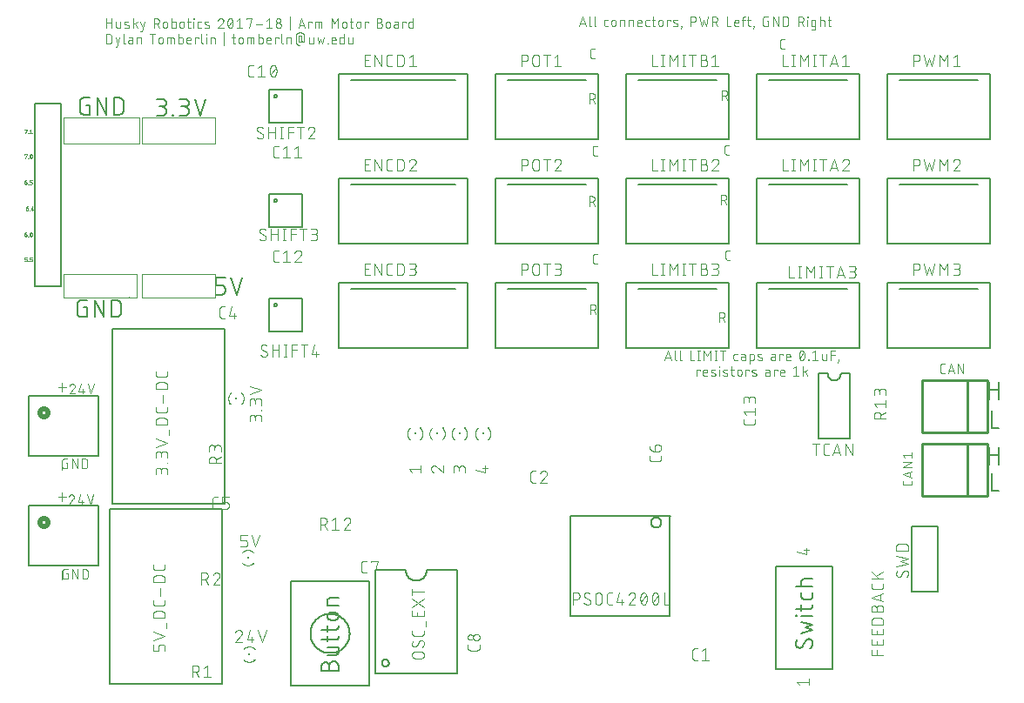
<source format=gto>
G75*
%MOIN*%
%OFA0B0*%
%FSLAX25Y25*%
%IPPOS*%
%LPD*%
%AMOC8*
5,1,8,0,0,1.08239X$1,22.5*
%
%ADD10C,0.00600*%
%ADD11C,0.00300*%
%ADD12C,0.00100*%
%ADD13C,0.00500*%
%ADD14C,0.00591*%
%ADD15C,0.00400*%
%ADD16R,0.00787X0.00787*%
%ADD17R,0.00591X0.00984*%
%ADD18R,0.00984X0.00591*%
%ADD19C,0.01000*%
%ADD20C,0.02000*%
D10*
X0010000Y0055900D02*
X0036600Y0055900D01*
X0036600Y0078700D01*
X0010000Y0078700D01*
X0010000Y0055900D01*
X0010000Y0097900D02*
X0036600Y0097900D01*
X0036600Y0120700D01*
X0010000Y0120700D01*
X0010000Y0097900D01*
X0030022Y0151100D02*
X0032156Y0151100D01*
X0032156Y0154656D01*
X0031089Y0154656D01*
X0028600Y0156078D02*
X0028602Y0156152D01*
X0028608Y0156227D01*
X0028618Y0156300D01*
X0028631Y0156374D01*
X0028648Y0156446D01*
X0028670Y0156517D01*
X0028694Y0156588D01*
X0028723Y0156656D01*
X0028755Y0156724D01*
X0028791Y0156789D01*
X0028829Y0156852D01*
X0028872Y0156914D01*
X0028917Y0156973D01*
X0028965Y0157029D01*
X0029016Y0157084D01*
X0029070Y0157135D01*
X0029127Y0157183D01*
X0029186Y0157228D01*
X0029248Y0157271D01*
X0029311Y0157309D01*
X0029376Y0157345D01*
X0029444Y0157377D01*
X0029512Y0157406D01*
X0029583Y0157430D01*
X0029654Y0157452D01*
X0029726Y0157469D01*
X0029800Y0157482D01*
X0029873Y0157492D01*
X0029948Y0157498D01*
X0030022Y0157500D01*
X0032156Y0157500D01*
X0035164Y0157500D02*
X0038720Y0151100D01*
X0038720Y0157500D01*
X0041729Y0157500D02*
X0043506Y0157500D01*
X0041729Y0157500D02*
X0041729Y0151100D01*
X0043506Y0151100D01*
X0043588Y0151102D01*
X0043670Y0151108D01*
X0043752Y0151117D01*
X0043833Y0151130D01*
X0043913Y0151147D01*
X0043993Y0151168D01*
X0044071Y0151192D01*
X0044148Y0151220D01*
X0044224Y0151251D01*
X0044299Y0151286D01*
X0044371Y0151325D01*
X0044442Y0151366D01*
X0044511Y0151411D01*
X0044577Y0151459D01*
X0044642Y0151510D01*
X0044704Y0151564D01*
X0044763Y0151621D01*
X0044820Y0151680D01*
X0044874Y0151742D01*
X0044925Y0151807D01*
X0044973Y0151873D01*
X0045018Y0151942D01*
X0045059Y0152013D01*
X0045098Y0152085D01*
X0045133Y0152160D01*
X0045164Y0152236D01*
X0045192Y0152313D01*
X0045216Y0152391D01*
X0045237Y0152471D01*
X0045254Y0152551D01*
X0045267Y0152632D01*
X0045276Y0152714D01*
X0045282Y0152796D01*
X0045284Y0152878D01*
X0045284Y0155722D01*
X0045282Y0155804D01*
X0045276Y0155886D01*
X0045267Y0155968D01*
X0045254Y0156049D01*
X0045237Y0156129D01*
X0045216Y0156209D01*
X0045192Y0156287D01*
X0045164Y0156364D01*
X0045133Y0156440D01*
X0045098Y0156515D01*
X0045059Y0156587D01*
X0045018Y0156658D01*
X0044973Y0156727D01*
X0044925Y0156793D01*
X0044874Y0156858D01*
X0044820Y0156920D01*
X0044763Y0156979D01*
X0044704Y0157036D01*
X0044642Y0157090D01*
X0044577Y0157141D01*
X0044511Y0157189D01*
X0044442Y0157234D01*
X0044371Y0157275D01*
X0044299Y0157314D01*
X0044224Y0157349D01*
X0044148Y0157380D01*
X0044071Y0157408D01*
X0043993Y0157432D01*
X0043913Y0157453D01*
X0043833Y0157470D01*
X0043752Y0157483D01*
X0043670Y0157492D01*
X0043588Y0157498D01*
X0043506Y0157500D01*
X0035164Y0157500D02*
X0035164Y0151100D01*
X0030022Y0151100D02*
X0029948Y0151102D01*
X0029873Y0151108D01*
X0029800Y0151118D01*
X0029726Y0151131D01*
X0029654Y0151148D01*
X0029583Y0151170D01*
X0029512Y0151194D01*
X0029444Y0151223D01*
X0029376Y0151255D01*
X0029311Y0151291D01*
X0029248Y0151329D01*
X0029186Y0151372D01*
X0029127Y0151417D01*
X0029070Y0151465D01*
X0029016Y0151516D01*
X0028965Y0151570D01*
X0028917Y0151627D01*
X0028872Y0151686D01*
X0028829Y0151748D01*
X0028791Y0151811D01*
X0028755Y0151876D01*
X0028723Y0151944D01*
X0028694Y0152012D01*
X0028670Y0152083D01*
X0028648Y0152154D01*
X0028631Y0152226D01*
X0028618Y0152300D01*
X0028608Y0152373D01*
X0028602Y0152448D01*
X0028600Y0152522D01*
X0028600Y0156078D01*
X0081600Y0159600D02*
X0083733Y0159600D01*
X0083807Y0159602D01*
X0083882Y0159608D01*
X0083955Y0159618D01*
X0084029Y0159631D01*
X0084101Y0159648D01*
X0084172Y0159670D01*
X0084243Y0159694D01*
X0084311Y0159723D01*
X0084379Y0159755D01*
X0084444Y0159791D01*
X0084507Y0159829D01*
X0084569Y0159872D01*
X0084628Y0159917D01*
X0084685Y0159965D01*
X0084739Y0160016D01*
X0084790Y0160070D01*
X0084838Y0160127D01*
X0084883Y0160186D01*
X0084926Y0160248D01*
X0084964Y0160311D01*
X0085000Y0160376D01*
X0085032Y0160444D01*
X0085061Y0160512D01*
X0085085Y0160583D01*
X0085107Y0160654D01*
X0085124Y0160726D01*
X0085137Y0160800D01*
X0085147Y0160873D01*
X0085153Y0160948D01*
X0085155Y0161022D01*
X0085156Y0161022D02*
X0085156Y0161733D01*
X0085155Y0161733D02*
X0085153Y0161807D01*
X0085147Y0161882D01*
X0085137Y0161955D01*
X0085124Y0162029D01*
X0085107Y0162101D01*
X0085085Y0162172D01*
X0085061Y0162243D01*
X0085032Y0162311D01*
X0085000Y0162379D01*
X0084964Y0162444D01*
X0084926Y0162507D01*
X0084883Y0162569D01*
X0084838Y0162628D01*
X0084790Y0162685D01*
X0084739Y0162739D01*
X0084685Y0162790D01*
X0084628Y0162838D01*
X0084569Y0162883D01*
X0084507Y0162926D01*
X0084444Y0162964D01*
X0084379Y0163000D01*
X0084311Y0163032D01*
X0084243Y0163061D01*
X0084172Y0163085D01*
X0084101Y0163107D01*
X0084029Y0163124D01*
X0083955Y0163137D01*
X0083882Y0163147D01*
X0083807Y0163153D01*
X0083733Y0163155D01*
X0083733Y0163156D02*
X0081600Y0163156D01*
X0081600Y0166000D01*
X0085156Y0166000D01*
X0087398Y0166000D02*
X0089532Y0159600D01*
X0091665Y0166000D01*
X0075647Y0228100D02*
X0077781Y0234500D01*
X0073514Y0234500D02*
X0075647Y0228100D01*
X0069493Y0228100D02*
X0067716Y0228100D01*
X0065363Y0228100D02*
X0065008Y0228100D01*
X0065008Y0228456D01*
X0065363Y0228456D01*
X0065363Y0228100D01*
X0060878Y0228100D02*
X0059100Y0228100D01*
X0060878Y0228100D02*
X0060961Y0228102D01*
X0061044Y0228108D01*
X0061127Y0228118D01*
X0061210Y0228131D01*
X0061291Y0228149D01*
X0061372Y0228170D01*
X0061451Y0228195D01*
X0061529Y0228224D01*
X0061606Y0228256D01*
X0061681Y0228292D01*
X0061755Y0228331D01*
X0061826Y0228374D01*
X0061896Y0228420D01*
X0061963Y0228470D01*
X0062028Y0228522D01*
X0062090Y0228577D01*
X0062150Y0228636D01*
X0062207Y0228697D01*
X0062261Y0228760D01*
X0062312Y0228826D01*
X0062359Y0228895D01*
X0062404Y0228965D01*
X0062445Y0229038D01*
X0062482Y0229112D01*
X0062517Y0229188D01*
X0062547Y0229266D01*
X0062574Y0229344D01*
X0062597Y0229425D01*
X0062617Y0229506D01*
X0062632Y0229588D01*
X0062644Y0229670D01*
X0062652Y0229753D01*
X0062656Y0229836D01*
X0062656Y0229920D01*
X0062652Y0230003D01*
X0062644Y0230086D01*
X0062632Y0230168D01*
X0062617Y0230250D01*
X0062597Y0230331D01*
X0062574Y0230412D01*
X0062547Y0230490D01*
X0062517Y0230568D01*
X0062482Y0230644D01*
X0062445Y0230718D01*
X0062404Y0230791D01*
X0062359Y0230861D01*
X0062312Y0230930D01*
X0062261Y0230996D01*
X0062207Y0231059D01*
X0062150Y0231120D01*
X0062090Y0231179D01*
X0062028Y0231234D01*
X0061963Y0231286D01*
X0061896Y0231336D01*
X0061826Y0231382D01*
X0061755Y0231425D01*
X0061681Y0231464D01*
X0061606Y0231500D01*
X0061529Y0231532D01*
X0061451Y0231561D01*
X0061372Y0231586D01*
X0061291Y0231607D01*
X0061210Y0231625D01*
X0061127Y0231638D01*
X0061044Y0231648D01*
X0060961Y0231654D01*
X0060878Y0231656D01*
X0061233Y0231656D02*
X0059811Y0231656D01*
X0061233Y0231656D02*
X0061307Y0231658D01*
X0061382Y0231664D01*
X0061455Y0231674D01*
X0061529Y0231687D01*
X0061601Y0231704D01*
X0061672Y0231726D01*
X0061743Y0231750D01*
X0061811Y0231779D01*
X0061879Y0231811D01*
X0061944Y0231847D01*
X0062007Y0231885D01*
X0062069Y0231928D01*
X0062128Y0231973D01*
X0062185Y0232021D01*
X0062239Y0232072D01*
X0062290Y0232126D01*
X0062338Y0232183D01*
X0062383Y0232242D01*
X0062426Y0232304D01*
X0062464Y0232367D01*
X0062500Y0232432D01*
X0062532Y0232500D01*
X0062561Y0232568D01*
X0062585Y0232639D01*
X0062607Y0232710D01*
X0062624Y0232782D01*
X0062637Y0232856D01*
X0062647Y0232929D01*
X0062653Y0233004D01*
X0062655Y0233078D01*
X0062653Y0233152D01*
X0062647Y0233227D01*
X0062637Y0233300D01*
X0062624Y0233374D01*
X0062607Y0233446D01*
X0062585Y0233517D01*
X0062561Y0233588D01*
X0062532Y0233656D01*
X0062500Y0233724D01*
X0062464Y0233789D01*
X0062426Y0233852D01*
X0062383Y0233914D01*
X0062338Y0233973D01*
X0062290Y0234030D01*
X0062239Y0234084D01*
X0062185Y0234135D01*
X0062128Y0234183D01*
X0062069Y0234228D01*
X0062007Y0234271D01*
X0061944Y0234309D01*
X0061879Y0234345D01*
X0061811Y0234377D01*
X0061743Y0234406D01*
X0061672Y0234430D01*
X0061601Y0234452D01*
X0061529Y0234469D01*
X0061455Y0234482D01*
X0061382Y0234492D01*
X0061307Y0234498D01*
X0061233Y0234500D01*
X0059100Y0234500D01*
X0067716Y0234500D02*
X0069849Y0234500D01*
X0069923Y0234498D01*
X0069998Y0234492D01*
X0070071Y0234482D01*
X0070145Y0234469D01*
X0070217Y0234452D01*
X0070288Y0234430D01*
X0070359Y0234406D01*
X0070427Y0234377D01*
X0070495Y0234345D01*
X0070560Y0234309D01*
X0070623Y0234271D01*
X0070685Y0234228D01*
X0070744Y0234183D01*
X0070801Y0234135D01*
X0070855Y0234084D01*
X0070906Y0234030D01*
X0070954Y0233973D01*
X0070999Y0233914D01*
X0071042Y0233852D01*
X0071080Y0233789D01*
X0071116Y0233724D01*
X0071148Y0233656D01*
X0071177Y0233588D01*
X0071201Y0233517D01*
X0071223Y0233446D01*
X0071240Y0233374D01*
X0071253Y0233300D01*
X0071263Y0233227D01*
X0071269Y0233152D01*
X0071271Y0233078D01*
X0071269Y0233004D01*
X0071263Y0232929D01*
X0071253Y0232856D01*
X0071240Y0232782D01*
X0071223Y0232710D01*
X0071201Y0232639D01*
X0071177Y0232568D01*
X0071148Y0232500D01*
X0071116Y0232432D01*
X0071080Y0232367D01*
X0071042Y0232304D01*
X0070999Y0232242D01*
X0070954Y0232183D01*
X0070906Y0232126D01*
X0070855Y0232072D01*
X0070801Y0232021D01*
X0070744Y0231973D01*
X0070685Y0231928D01*
X0070623Y0231885D01*
X0070560Y0231847D01*
X0070495Y0231811D01*
X0070427Y0231779D01*
X0070359Y0231750D01*
X0070288Y0231726D01*
X0070217Y0231704D01*
X0070145Y0231687D01*
X0070071Y0231674D01*
X0069998Y0231664D01*
X0069923Y0231658D01*
X0069849Y0231656D01*
X0068427Y0231656D01*
X0069493Y0231656D02*
X0069576Y0231654D01*
X0069659Y0231648D01*
X0069742Y0231638D01*
X0069825Y0231625D01*
X0069906Y0231607D01*
X0069987Y0231586D01*
X0070066Y0231561D01*
X0070144Y0231532D01*
X0070221Y0231500D01*
X0070296Y0231464D01*
X0070370Y0231425D01*
X0070441Y0231382D01*
X0070511Y0231336D01*
X0070578Y0231286D01*
X0070643Y0231234D01*
X0070705Y0231179D01*
X0070765Y0231120D01*
X0070822Y0231059D01*
X0070876Y0230996D01*
X0070927Y0230930D01*
X0070974Y0230861D01*
X0071019Y0230791D01*
X0071060Y0230718D01*
X0071097Y0230644D01*
X0071132Y0230568D01*
X0071162Y0230490D01*
X0071189Y0230412D01*
X0071212Y0230331D01*
X0071232Y0230250D01*
X0071247Y0230168D01*
X0071259Y0230086D01*
X0071267Y0230003D01*
X0071271Y0229920D01*
X0071271Y0229836D01*
X0071267Y0229753D01*
X0071259Y0229670D01*
X0071247Y0229588D01*
X0071232Y0229506D01*
X0071212Y0229425D01*
X0071189Y0229344D01*
X0071162Y0229266D01*
X0071132Y0229188D01*
X0071097Y0229112D01*
X0071060Y0229038D01*
X0071019Y0228965D01*
X0070974Y0228895D01*
X0070927Y0228826D01*
X0070876Y0228760D01*
X0070822Y0228697D01*
X0070765Y0228636D01*
X0070705Y0228577D01*
X0070643Y0228522D01*
X0070578Y0228470D01*
X0070511Y0228420D01*
X0070441Y0228374D01*
X0070370Y0228331D01*
X0070296Y0228292D01*
X0070221Y0228256D01*
X0070144Y0228224D01*
X0070066Y0228195D01*
X0069987Y0228170D01*
X0069906Y0228149D01*
X0069825Y0228131D01*
X0069742Y0228118D01*
X0069659Y0228108D01*
X0069576Y0228102D01*
X0069493Y0228100D01*
X0046284Y0230378D02*
X0046284Y0233222D01*
X0046282Y0233304D01*
X0046276Y0233386D01*
X0046267Y0233468D01*
X0046254Y0233549D01*
X0046237Y0233629D01*
X0046216Y0233709D01*
X0046192Y0233787D01*
X0046164Y0233864D01*
X0046133Y0233940D01*
X0046098Y0234015D01*
X0046059Y0234087D01*
X0046018Y0234158D01*
X0045973Y0234227D01*
X0045925Y0234293D01*
X0045874Y0234358D01*
X0045820Y0234420D01*
X0045763Y0234479D01*
X0045704Y0234536D01*
X0045642Y0234590D01*
X0045577Y0234641D01*
X0045511Y0234689D01*
X0045442Y0234734D01*
X0045371Y0234775D01*
X0045299Y0234814D01*
X0045224Y0234849D01*
X0045148Y0234880D01*
X0045071Y0234908D01*
X0044993Y0234932D01*
X0044913Y0234953D01*
X0044833Y0234970D01*
X0044752Y0234983D01*
X0044670Y0234992D01*
X0044588Y0234998D01*
X0044506Y0235000D01*
X0042729Y0235000D01*
X0042729Y0228600D01*
X0044506Y0228600D01*
X0044588Y0228602D01*
X0044670Y0228608D01*
X0044752Y0228617D01*
X0044833Y0228630D01*
X0044913Y0228647D01*
X0044993Y0228668D01*
X0045071Y0228692D01*
X0045148Y0228720D01*
X0045224Y0228751D01*
X0045299Y0228786D01*
X0045371Y0228825D01*
X0045442Y0228866D01*
X0045511Y0228911D01*
X0045577Y0228959D01*
X0045642Y0229010D01*
X0045704Y0229064D01*
X0045763Y0229121D01*
X0045820Y0229180D01*
X0045874Y0229242D01*
X0045925Y0229307D01*
X0045973Y0229373D01*
X0046018Y0229442D01*
X0046059Y0229513D01*
X0046098Y0229585D01*
X0046133Y0229660D01*
X0046164Y0229736D01*
X0046192Y0229813D01*
X0046216Y0229891D01*
X0046237Y0229971D01*
X0046254Y0230051D01*
X0046267Y0230132D01*
X0046276Y0230214D01*
X0046282Y0230296D01*
X0046284Y0230378D01*
X0039720Y0228600D02*
X0039720Y0235000D01*
X0036164Y0235000D02*
X0039720Y0228600D01*
X0036164Y0228600D02*
X0036164Y0235000D01*
X0033156Y0235000D02*
X0031022Y0235000D01*
X0030948Y0234998D01*
X0030873Y0234992D01*
X0030800Y0234982D01*
X0030726Y0234969D01*
X0030654Y0234952D01*
X0030583Y0234930D01*
X0030512Y0234906D01*
X0030444Y0234877D01*
X0030376Y0234845D01*
X0030311Y0234809D01*
X0030248Y0234771D01*
X0030186Y0234728D01*
X0030127Y0234683D01*
X0030070Y0234635D01*
X0030016Y0234584D01*
X0029965Y0234529D01*
X0029917Y0234473D01*
X0029872Y0234414D01*
X0029829Y0234352D01*
X0029791Y0234289D01*
X0029755Y0234224D01*
X0029723Y0234156D01*
X0029694Y0234088D01*
X0029670Y0234017D01*
X0029648Y0233946D01*
X0029631Y0233874D01*
X0029618Y0233800D01*
X0029608Y0233727D01*
X0029602Y0233652D01*
X0029600Y0233578D01*
X0029600Y0230022D01*
X0029602Y0229948D01*
X0029608Y0229873D01*
X0029618Y0229800D01*
X0029631Y0229726D01*
X0029648Y0229654D01*
X0029670Y0229583D01*
X0029694Y0229512D01*
X0029723Y0229444D01*
X0029755Y0229376D01*
X0029791Y0229311D01*
X0029829Y0229248D01*
X0029872Y0229186D01*
X0029917Y0229127D01*
X0029965Y0229070D01*
X0030016Y0229016D01*
X0030070Y0228965D01*
X0030127Y0228917D01*
X0030186Y0228872D01*
X0030248Y0228829D01*
X0030311Y0228791D01*
X0030376Y0228755D01*
X0030444Y0228723D01*
X0030512Y0228694D01*
X0030583Y0228670D01*
X0030654Y0228648D01*
X0030726Y0228631D01*
X0030800Y0228618D01*
X0030873Y0228608D01*
X0030948Y0228602D01*
X0031022Y0228600D01*
X0033156Y0228600D01*
X0033156Y0232156D01*
X0032089Y0232156D01*
X0125300Y0043333D02*
X0128500Y0043333D01*
X0128500Y0040489D02*
X0124233Y0040489D01*
X0124233Y0042266D01*
X0124235Y0042330D01*
X0124241Y0042395D01*
X0124250Y0042458D01*
X0124264Y0042521D01*
X0124281Y0042583D01*
X0124302Y0042644D01*
X0124327Y0042704D01*
X0124355Y0042762D01*
X0124387Y0042818D01*
X0124422Y0042872D01*
X0124460Y0042924D01*
X0124501Y0042974D01*
X0124546Y0043020D01*
X0124592Y0043065D01*
X0124642Y0043106D01*
X0124694Y0043144D01*
X0124748Y0043179D01*
X0124804Y0043211D01*
X0124862Y0043239D01*
X0124922Y0043264D01*
X0124983Y0043285D01*
X0125045Y0043302D01*
X0125108Y0043316D01*
X0125171Y0043325D01*
X0125236Y0043331D01*
X0125300Y0043333D01*
X0125656Y0037794D02*
X0127078Y0037794D01*
X0127152Y0037792D01*
X0127227Y0037786D01*
X0127300Y0037776D01*
X0127374Y0037763D01*
X0127446Y0037746D01*
X0127517Y0037724D01*
X0127588Y0037700D01*
X0127656Y0037671D01*
X0127724Y0037639D01*
X0127789Y0037603D01*
X0127852Y0037565D01*
X0127914Y0037522D01*
X0127973Y0037477D01*
X0128030Y0037429D01*
X0128084Y0037378D01*
X0128135Y0037324D01*
X0128183Y0037267D01*
X0128228Y0037208D01*
X0128271Y0037146D01*
X0128309Y0037083D01*
X0128345Y0037018D01*
X0128377Y0036950D01*
X0128406Y0036882D01*
X0128430Y0036811D01*
X0128452Y0036740D01*
X0128469Y0036668D01*
X0128482Y0036594D01*
X0128492Y0036521D01*
X0128498Y0036446D01*
X0128500Y0036372D01*
X0128498Y0036298D01*
X0128492Y0036223D01*
X0128482Y0036150D01*
X0128469Y0036076D01*
X0128452Y0036004D01*
X0128430Y0035933D01*
X0128406Y0035862D01*
X0128377Y0035794D01*
X0128345Y0035726D01*
X0128309Y0035661D01*
X0128271Y0035598D01*
X0128228Y0035536D01*
X0128183Y0035477D01*
X0128135Y0035420D01*
X0128084Y0035366D01*
X0128030Y0035315D01*
X0127973Y0035267D01*
X0127914Y0035222D01*
X0127852Y0035179D01*
X0127789Y0035141D01*
X0127724Y0035105D01*
X0127656Y0035073D01*
X0127588Y0035044D01*
X0127517Y0035020D01*
X0127446Y0034998D01*
X0127374Y0034981D01*
X0127300Y0034968D01*
X0127227Y0034958D01*
X0127152Y0034952D01*
X0127078Y0034950D01*
X0125656Y0034950D01*
X0125582Y0034952D01*
X0125507Y0034958D01*
X0125434Y0034968D01*
X0125360Y0034981D01*
X0125288Y0034998D01*
X0125217Y0035020D01*
X0125146Y0035044D01*
X0125078Y0035073D01*
X0125010Y0035105D01*
X0124945Y0035141D01*
X0124882Y0035179D01*
X0124820Y0035222D01*
X0124761Y0035267D01*
X0124704Y0035315D01*
X0124650Y0035366D01*
X0124599Y0035420D01*
X0124551Y0035477D01*
X0124506Y0035536D01*
X0124463Y0035598D01*
X0124425Y0035661D01*
X0124389Y0035726D01*
X0124357Y0035794D01*
X0124328Y0035862D01*
X0124304Y0035933D01*
X0124282Y0036004D01*
X0124265Y0036076D01*
X0124252Y0036150D01*
X0124242Y0036223D01*
X0124236Y0036298D01*
X0124234Y0036372D01*
X0124236Y0036446D01*
X0124242Y0036521D01*
X0124252Y0036594D01*
X0124265Y0036668D01*
X0124282Y0036740D01*
X0124304Y0036811D01*
X0124328Y0036882D01*
X0124357Y0036950D01*
X0124389Y0037018D01*
X0124425Y0037083D01*
X0124463Y0037146D01*
X0124506Y0037208D01*
X0124551Y0037267D01*
X0124599Y0037324D01*
X0124650Y0037378D01*
X0124704Y0037429D01*
X0124761Y0037477D01*
X0124820Y0037522D01*
X0124882Y0037565D01*
X0124945Y0037603D01*
X0125010Y0037639D01*
X0125078Y0037671D01*
X0125146Y0037700D01*
X0125217Y0037724D01*
X0125288Y0037746D01*
X0125360Y0037763D01*
X0125434Y0037776D01*
X0125507Y0037786D01*
X0125582Y0037792D01*
X0125656Y0037794D01*
X0124233Y0032675D02*
X0124233Y0030542D01*
X0124233Y0028777D02*
X0124233Y0026644D01*
X0124233Y0024461D02*
X0128500Y0024461D01*
X0128500Y0022683D01*
X0128498Y0022619D01*
X0128492Y0022554D01*
X0128483Y0022491D01*
X0128469Y0022428D01*
X0128452Y0022366D01*
X0128431Y0022305D01*
X0128406Y0022245D01*
X0128378Y0022187D01*
X0128346Y0022131D01*
X0128311Y0022077D01*
X0128273Y0022025D01*
X0128232Y0021975D01*
X0128187Y0021929D01*
X0128141Y0021884D01*
X0128091Y0021843D01*
X0128039Y0021805D01*
X0127985Y0021770D01*
X0127929Y0021738D01*
X0127871Y0021710D01*
X0127811Y0021685D01*
X0127750Y0021664D01*
X0127688Y0021647D01*
X0127625Y0021633D01*
X0127562Y0021624D01*
X0127497Y0021618D01*
X0127433Y0021616D01*
X0124233Y0021616D01*
X0124944Y0017378D02*
X0124942Y0017452D01*
X0124936Y0017527D01*
X0124926Y0017600D01*
X0124913Y0017674D01*
X0124896Y0017746D01*
X0124874Y0017817D01*
X0124850Y0017888D01*
X0124821Y0017956D01*
X0124789Y0018024D01*
X0124753Y0018089D01*
X0124715Y0018152D01*
X0124672Y0018214D01*
X0124627Y0018273D01*
X0124579Y0018330D01*
X0124528Y0018384D01*
X0124474Y0018435D01*
X0124417Y0018483D01*
X0124358Y0018528D01*
X0124296Y0018571D01*
X0124233Y0018609D01*
X0124168Y0018645D01*
X0124100Y0018677D01*
X0124032Y0018706D01*
X0123961Y0018730D01*
X0123890Y0018752D01*
X0123818Y0018769D01*
X0123744Y0018782D01*
X0123671Y0018792D01*
X0123596Y0018798D01*
X0123522Y0018800D01*
X0123448Y0018798D01*
X0123373Y0018792D01*
X0123300Y0018782D01*
X0123226Y0018769D01*
X0123154Y0018752D01*
X0123083Y0018730D01*
X0123012Y0018706D01*
X0122944Y0018677D01*
X0122876Y0018645D01*
X0122811Y0018609D01*
X0122748Y0018571D01*
X0122686Y0018528D01*
X0122627Y0018483D01*
X0122570Y0018435D01*
X0122516Y0018384D01*
X0122465Y0018330D01*
X0122417Y0018273D01*
X0122372Y0018214D01*
X0122329Y0018152D01*
X0122291Y0018089D01*
X0122255Y0018024D01*
X0122223Y0017956D01*
X0122194Y0017888D01*
X0122170Y0017817D01*
X0122148Y0017746D01*
X0122131Y0017674D01*
X0122118Y0017600D01*
X0122108Y0017527D01*
X0122102Y0017452D01*
X0122100Y0017378D01*
X0122100Y0015600D01*
X0128500Y0015600D01*
X0128500Y0017378D01*
X0128498Y0017461D01*
X0128492Y0017544D01*
X0128482Y0017627D01*
X0128469Y0017710D01*
X0128451Y0017791D01*
X0128430Y0017872D01*
X0128405Y0017951D01*
X0128376Y0018029D01*
X0128344Y0018106D01*
X0128308Y0018181D01*
X0128269Y0018255D01*
X0128226Y0018326D01*
X0128180Y0018396D01*
X0128130Y0018463D01*
X0128078Y0018528D01*
X0128023Y0018590D01*
X0127964Y0018650D01*
X0127903Y0018707D01*
X0127840Y0018761D01*
X0127774Y0018812D01*
X0127705Y0018859D01*
X0127635Y0018904D01*
X0127562Y0018945D01*
X0127488Y0018982D01*
X0127412Y0019017D01*
X0127334Y0019047D01*
X0127256Y0019074D01*
X0127175Y0019097D01*
X0127094Y0019117D01*
X0127012Y0019132D01*
X0126930Y0019144D01*
X0126847Y0019152D01*
X0126764Y0019156D01*
X0126680Y0019156D01*
X0126597Y0019152D01*
X0126514Y0019144D01*
X0126432Y0019132D01*
X0126350Y0019117D01*
X0126269Y0019097D01*
X0126188Y0019074D01*
X0126110Y0019047D01*
X0126032Y0019017D01*
X0125956Y0018982D01*
X0125882Y0018945D01*
X0125809Y0018904D01*
X0125739Y0018859D01*
X0125670Y0018812D01*
X0125604Y0018761D01*
X0125541Y0018707D01*
X0125480Y0018650D01*
X0125421Y0018590D01*
X0125366Y0018528D01*
X0125314Y0018463D01*
X0125264Y0018396D01*
X0125218Y0018326D01*
X0125175Y0018255D01*
X0125136Y0018181D01*
X0125100Y0018106D01*
X0125068Y0018029D01*
X0125039Y0017951D01*
X0125014Y0017872D01*
X0124993Y0017791D01*
X0124975Y0017710D01*
X0124962Y0017627D01*
X0124952Y0017544D01*
X0124946Y0017461D01*
X0124944Y0017378D01*
X0124944Y0015600D01*
X0127433Y0027355D02*
X0122100Y0027355D01*
X0127433Y0027355D02*
X0127497Y0027357D01*
X0127562Y0027363D01*
X0127625Y0027372D01*
X0127688Y0027386D01*
X0127750Y0027403D01*
X0127811Y0027424D01*
X0127871Y0027449D01*
X0127929Y0027477D01*
X0127985Y0027509D01*
X0128039Y0027544D01*
X0128091Y0027582D01*
X0128141Y0027623D01*
X0128187Y0027668D01*
X0128232Y0027714D01*
X0128273Y0027764D01*
X0128311Y0027816D01*
X0128346Y0027870D01*
X0128378Y0027926D01*
X0128406Y0027984D01*
X0128431Y0028044D01*
X0128452Y0028105D01*
X0128469Y0028167D01*
X0128483Y0028230D01*
X0128492Y0028293D01*
X0128498Y0028358D01*
X0128500Y0028422D01*
X0128500Y0028777D01*
X0127433Y0031253D02*
X0122100Y0031253D01*
X0127433Y0031252D02*
X0127497Y0031254D01*
X0127562Y0031260D01*
X0127625Y0031269D01*
X0127688Y0031283D01*
X0127750Y0031300D01*
X0127811Y0031321D01*
X0127871Y0031346D01*
X0127929Y0031374D01*
X0127985Y0031406D01*
X0128039Y0031441D01*
X0128091Y0031479D01*
X0128141Y0031520D01*
X0128187Y0031565D01*
X0128232Y0031611D01*
X0128273Y0031661D01*
X0128311Y0031713D01*
X0128346Y0031767D01*
X0128378Y0031823D01*
X0128406Y0031881D01*
X0128431Y0031941D01*
X0128452Y0032002D01*
X0128469Y0032064D01*
X0128483Y0032127D01*
X0128492Y0032190D01*
X0128498Y0032255D01*
X0128500Y0032319D01*
X0128500Y0032675D01*
X0303600Y0036367D02*
X0303600Y0036723D01*
X0303956Y0036723D01*
X0303956Y0036367D01*
X0303600Y0036367D01*
X0305733Y0036545D02*
X0310000Y0036545D01*
X0308933Y0039220D02*
X0303600Y0039220D01*
X0305733Y0038509D02*
X0305733Y0040643D01*
X0306800Y0042925D02*
X0308933Y0042925D01*
X0308933Y0042924D02*
X0308997Y0042926D01*
X0309062Y0042932D01*
X0309125Y0042941D01*
X0309188Y0042955D01*
X0309250Y0042972D01*
X0309311Y0042993D01*
X0309371Y0043018D01*
X0309429Y0043046D01*
X0309485Y0043078D01*
X0309539Y0043113D01*
X0309591Y0043151D01*
X0309641Y0043192D01*
X0309687Y0043237D01*
X0309732Y0043283D01*
X0309773Y0043333D01*
X0309811Y0043385D01*
X0309846Y0043439D01*
X0309878Y0043495D01*
X0309906Y0043553D01*
X0309931Y0043613D01*
X0309952Y0043674D01*
X0309969Y0043736D01*
X0309983Y0043799D01*
X0309992Y0043862D01*
X0309998Y0043927D01*
X0310000Y0043991D01*
X0310000Y0045413D01*
X0310000Y0047841D02*
X0303600Y0047841D01*
X0305733Y0047841D02*
X0305733Y0049619D01*
X0305735Y0049683D01*
X0305741Y0049748D01*
X0305750Y0049811D01*
X0305764Y0049874D01*
X0305781Y0049936D01*
X0305802Y0049997D01*
X0305827Y0050057D01*
X0305855Y0050115D01*
X0305887Y0050171D01*
X0305922Y0050225D01*
X0305960Y0050277D01*
X0306001Y0050327D01*
X0306046Y0050373D01*
X0306092Y0050418D01*
X0306142Y0050459D01*
X0306194Y0050497D01*
X0306248Y0050532D01*
X0306304Y0050564D01*
X0306362Y0050592D01*
X0306422Y0050617D01*
X0306483Y0050638D01*
X0306545Y0050655D01*
X0306608Y0050669D01*
X0306671Y0050678D01*
X0306736Y0050684D01*
X0306800Y0050686D01*
X0306800Y0050685D02*
X0310000Y0050685D01*
X0305733Y0045413D02*
X0305733Y0043991D01*
X0305735Y0043927D01*
X0305741Y0043862D01*
X0305750Y0043799D01*
X0305764Y0043736D01*
X0305781Y0043674D01*
X0305802Y0043613D01*
X0305827Y0043553D01*
X0305855Y0043495D01*
X0305887Y0043439D01*
X0305922Y0043385D01*
X0305960Y0043333D01*
X0306001Y0043283D01*
X0306046Y0043237D01*
X0306092Y0043192D01*
X0306142Y0043151D01*
X0306194Y0043113D01*
X0306248Y0043078D01*
X0306304Y0043046D01*
X0306362Y0043018D01*
X0306422Y0042993D01*
X0306483Y0042972D01*
X0306545Y0042955D01*
X0306608Y0042941D01*
X0306671Y0042932D01*
X0306736Y0042926D01*
X0306800Y0042924D01*
X0310000Y0040287D02*
X0309998Y0040223D01*
X0309992Y0040158D01*
X0309983Y0040095D01*
X0309969Y0040032D01*
X0309952Y0039970D01*
X0309931Y0039909D01*
X0309906Y0039849D01*
X0309878Y0039791D01*
X0309846Y0039735D01*
X0309811Y0039681D01*
X0309773Y0039629D01*
X0309732Y0039579D01*
X0309687Y0039533D01*
X0309641Y0039488D01*
X0309591Y0039447D01*
X0309539Y0039409D01*
X0309485Y0039374D01*
X0309429Y0039342D01*
X0309371Y0039314D01*
X0309311Y0039289D01*
X0309250Y0039268D01*
X0309188Y0039251D01*
X0309125Y0039237D01*
X0309062Y0039228D01*
X0308997Y0039222D01*
X0308933Y0039220D01*
X0310000Y0040287D02*
X0310000Y0040643D01*
X0310000Y0033098D02*
X0305733Y0034165D01*
X0307156Y0032032D02*
X0310000Y0033098D01*
X0310000Y0030965D02*
X0307156Y0032032D01*
X0305733Y0029898D02*
X0310000Y0030965D01*
X0307333Y0026944D02*
X0306267Y0024989D01*
X0303600Y0025700D02*
X0303602Y0025801D01*
X0303608Y0025902D01*
X0303617Y0026002D01*
X0303631Y0026102D01*
X0303648Y0026202D01*
X0303668Y0026301D01*
X0303693Y0026398D01*
X0303721Y0026495D01*
X0303753Y0026591D01*
X0303789Y0026686D01*
X0303828Y0026779D01*
X0303870Y0026870D01*
X0303916Y0026960D01*
X0303966Y0027048D01*
X0304018Y0027134D01*
X0304074Y0027218D01*
X0304133Y0027300D01*
X0306266Y0024989D02*
X0306226Y0024925D01*
X0306183Y0024864D01*
X0306137Y0024805D01*
X0306088Y0024748D01*
X0306036Y0024694D01*
X0305982Y0024643D01*
X0305924Y0024595D01*
X0305865Y0024549D01*
X0305803Y0024507D01*
X0305738Y0024468D01*
X0305672Y0024433D01*
X0305605Y0024401D01*
X0305535Y0024372D01*
X0305465Y0024347D01*
X0305393Y0024326D01*
X0305320Y0024309D01*
X0305246Y0024295D01*
X0305172Y0024286D01*
X0305097Y0024280D01*
X0305022Y0024278D01*
X0304948Y0024280D01*
X0304873Y0024286D01*
X0304800Y0024296D01*
X0304726Y0024309D01*
X0304654Y0024326D01*
X0304583Y0024348D01*
X0304512Y0024372D01*
X0304444Y0024401D01*
X0304376Y0024433D01*
X0304311Y0024469D01*
X0304248Y0024507D01*
X0304186Y0024550D01*
X0304127Y0024595D01*
X0304070Y0024643D01*
X0304016Y0024694D01*
X0303965Y0024748D01*
X0303917Y0024805D01*
X0303872Y0024864D01*
X0303829Y0024926D01*
X0303791Y0024989D01*
X0303755Y0025054D01*
X0303723Y0025122D01*
X0303694Y0025190D01*
X0303670Y0025261D01*
X0303648Y0025332D01*
X0303631Y0025404D01*
X0303618Y0025478D01*
X0303608Y0025551D01*
X0303602Y0025626D01*
X0303600Y0025700D01*
X0309111Y0024100D02*
X0309186Y0024177D01*
X0309259Y0024257D01*
X0309328Y0024340D01*
X0309395Y0024425D01*
X0309458Y0024512D01*
X0309518Y0024601D01*
X0309575Y0024693D01*
X0309629Y0024786D01*
X0309679Y0024882D01*
X0309726Y0024979D01*
X0309769Y0025078D01*
X0309809Y0025178D01*
X0309845Y0025279D01*
X0309877Y0025382D01*
X0309906Y0025486D01*
X0309931Y0025591D01*
X0309952Y0025697D01*
X0309969Y0025803D01*
X0309983Y0025910D01*
X0309992Y0026018D01*
X0309998Y0026125D01*
X0310000Y0026233D01*
X0309998Y0026307D01*
X0309992Y0026382D01*
X0309982Y0026455D01*
X0309969Y0026529D01*
X0309952Y0026601D01*
X0309930Y0026672D01*
X0309906Y0026743D01*
X0309877Y0026811D01*
X0309845Y0026879D01*
X0309809Y0026944D01*
X0309771Y0027007D01*
X0309728Y0027069D01*
X0309683Y0027128D01*
X0309635Y0027185D01*
X0309584Y0027239D01*
X0309530Y0027290D01*
X0309473Y0027338D01*
X0309414Y0027383D01*
X0309352Y0027426D01*
X0309289Y0027464D01*
X0309224Y0027500D01*
X0309156Y0027532D01*
X0309088Y0027561D01*
X0309017Y0027585D01*
X0308946Y0027607D01*
X0308874Y0027624D01*
X0308800Y0027637D01*
X0308727Y0027647D01*
X0308652Y0027653D01*
X0308578Y0027655D01*
X0308503Y0027653D01*
X0308428Y0027647D01*
X0308354Y0027638D01*
X0308280Y0027624D01*
X0308207Y0027607D01*
X0308135Y0027586D01*
X0308065Y0027561D01*
X0307995Y0027532D01*
X0307928Y0027500D01*
X0307862Y0027465D01*
X0307797Y0027426D01*
X0307735Y0027384D01*
X0307676Y0027338D01*
X0307618Y0027290D01*
X0307564Y0027239D01*
X0307512Y0027185D01*
X0307463Y0027128D01*
X0307417Y0027069D01*
X0307374Y0027008D01*
X0307334Y0026944D01*
X0378600Y0084600D02*
X0381444Y0084600D01*
X0378600Y0084600D02*
X0378600Y0091000D01*
X0377600Y0094600D02*
X0377600Y0101000D01*
X0377600Y0098156D02*
X0381156Y0098156D01*
X0381156Y0101000D02*
X0381156Y0094600D01*
X0381444Y0108600D02*
X0378600Y0108600D01*
X0378600Y0115000D01*
X0377600Y0119600D02*
X0377600Y0126000D01*
X0377600Y0123156D02*
X0381156Y0123156D01*
X0381156Y0126000D02*
X0381156Y0119600D01*
D11*
X0320053Y0134450D02*
X0319744Y0133628D01*
X0319847Y0134450D02*
X0319847Y0134656D01*
X0320053Y0134656D01*
X0320053Y0134450D01*
X0319847Y0134450D01*
X0318666Y0136506D02*
X0317022Y0136506D01*
X0317022Y0138150D02*
X0318666Y0138150D01*
X0317022Y0138150D02*
X0317022Y0134450D01*
X0315265Y0134450D02*
X0315265Y0136917D01*
X0313621Y0136917D02*
X0313621Y0135067D01*
X0313620Y0135067D02*
X0313622Y0135019D01*
X0313628Y0134970D01*
X0313637Y0134923D01*
X0313650Y0134876D01*
X0313667Y0134831D01*
X0313687Y0134787D01*
X0313711Y0134745D01*
X0313738Y0134704D01*
X0313768Y0134666D01*
X0313801Y0134631D01*
X0313836Y0134598D01*
X0313874Y0134568D01*
X0313915Y0134541D01*
X0313957Y0134517D01*
X0314001Y0134497D01*
X0314046Y0134480D01*
X0314093Y0134467D01*
X0314140Y0134458D01*
X0314189Y0134452D01*
X0314237Y0134450D01*
X0315265Y0134450D01*
X0311991Y0134450D02*
X0309935Y0134450D01*
X0310963Y0134450D02*
X0310963Y0138150D01*
X0309935Y0137328D01*
X0304895Y0136300D02*
X0304897Y0136194D01*
X0304902Y0136087D01*
X0304912Y0135981D01*
X0304925Y0135876D01*
X0304941Y0135771D01*
X0304962Y0135666D01*
X0304985Y0135563D01*
X0305013Y0135460D01*
X0305044Y0135358D01*
X0305079Y0135258D01*
X0305117Y0135158D01*
X0305158Y0135060D01*
X0305203Y0134964D01*
X0305101Y0135272D02*
X0306745Y0137328D01*
X0306643Y0137636D02*
X0306624Y0137685D01*
X0306602Y0137732D01*
X0306577Y0137778D01*
X0306549Y0137822D01*
X0306517Y0137864D01*
X0306483Y0137904D01*
X0306446Y0137942D01*
X0306407Y0137976D01*
X0306365Y0138008D01*
X0306322Y0138037D01*
X0306276Y0138063D01*
X0306229Y0138086D01*
X0306180Y0138105D01*
X0306130Y0138121D01*
X0306079Y0138134D01*
X0306028Y0138143D01*
X0305975Y0138148D01*
X0305923Y0138150D01*
X0305871Y0138148D01*
X0305818Y0138143D01*
X0305767Y0138134D01*
X0305716Y0138121D01*
X0305666Y0138105D01*
X0305617Y0138086D01*
X0305570Y0138063D01*
X0305524Y0138037D01*
X0305481Y0138008D01*
X0305439Y0137976D01*
X0305400Y0137942D01*
X0305363Y0137904D01*
X0305329Y0137864D01*
X0305297Y0137822D01*
X0305269Y0137778D01*
X0305244Y0137732D01*
X0305222Y0137685D01*
X0305203Y0137636D01*
X0306643Y0137636D02*
X0306688Y0137540D01*
X0306729Y0137442D01*
X0306767Y0137342D01*
X0306802Y0137242D01*
X0306833Y0137140D01*
X0306861Y0137037D01*
X0306884Y0136934D01*
X0306905Y0136829D01*
X0306921Y0136724D01*
X0306934Y0136619D01*
X0306944Y0136513D01*
X0306949Y0136406D01*
X0306951Y0136300D01*
X0304895Y0136300D02*
X0304897Y0136406D01*
X0304902Y0136513D01*
X0304912Y0136619D01*
X0304925Y0136724D01*
X0304941Y0136829D01*
X0304962Y0136934D01*
X0304985Y0137037D01*
X0305013Y0137140D01*
X0305044Y0137242D01*
X0305079Y0137342D01*
X0305117Y0137442D01*
X0305158Y0137540D01*
X0305203Y0137636D01*
X0306951Y0136300D02*
X0306949Y0136194D01*
X0306944Y0136087D01*
X0306934Y0135981D01*
X0306921Y0135876D01*
X0306905Y0135771D01*
X0306884Y0135666D01*
X0306861Y0135563D01*
X0306833Y0135460D01*
X0306802Y0135358D01*
X0306767Y0135258D01*
X0306729Y0135158D01*
X0306688Y0135060D01*
X0306643Y0134964D01*
X0306624Y0134915D01*
X0306602Y0134868D01*
X0306577Y0134822D01*
X0306549Y0134778D01*
X0306517Y0134736D01*
X0306483Y0134696D01*
X0306446Y0134658D01*
X0306407Y0134624D01*
X0306365Y0134592D01*
X0306322Y0134563D01*
X0306276Y0134537D01*
X0306229Y0134514D01*
X0306180Y0134495D01*
X0306130Y0134479D01*
X0306079Y0134466D01*
X0306028Y0134457D01*
X0305975Y0134452D01*
X0305923Y0134450D01*
X0305871Y0134452D01*
X0305818Y0134457D01*
X0305767Y0134466D01*
X0305716Y0134479D01*
X0305666Y0134495D01*
X0305617Y0134514D01*
X0305570Y0134537D01*
X0305524Y0134563D01*
X0305481Y0134592D01*
X0305439Y0134624D01*
X0305400Y0134658D01*
X0305363Y0134696D01*
X0305329Y0134736D01*
X0305297Y0134778D01*
X0305269Y0134822D01*
X0305244Y0134868D01*
X0305222Y0134915D01*
X0305203Y0134964D01*
X0306411Y0132150D02*
X0306411Y0128450D01*
X0306411Y0129683D02*
X0308055Y0130917D01*
X0307130Y0130197D02*
X0308055Y0128450D01*
X0304740Y0128450D02*
X0302684Y0128450D01*
X0303712Y0128450D02*
X0303712Y0132150D01*
X0302684Y0131328D01*
X0301465Y0134450D02*
X0300437Y0134450D01*
X0300389Y0134452D01*
X0300340Y0134458D01*
X0300293Y0134467D01*
X0300246Y0134480D01*
X0300201Y0134497D01*
X0300157Y0134517D01*
X0300115Y0134541D01*
X0300074Y0134568D01*
X0300036Y0134598D01*
X0300001Y0134631D01*
X0299968Y0134666D01*
X0299938Y0134704D01*
X0299911Y0134745D01*
X0299887Y0134787D01*
X0299867Y0134831D01*
X0299850Y0134876D01*
X0299837Y0134923D01*
X0299828Y0134970D01*
X0299822Y0135019D01*
X0299820Y0135067D01*
X0299821Y0135067D02*
X0299821Y0136094D01*
X0299821Y0135683D02*
X0301465Y0135683D01*
X0301465Y0136094D01*
X0301463Y0136150D01*
X0301457Y0136206D01*
X0301448Y0136261D01*
X0301435Y0136316D01*
X0301418Y0136369D01*
X0301397Y0136421D01*
X0301373Y0136472D01*
X0301345Y0136521D01*
X0301315Y0136568D01*
X0301281Y0136613D01*
X0301244Y0136655D01*
X0301204Y0136695D01*
X0301162Y0136732D01*
X0301117Y0136766D01*
X0301070Y0136796D01*
X0301021Y0136824D01*
X0300970Y0136848D01*
X0300918Y0136869D01*
X0300865Y0136886D01*
X0300810Y0136899D01*
X0300755Y0136908D01*
X0300699Y0136914D01*
X0300643Y0136916D01*
X0300587Y0136914D01*
X0300531Y0136908D01*
X0300476Y0136899D01*
X0300421Y0136886D01*
X0300368Y0136869D01*
X0300316Y0136848D01*
X0300265Y0136824D01*
X0300216Y0136796D01*
X0300169Y0136766D01*
X0300124Y0136732D01*
X0300082Y0136695D01*
X0300042Y0136655D01*
X0300005Y0136613D01*
X0299971Y0136568D01*
X0299941Y0136521D01*
X0299913Y0136472D01*
X0299889Y0136421D01*
X0299868Y0136369D01*
X0299851Y0136316D01*
X0299838Y0136261D01*
X0299829Y0136206D01*
X0299823Y0136150D01*
X0299821Y0136094D01*
X0298674Y0136506D02*
X0298674Y0136917D01*
X0297441Y0136917D01*
X0297441Y0134450D01*
X0295687Y0134450D02*
X0295687Y0136300D01*
X0295687Y0135889D02*
X0294762Y0135889D01*
X0295688Y0136300D02*
X0295686Y0136348D01*
X0295680Y0136397D01*
X0295671Y0136444D01*
X0295658Y0136491D01*
X0295641Y0136536D01*
X0295621Y0136580D01*
X0295597Y0136622D01*
X0295570Y0136663D01*
X0295540Y0136701D01*
X0295507Y0136736D01*
X0295472Y0136769D01*
X0295434Y0136799D01*
X0295393Y0136826D01*
X0295351Y0136850D01*
X0295307Y0136870D01*
X0295262Y0136887D01*
X0295215Y0136900D01*
X0295168Y0136909D01*
X0295119Y0136915D01*
X0295071Y0136917D01*
X0294248Y0136917D01*
X0294762Y0135888D02*
X0294710Y0135886D01*
X0294657Y0135880D01*
X0294606Y0135871D01*
X0294555Y0135858D01*
X0294505Y0135841D01*
X0294457Y0135820D01*
X0294410Y0135796D01*
X0294365Y0135769D01*
X0294323Y0135738D01*
X0294282Y0135704D01*
X0294244Y0135668D01*
X0294209Y0135629D01*
X0294177Y0135587D01*
X0294148Y0135544D01*
X0294123Y0135498D01*
X0294100Y0135450D01*
X0294082Y0135401D01*
X0294066Y0135351D01*
X0294055Y0135300D01*
X0294047Y0135248D01*
X0294043Y0135195D01*
X0294043Y0135143D01*
X0294047Y0135090D01*
X0294055Y0135038D01*
X0294066Y0134987D01*
X0294082Y0134937D01*
X0294100Y0134888D01*
X0294123Y0134840D01*
X0294148Y0134794D01*
X0294177Y0134751D01*
X0294209Y0134709D01*
X0294244Y0134670D01*
X0294282Y0134634D01*
X0294323Y0134600D01*
X0294365Y0134569D01*
X0294410Y0134542D01*
X0294457Y0134518D01*
X0294505Y0134497D01*
X0294555Y0134480D01*
X0294606Y0134467D01*
X0294657Y0134458D01*
X0294710Y0134452D01*
X0294762Y0134450D01*
X0295687Y0134450D01*
X0295230Y0130917D02*
X0296463Y0130917D01*
X0296463Y0130506D01*
X0297610Y0130094D02*
X0297610Y0129067D01*
X0297610Y0129683D02*
X0299254Y0129683D01*
X0299254Y0130094D01*
X0299252Y0130150D01*
X0299246Y0130206D01*
X0299237Y0130261D01*
X0299224Y0130316D01*
X0299207Y0130369D01*
X0299186Y0130421D01*
X0299162Y0130472D01*
X0299134Y0130521D01*
X0299104Y0130568D01*
X0299070Y0130613D01*
X0299033Y0130655D01*
X0298993Y0130695D01*
X0298951Y0130732D01*
X0298906Y0130766D01*
X0298859Y0130796D01*
X0298810Y0130824D01*
X0298759Y0130848D01*
X0298707Y0130869D01*
X0298654Y0130886D01*
X0298599Y0130899D01*
X0298544Y0130908D01*
X0298488Y0130914D01*
X0298432Y0130916D01*
X0298376Y0130914D01*
X0298320Y0130908D01*
X0298265Y0130899D01*
X0298210Y0130886D01*
X0298157Y0130869D01*
X0298105Y0130848D01*
X0298054Y0130824D01*
X0298005Y0130796D01*
X0297958Y0130766D01*
X0297913Y0130732D01*
X0297871Y0130695D01*
X0297831Y0130655D01*
X0297794Y0130613D01*
X0297760Y0130568D01*
X0297730Y0130521D01*
X0297702Y0130472D01*
X0297678Y0130421D01*
X0297657Y0130369D01*
X0297640Y0130316D01*
X0297627Y0130261D01*
X0297618Y0130206D01*
X0297612Y0130150D01*
X0297610Y0130094D01*
X0297609Y0129067D02*
X0297611Y0129019D01*
X0297617Y0128970D01*
X0297626Y0128923D01*
X0297639Y0128876D01*
X0297656Y0128831D01*
X0297676Y0128787D01*
X0297700Y0128745D01*
X0297727Y0128704D01*
X0297757Y0128666D01*
X0297790Y0128631D01*
X0297825Y0128598D01*
X0297863Y0128568D01*
X0297904Y0128541D01*
X0297946Y0128517D01*
X0297990Y0128497D01*
X0298035Y0128480D01*
X0298082Y0128467D01*
X0298129Y0128458D01*
X0298178Y0128452D01*
X0298226Y0128450D01*
X0299254Y0128450D01*
X0295230Y0128450D02*
X0295230Y0130917D01*
X0293476Y0130300D02*
X0293476Y0128450D01*
X0292551Y0128450D01*
X0292499Y0128452D01*
X0292446Y0128458D01*
X0292395Y0128467D01*
X0292344Y0128480D01*
X0292294Y0128497D01*
X0292246Y0128518D01*
X0292199Y0128542D01*
X0292154Y0128569D01*
X0292112Y0128600D01*
X0292071Y0128634D01*
X0292033Y0128670D01*
X0291998Y0128709D01*
X0291966Y0128751D01*
X0291937Y0128794D01*
X0291912Y0128840D01*
X0291889Y0128888D01*
X0291871Y0128937D01*
X0291855Y0128987D01*
X0291844Y0129038D01*
X0291836Y0129090D01*
X0291832Y0129143D01*
X0291832Y0129195D01*
X0291836Y0129248D01*
X0291844Y0129300D01*
X0291855Y0129351D01*
X0291871Y0129401D01*
X0291889Y0129450D01*
X0291912Y0129498D01*
X0291937Y0129544D01*
X0291966Y0129587D01*
X0291998Y0129629D01*
X0292033Y0129668D01*
X0292071Y0129704D01*
X0292112Y0129738D01*
X0292154Y0129769D01*
X0292199Y0129796D01*
X0292246Y0129820D01*
X0292294Y0129841D01*
X0292344Y0129858D01*
X0292395Y0129871D01*
X0292446Y0129880D01*
X0292499Y0129886D01*
X0292551Y0129888D01*
X0292551Y0129889D02*
X0293476Y0129889D01*
X0293477Y0130300D02*
X0293475Y0130348D01*
X0293469Y0130397D01*
X0293460Y0130444D01*
X0293447Y0130491D01*
X0293430Y0130536D01*
X0293410Y0130580D01*
X0293386Y0130622D01*
X0293359Y0130663D01*
X0293329Y0130701D01*
X0293296Y0130736D01*
X0293261Y0130769D01*
X0293223Y0130799D01*
X0293182Y0130826D01*
X0293140Y0130850D01*
X0293096Y0130870D01*
X0293051Y0130887D01*
X0293004Y0130900D01*
X0292957Y0130909D01*
X0292908Y0130915D01*
X0292860Y0130917D01*
X0292037Y0130917D01*
X0288146Y0129478D02*
X0287118Y0129889D01*
X0287077Y0129908D01*
X0287038Y0129929D01*
X0287001Y0129954D01*
X0286966Y0129982D01*
X0286933Y0130013D01*
X0286903Y0130047D01*
X0286877Y0130082D01*
X0286853Y0130120D01*
X0286832Y0130160D01*
X0286815Y0130202D01*
X0286802Y0130244D01*
X0286792Y0130288D01*
X0286786Y0130332D01*
X0286783Y0130377D01*
X0286784Y0130422D01*
X0286789Y0130466D01*
X0286798Y0130510D01*
X0286811Y0130553D01*
X0286827Y0130595D01*
X0286846Y0130636D01*
X0286869Y0130674D01*
X0286895Y0130711D01*
X0286924Y0130745D01*
X0286956Y0130777D01*
X0286990Y0130806D01*
X0287026Y0130831D01*
X0287065Y0130854D01*
X0287105Y0130874D01*
X0287147Y0130890D01*
X0287190Y0130902D01*
X0287234Y0130911D01*
X0287279Y0130916D01*
X0287324Y0130917D01*
X0286810Y0128655D02*
X0286919Y0128618D01*
X0287029Y0128584D01*
X0287141Y0128554D01*
X0287253Y0128528D01*
X0287366Y0128505D01*
X0287480Y0128486D01*
X0287595Y0128471D01*
X0287710Y0128460D01*
X0287825Y0128453D01*
X0287940Y0128449D01*
X0287940Y0128450D02*
X0287985Y0128451D01*
X0288030Y0128456D01*
X0288074Y0128465D01*
X0288117Y0128477D01*
X0288159Y0128493D01*
X0288199Y0128513D01*
X0288238Y0128536D01*
X0288274Y0128561D01*
X0288308Y0128590D01*
X0288340Y0128622D01*
X0288369Y0128656D01*
X0288395Y0128693D01*
X0288418Y0128731D01*
X0288437Y0128772D01*
X0288453Y0128814D01*
X0288466Y0128857D01*
X0288475Y0128901D01*
X0288480Y0128945D01*
X0288481Y0128990D01*
X0288478Y0129035D01*
X0288472Y0129079D01*
X0288462Y0129123D01*
X0288449Y0129165D01*
X0288432Y0129207D01*
X0288411Y0129247D01*
X0288387Y0129285D01*
X0288361Y0129320D01*
X0288331Y0129354D01*
X0288298Y0129385D01*
X0288263Y0129413D01*
X0288226Y0129438D01*
X0288187Y0129459D01*
X0288146Y0129478D01*
X0288248Y0130711D02*
X0288160Y0130749D01*
X0288071Y0130782D01*
X0287981Y0130812D01*
X0287889Y0130839D01*
X0287796Y0130861D01*
X0287703Y0130880D01*
X0287609Y0130895D01*
X0287514Y0130906D01*
X0287419Y0130913D01*
X0287323Y0130917D01*
X0285663Y0130917D02*
X0285663Y0130506D01*
X0285663Y0130917D02*
X0284430Y0130917D01*
X0284430Y0128450D01*
X0282814Y0129272D02*
X0282814Y0130094D01*
X0282812Y0130150D01*
X0282806Y0130206D01*
X0282797Y0130261D01*
X0282784Y0130316D01*
X0282767Y0130369D01*
X0282746Y0130421D01*
X0282722Y0130472D01*
X0282694Y0130521D01*
X0282664Y0130568D01*
X0282630Y0130613D01*
X0282593Y0130655D01*
X0282553Y0130695D01*
X0282511Y0130732D01*
X0282466Y0130766D01*
X0282419Y0130796D01*
X0282370Y0130824D01*
X0282319Y0130848D01*
X0282267Y0130869D01*
X0282214Y0130886D01*
X0282159Y0130899D01*
X0282104Y0130908D01*
X0282048Y0130914D01*
X0281992Y0130916D01*
X0281936Y0130914D01*
X0281880Y0130908D01*
X0281825Y0130899D01*
X0281770Y0130886D01*
X0281717Y0130869D01*
X0281665Y0130848D01*
X0281614Y0130824D01*
X0281565Y0130796D01*
X0281518Y0130766D01*
X0281473Y0130732D01*
X0281431Y0130695D01*
X0281391Y0130655D01*
X0281354Y0130613D01*
X0281320Y0130568D01*
X0281290Y0130521D01*
X0281262Y0130472D01*
X0281238Y0130421D01*
X0281217Y0130369D01*
X0281200Y0130316D01*
X0281187Y0130261D01*
X0281178Y0130206D01*
X0281172Y0130150D01*
X0281170Y0130094D01*
X0281170Y0129272D01*
X0281172Y0129216D01*
X0281178Y0129160D01*
X0281187Y0129105D01*
X0281200Y0129050D01*
X0281217Y0128997D01*
X0281238Y0128945D01*
X0281262Y0128894D01*
X0281290Y0128845D01*
X0281320Y0128798D01*
X0281354Y0128753D01*
X0281391Y0128711D01*
X0281431Y0128671D01*
X0281473Y0128634D01*
X0281518Y0128600D01*
X0281565Y0128570D01*
X0281614Y0128542D01*
X0281665Y0128518D01*
X0281717Y0128497D01*
X0281770Y0128480D01*
X0281825Y0128467D01*
X0281880Y0128458D01*
X0281936Y0128452D01*
X0281992Y0128450D01*
X0282048Y0128452D01*
X0282104Y0128458D01*
X0282159Y0128467D01*
X0282214Y0128480D01*
X0282267Y0128497D01*
X0282319Y0128518D01*
X0282370Y0128542D01*
X0282419Y0128570D01*
X0282466Y0128600D01*
X0282511Y0128634D01*
X0282553Y0128671D01*
X0282593Y0128711D01*
X0282630Y0128753D01*
X0282664Y0128798D01*
X0282694Y0128845D01*
X0282722Y0128894D01*
X0282746Y0128945D01*
X0282767Y0128997D01*
X0282784Y0129050D01*
X0282797Y0129105D01*
X0282806Y0129160D01*
X0282812Y0129216D01*
X0282814Y0129272D01*
X0279821Y0128450D02*
X0279615Y0128450D01*
X0279567Y0128452D01*
X0279518Y0128458D01*
X0279471Y0128467D01*
X0279424Y0128480D01*
X0279379Y0128497D01*
X0279335Y0128517D01*
X0279293Y0128541D01*
X0279252Y0128568D01*
X0279214Y0128598D01*
X0279179Y0128631D01*
X0279146Y0128666D01*
X0279116Y0128704D01*
X0279089Y0128745D01*
X0279065Y0128787D01*
X0279045Y0128831D01*
X0279028Y0128876D01*
X0279015Y0128923D01*
X0279006Y0128970D01*
X0279000Y0129019D01*
X0278998Y0129067D01*
X0278998Y0132150D01*
X0278587Y0130917D02*
X0279821Y0130917D01*
X0276900Y0128449D02*
X0276785Y0128453D01*
X0276670Y0128460D01*
X0276555Y0128471D01*
X0276440Y0128486D01*
X0276326Y0128505D01*
X0276213Y0128528D01*
X0276101Y0128554D01*
X0275989Y0128584D01*
X0275879Y0128618D01*
X0275770Y0128655D01*
X0276283Y0130917D02*
X0276379Y0130913D01*
X0276474Y0130906D01*
X0276569Y0130895D01*
X0276663Y0130880D01*
X0276756Y0130861D01*
X0276849Y0130839D01*
X0276941Y0130812D01*
X0277031Y0130782D01*
X0277120Y0130749D01*
X0277208Y0130711D01*
X0276284Y0130917D02*
X0276239Y0130916D01*
X0276194Y0130911D01*
X0276150Y0130902D01*
X0276107Y0130890D01*
X0276065Y0130874D01*
X0276025Y0130854D01*
X0275986Y0130831D01*
X0275950Y0130806D01*
X0275916Y0130777D01*
X0275884Y0130745D01*
X0275855Y0130711D01*
X0275829Y0130674D01*
X0275806Y0130636D01*
X0275787Y0130595D01*
X0275771Y0130553D01*
X0275758Y0130510D01*
X0275749Y0130466D01*
X0275744Y0130422D01*
X0275743Y0130377D01*
X0275746Y0130332D01*
X0275752Y0130288D01*
X0275762Y0130244D01*
X0275775Y0130202D01*
X0275792Y0130160D01*
X0275813Y0130120D01*
X0275837Y0130082D01*
X0275863Y0130047D01*
X0275893Y0130013D01*
X0275926Y0129982D01*
X0275961Y0129954D01*
X0275998Y0129929D01*
X0276037Y0129908D01*
X0276078Y0129889D01*
X0277106Y0129478D01*
X0277147Y0129459D01*
X0277186Y0129438D01*
X0277223Y0129413D01*
X0277258Y0129385D01*
X0277291Y0129354D01*
X0277321Y0129320D01*
X0277347Y0129285D01*
X0277371Y0129247D01*
X0277392Y0129207D01*
X0277409Y0129165D01*
X0277422Y0129123D01*
X0277432Y0129079D01*
X0277438Y0129035D01*
X0277441Y0128990D01*
X0277440Y0128945D01*
X0277435Y0128901D01*
X0277426Y0128857D01*
X0277413Y0128814D01*
X0277397Y0128772D01*
X0277378Y0128731D01*
X0277355Y0128693D01*
X0277329Y0128656D01*
X0277300Y0128622D01*
X0277268Y0128590D01*
X0277234Y0128561D01*
X0277198Y0128536D01*
X0277159Y0128513D01*
X0277119Y0128493D01*
X0277077Y0128477D01*
X0277034Y0128465D01*
X0276990Y0128456D01*
X0276945Y0128451D01*
X0276900Y0128450D01*
X0274312Y0128450D02*
X0274312Y0130917D01*
X0274415Y0131944D02*
X0274209Y0131944D01*
X0274209Y0132150D01*
X0274415Y0132150D01*
X0274415Y0131944D01*
X0272340Y0128449D02*
X0272225Y0128453D01*
X0272110Y0128460D01*
X0271995Y0128471D01*
X0271880Y0128486D01*
X0271766Y0128505D01*
X0271653Y0128528D01*
X0271541Y0128554D01*
X0271429Y0128584D01*
X0271319Y0128618D01*
X0271210Y0128655D01*
X0271723Y0130917D02*
X0271819Y0130913D01*
X0271914Y0130906D01*
X0272009Y0130895D01*
X0272103Y0130880D01*
X0272196Y0130861D01*
X0272289Y0130839D01*
X0272381Y0130812D01*
X0272471Y0130782D01*
X0272560Y0130749D01*
X0272648Y0130711D01*
X0271724Y0130917D02*
X0271679Y0130916D01*
X0271634Y0130911D01*
X0271590Y0130902D01*
X0271547Y0130890D01*
X0271505Y0130874D01*
X0271465Y0130854D01*
X0271426Y0130831D01*
X0271390Y0130806D01*
X0271356Y0130777D01*
X0271324Y0130745D01*
X0271295Y0130711D01*
X0271269Y0130674D01*
X0271246Y0130636D01*
X0271227Y0130595D01*
X0271211Y0130553D01*
X0271198Y0130510D01*
X0271189Y0130466D01*
X0271184Y0130422D01*
X0271183Y0130377D01*
X0271186Y0130332D01*
X0271192Y0130288D01*
X0271202Y0130244D01*
X0271215Y0130202D01*
X0271232Y0130160D01*
X0271253Y0130120D01*
X0271277Y0130082D01*
X0271303Y0130047D01*
X0271333Y0130013D01*
X0271366Y0129982D01*
X0271401Y0129954D01*
X0271438Y0129929D01*
X0271477Y0129908D01*
X0271518Y0129889D01*
X0272546Y0129478D01*
X0272587Y0129459D01*
X0272626Y0129438D01*
X0272663Y0129413D01*
X0272698Y0129385D01*
X0272731Y0129354D01*
X0272761Y0129320D01*
X0272787Y0129285D01*
X0272811Y0129247D01*
X0272832Y0129207D01*
X0272849Y0129165D01*
X0272862Y0129123D01*
X0272872Y0129079D01*
X0272878Y0129035D01*
X0272881Y0128990D01*
X0272880Y0128945D01*
X0272875Y0128901D01*
X0272866Y0128857D01*
X0272853Y0128814D01*
X0272837Y0128772D01*
X0272818Y0128731D01*
X0272795Y0128693D01*
X0272769Y0128656D01*
X0272740Y0128622D01*
X0272708Y0128590D01*
X0272674Y0128561D01*
X0272638Y0128536D01*
X0272599Y0128513D01*
X0272559Y0128493D01*
X0272517Y0128477D01*
X0272474Y0128465D01*
X0272430Y0128456D01*
X0272385Y0128451D01*
X0272340Y0128450D01*
X0269734Y0128450D02*
X0268707Y0128450D01*
X0268659Y0128452D01*
X0268610Y0128458D01*
X0268563Y0128467D01*
X0268516Y0128480D01*
X0268471Y0128497D01*
X0268427Y0128517D01*
X0268385Y0128541D01*
X0268344Y0128568D01*
X0268306Y0128598D01*
X0268271Y0128631D01*
X0268238Y0128666D01*
X0268208Y0128704D01*
X0268181Y0128745D01*
X0268157Y0128787D01*
X0268137Y0128831D01*
X0268120Y0128876D01*
X0268107Y0128923D01*
X0268098Y0128970D01*
X0268092Y0129019D01*
X0268090Y0129067D01*
X0268090Y0130094D01*
X0268090Y0129683D02*
X0269734Y0129683D01*
X0269734Y0130094D01*
X0269732Y0130150D01*
X0269726Y0130206D01*
X0269717Y0130261D01*
X0269704Y0130316D01*
X0269687Y0130369D01*
X0269666Y0130421D01*
X0269642Y0130472D01*
X0269614Y0130521D01*
X0269584Y0130568D01*
X0269550Y0130613D01*
X0269513Y0130655D01*
X0269473Y0130695D01*
X0269431Y0130732D01*
X0269386Y0130766D01*
X0269339Y0130796D01*
X0269290Y0130824D01*
X0269239Y0130848D01*
X0269187Y0130869D01*
X0269134Y0130886D01*
X0269079Y0130899D01*
X0269024Y0130908D01*
X0268968Y0130914D01*
X0268912Y0130916D01*
X0268856Y0130914D01*
X0268800Y0130908D01*
X0268745Y0130899D01*
X0268690Y0130886D01*
X0268637Y0130869D01*
X0268585Y0130848D01*
X0268534Y0130824D01*
X0268485Y0130796D01*
X0268438Y0130766D01*
X0268393Y0130732D01*
X0268351Y0130695D01*
X0268311Y0130655D01*
X0268274Y0130613D01*
X0268240Y0130568D01*
X0268210Y0130521D01*
X0268182Y0130472D01*
X0268158Y0130421D01*
X0268137Y0130369D01*
X0268120Y0130316D01*
X0268107Y0130261D01*
X0268098Y0130206D01*
X0268092Y0130150D01*
X0268090Y0130094D01*
X0266943Y0130506D02*
X0266943Y0130917D01*
X0265710Y0130917D01*
X0265710Y0128450D01*
X0266032Y0134450D02*
X0266854Y0134450D01*
X0266443Y0134450D02*
X0266443Y0138150D01*
X0266032Y0138150D02*
X0266854Y0138150D01*
X0268450Y0138150D02*
X0269683Y0136094D01*
X0270917Y0138150D01*
X0270917Y0134450D01*
X0272512Y0134450D02*
X0273334Y0134450D01*
X0272923Y0134450D02*
X0272923Y0138150D01*
X0272512Y0138150D02*
X0273334Y0138150D01*
X0274535Y0138150D02*
X0276591Y0138150D01*
X0275563Y0138150D02*
X0275563Y0134450D01*
X0279785Y0135067D02*
X0279785Y0136300D01*
X0279787Y0136348D01*
X0279793Y0136397D01*
X0279802Y0136444D01*
X0279815Y0136491D01*
X0279832Y0136536D01*
X0279852Y0136580D01*
X0279876Y0136622D01*
X0279903Y0136663D01*
X0279933Y0136701D01*
X0279966Y0136736D01*
X0280001Y0136769D01*
X0280039Y0136799D01*
X0280080Y0136826D01*
X0280122Y0136850D01*
X0280166Y0136870D01*
X0280211Y0136887D01*
X0280258Y0136900D01*
X0280305Y0136909D01*
X0280354Y0136915D01*
X0280402Y0136917D01*
X0281224Y0136917D01*
X0282729Y0136917D02*
X0283551Y0136917D01*
X0283599Y0136915D01*
X0283648Y0136909D01*
X0283695Y0136900D01*
X0283742Y0136887D01*
X0283787Y0136870D01*
X0283831Y0136850D01*
X0283873Y0136826D01*
X0283914Y0136799D01*
X0283952Y0136769D01*
X0283987Y0136736D01*
X0284020Y0136701D01*
X0284050Y0136663D01*
X0284077Y0136622D01*
X0284101Y0136580D01*
X0284121Y0136536D01*
X0284138Y0136491D01*
X0284151Y0136444D01*
X0284160Y0136397D01*
X0284166Y0136348D01*
X0284168Y0136300D01*
X0284167Y0136300D02*
X0284167Y0134450D01*
X0283242Y0134450D01*
X0283190Y0134452D01*
X0283137Y0134458D01*
X0283086Y0134467D01*
X0283035Y0134480D01*
X0282985Y0134497D01*
X0282937Y0134518D01*
X0282890Y0134542D01*
X0282845Y0134569D01*
X0282803Y0134600D01*
X0282762Y0134634D01*
X0282724Y0134670D01*
X0282689Y0134709D01*
X0282657Y0134751D01*
X0282628Y0134794D01*
X0282603Y0134840D01*
X0282580Y0134888D01*
X0282562Y0134937D01*
X0282546Y0134987D01*
X0282535Y0135038D01*
X0282527Y0135090D01*
X0282523Y0135143D01*
X0282523Y0135195D01*
X0282527Y0135248D01*
X0282535Y0135300D01*
X0282546Y0135351D01*
X0282562Y0135401D01*
X0282580Y0135450D01*
X0282603Y0135498D01*
X0282628Y0135544D01*
X0282657Y0135587D01*
X0282689Y0135629D01*
X0282724Y0135668D01*
X0282762Y0135704D01*
X0282803Y0135738D01*
X0282845Y0135769D01*
X0282890Y0135796D01*
X0282937Y0135820D01*
X0282985Y0135841D01*
X0283035Y0135858D01*
X0283086Y0135871D01*
X0283137Y0135880D01*
X0283190Y0135886D01*
X0283242Y0135888D01*
X0283242Y0135889D02*
X0284167Y0135889D01*
X0285919Y0136917D02*
X0285919Y0133217D01*
X0285919Y0134450D02*
X0286947Y0134450D01*
X0286995Y0134452D01*
X0287044Y0134458D01*
X0287091Y0134467D01*
X0287138Y0134480D01*
X0287183Y0134497D01*
X0287227Y0134517D01*
X0287269Y0134541D01*
X0287310Y0134568D01*
X0287348Y0134598D01*
X0287383Y0134631D01*
X0287416Y0134666D01*
X0287446Y0134704D01*
X0287473Y0134745D01*
X0287497Y0134787D01*
X0287517Y0134831D01*
X0287534Y0134876D01*
X0287547Y0134923D01*
X0287556Y0134970D01*
X0287562Y0135019D01*
X0287564Y0135067D01*
X0287563Y0135067D02*
X0287563Y0136300D01*
X0287564Y0136300D02*
X0287562Y0136348D01*
X0287556Y0136397D01*
X0287547Y0136444D01*
X0287534Y0136491D01*
X0287517Y0136536D01*
X0287497Y0136580D01*
X0287473Y0136622D01*
X0287446Y0136663D01*
X0287416Y0136701D01*
X0287383Y0136736D01*
X0287348Y0136769D01*
X0287310Y0136799D01*
X0287269Y0136826D01*
X0287227Y0136850D01*
X0287183Y0136870D01*
X0287138Y0136887D01*
X0287091Y0136900D01*
X0287044Y0136909D01*
X0286995Y0136915D01*
X0286947Y0136917D01*
X0285919Y0136917D01*
X0289329Y0135889D02*
X0290357Y0135478D01*
X0290398Y0135459D01*
X0290437Y0135438D01*
X0290474Y0135413D01*
X0290509Y0135385D01*
X0290542Y0135354D01*
X0290572Y0135320D01*
X0290598Y0135285D01*
X0290622Y0135247D01*
X0290643Y0135207D01*
X0290660Y0135165D01*
X0290673Y0135123D01*
X0290683Y0135079D01*
X0290689Y0135035D01*
X0290692Y0134990D01*
X0290691Y0134945D01*
X0290686Y0134901D01*
X0290677Y0134857D01*
X0290664Y0134814D01*
X0290648Y0134772D01*
X0290629Y0134731D01*
X0290606Y0134693D01*
X0290580Y0134656D01*
X0290551Y0134622D01*
X0290519Y0134590D01*
X0290485Y0134561D01*
X0290449Y0134536D01*
X0290410Y0134513D01*
X0290370Y0134493D01*
X0290328Y0134477D01*
X0290285Y0134465D01*
X0290241Y0134456D01*
X0290196Y0134451D01*
X0290151Y0134450D01*
X0290459Y0136711D02*
X0290371Y0136749D01*
X0290282Y0136782D01*
X0290192Y0136812D01*
X0290100Y0136839D01*
X0290007Y0136861D01*
X0289914Y0136880D01*
X0289820Y0136895D01*
X0289725Y0136906D01*
X0289630Y0136913D01*
X0289534Y0136917D01*
X0289535Y0136917D02*
X0289490Y0136916D01*
X0289445Y0136911D01*
X0289401Y0136902D01*
X0289358Y0136890D01*
X0289316Y0136874D01*
X0289276Y0136854D01*
X0289237Y0136831D01*
X0289201Y0136806D01*
X0289167Y0136777D01*
X0289135Y0136745D01*
X0289106Y0136711D01*
X0289080Y0136674D01*
X0289057Y0136636D01*
X0289038Y0136595D01*
X0289022Y0136553D01*
X0289009Y0136510D01*
X0289000Y0136466D01*
X0288995Y0136422D01*
X0288994Y0136377D01*
X0288997Y0136332D01*
X0289003Y0136288D01*
X0289013Y0136244D01*
X0289026Y0136202D01*
X0289043Y0136160D01*
X0289064Y0136120D01*
X0289088Y0136082D01*
X0289114Y0136047D01*
X0289144Y0136013D01*
X0289177Y0135982D01*
X0289212Y0135954D01*
X0289249Y0135929D01*
X0289288Y0135908D01*
X0289329Y0135889D01*
X0289021Y0134655D02*
X0289130Y0134618D01*
X0289240Y0134584D01*
X0289352Y0134554D01*
X0289464Y0134528D01*
X0289577Y0134505D01*
X0289691Y0134486D01*
X0289806Y0134471D01*
X0289921Y0134460D01*
X0290036Y0134453D01*
X0290151Y0134449D01*
X0281224Y0134450D02*
X0280402Y0134450D01*
X0280354Y0134452D01*
X0280305Y0134458D01*
X0280258Y0134467D01*
X0280211Y0134480D01*
X0280166Y0134497D01*
X0280122Y0134517D01*
X0280080Y0134541D01*
X0280039Y0134568D01*
X0280001Y0134598D01*
X0279966Y0134631D01*
X0279933Y0134666D01*
X0279903Y0134704D01*
X0279876Y0134745D01*
X0279852Y0134787D01*
X0279832Y0134831D01*
X0279815Y0134876D01*
X0279802Y0134923D01*
X0279793Y0134970D01*
X0279787Y0135019D01*
X0279785Y0135067D01*
X0268450Y0134450D02*
X0268450Y0138150D01*
X0264787Y0134450D02*
X0263142Y0134450D01*
X0263142Y0138150D01*
X0259190Y0138150D02*
X0259190Y0135067D01*
X0259192Y0135019D01*
X0259198Y0134970D01*
X0259207Y0134923D01*
X0259220Y0134876D01*
X0259237Y0134831D01*
X0259257Y0134787D01*
X0259281Y0134745D01*
X0259308Y0134704D01*
X0259338Y0134666D01*
X0259371Y0134631D01*
X0259406Y0134598D01*
X0259444Y0134568D01*
X0259485Y0134541D01*
X0259527Y0134517D01*
X0259571Y0134497D01*
X0259616Y0134480D01*
X0259663Y0134467D01*
X0259710Y0134458D01*
X0259759Y0134452D01*
X0259807Y0134450D01*
X0257887Y0134450D02*
X0257839Y0134452D01*
X0257790Y0134458D01*
X0257743Y0134467D01*
X0257696Y0134480D01*
X0257651Y0134497D01*
X0257607Y0134517D01*
X0257565Y0134541D01*
X0257524Y0134568D01*
X0257486Y0134598D01*
X0257451Y0134631D01*
X0257418Y0134666D01*
X0257388Y0134704D01*
X0257361Y0134745D01*
X0257337Y0134787D01*
X0257317Y0134831D01*
X0257300Y0134876D01*
X0257287Y0134923D01*
X0257278Y0134970D01*
X0257272Y0135019D01*
X0257270Y0135067D01*
X0257270Y0138150D01*
X0254683Y0138150D02*
X0255917Y0134450D01*
X0255608Y0135375D02*
X0253758Y0135375D01*
X0253450Y0134450D02*
X0254683Y0138150D01*
X0274348Y0149045D02*
X0274348Y0152745D01*
X0275376Y0152745D01*
X0275439Y0152743D01*
X0275502Y0152737D01*
X0275565Y0152727D01*
X0275627Y0152714D01*
X0275688Y0152697D01*
X0275747Y0152676D01*
X0275806Y0152651D01*
X0275862Y0152623D01*
X0275917Y0152591D01*
X0275970Y0152556D01*
X0276020Y0152518D01*
X0276069Y0152477D01*
X0276114Y0152433D01*
X0276157Y0152386D01*
X0276196Y0152337D01*
X0276233Y0152285D01*
X0276266Y0152231D01*
X0276296Y0152175D01*
X0276323Y0152118D01*
X0276346Y0152059D01*
X0276365Y0151998D01*
X0276380Y0151937D01*
X0276392Y0151875D01*
X0276400Y0151812D01*
X0276404Y0151749D01*
X0276404Y0151685D01*
X0276400Y0151622D01*
X0276392Y0151559D01*
X0276380Y0151497D01*
X0276365Y0151436D01*
X0276346Y0151375D01*
X0276323Y0151316D01*
X0276296Y0151259D01*
X0276266Y0151203D01*
X0276233Y0151149D01*
X0276196Y0151097D01*
X0276157Y0151048D01*
X0276114Y0151001D01*
X0276069Y0150957D01*
X0276020Y0150916D01*
X0275970Y0150878D01*
X0275917Y0150843D01*
X0275862Y0150811D01*
X0275806Y0150783D01*
X0275747Y0150758D01*
X0275688Y0150737D01*
X0275627Y0150720D01*
X0275565Y0150707D01*
X0275502Y0150697D01*
X0275439Y0150691D01*
X0275376Y0150689D01*
X0274348Y0150689D01*
X0275581Y0150689D02*
X0276404Y0149045D01*
X0308340Y0134656D02*
X0308546Y0134656D01*
X0308546Y0134450D01*
X0308340Y0134450D01*
X0308340Y0134656D01*
X0278365Y0172862D02*
X0277543Y0172862D01*
X0277487Y0172864D01*
X0277431Y0172870D01*
X0277376Y0172879D01*
X0277321Y0172892D01*
X0277268Y0172909D01*
X0277216Y0172930D01*
X0277165Y0172954D01*
X0277116Y0172982D01*
X0277069Y0173012D01*
X0277024Y0173046D01*
X0276982Y0173083D01*
X0276942Y0173123D01*
X0276905Y0173165D01*
X0276871Y0173210D01*
X0276841Y0173257D01*
X0276813Y0173306D01*
X0276789Y0173357D01*
X0276768Y0173409D01*
X0276751Y0173462D01*
X0276738Y0173517D01*
X0276729Y0173572D01*
X0276723Y0173628D01*
X0276721Y0173684D01*
X0276721Y0175740D01*
X0276723Y0175796D01*
X0276729Y0175852D01*
X0276738Y0175907D01*
X0276751Y0175962D01*
X0276768Y0176015D01*
X0276789Y0176067D01*
X0276813Y0176118D01*
X0276841Y0176167D01*
X0276871Y0176214D01*
X0276905Y0176259D01*
X0276942Y0176301D01*
X0276982Y0176341D01*
X0277024Y0176378D01*
X0277069Y0176412D01*
X0277116Y0176442D01*
X0277165Y0176470D01*
X0277216Y0176494D01*
X0277268Y0176515D01*
X0277321Y0176532D01*
X0277376Y0176545D01*
X0277431Y0176554D01*
X0277487Y0176560D01*
X0277543Y0176562D01*
X0278365Y0176562D01*
X0277017Y0194210D02*
X0276195Y0195854D01*
X0275989Y0195854D02*
X0274962Y0195854D01*
X0275989Y0195854D02*
X0276052Y0195856D01*
X0276115Y0195862D01*
X0276178Y0195872D01*
X0276240Y0195885D01*
X0276301Y0195902D01*
X0276360Y0195923D01*
X0276419Y0195948D01*
X0276475Y0195976D01*
X0276530Y0196008D01*
X0276583Y0196043D01*
X0276633Y0196081D01*
X0276682Y0196122D01*
X0276727Y0196166D01*
X0276770Y0196213D01*
X0276809Y0196262D01*
X0276846Y0196314D01*
X0276879Y0196368D01*
X0276909Y0196424D01*
X0276936Y0196481D01*
X0276959Y0196540D01*
X0276978Y0196601D01*
X0276993Y0196662D01*
X0277005Y0196724D01*
X0277013Y0196787D01*
X0277017Y0196850D01*
X0277017Y0196914D01*
X0277013Y0196977D01*
X0277005Y0197040D01*
X0276993Y0197102D01*
X0276978Y0197163D01*
X0276959Y0197224D01*
X0276936Y0197283D01*
X0276909Y0197340D01*
X0276879Y0197396D01*
X0276846Y0197450D01*
X0276809Y0197502D01*
X0276770Y0197551D01*
X0276727Y0197598D01*
X0276682Y0197642D01*
X0276633Y0197683D01*
X0276583Y0197721D01*
X0276530Y0197756D01*
X0276475Y0197788D01*
X0276419Y0197816D01*
X0276360Y0197841D01*
X0276301Y0197862D01*
X0276240Y0197879D01*
X0276178Y0197892D01*
X0276115Y0197902D01*
X0276052Y0197908D01*
X0275989Y0197910D01*
X0274962Y0197910D01*
X0274962Y0194210D01*
X0277161Y0213250D02*
X0277983Y0213250D01*
X0277161Y0213250D02*
X0277105Y0213252D01*
X0277049Y0213258D01*
X0276994Y0213267D01*
X0276939Y0213280D01*
X0276886Y0213297D01*
X0276834Y0213318D01*
X0276783Y0213342D01*
X0276734Y0213370D01*
X0276687Y0213400D01*
X0276642Y0213434D01*
X0276600Y0213471D01*
X0276560Y0213511D01*
X0276523Y0213553D01*
X0276489Y0213598D01*
X0276459Y0213645D01*
X0276431Y0213694D01*
X0276407Y0213745D01*
X0276386Y0213797D01*
X0276369Y0213850D01*
X0276356Y0213905D01*
X0276347Y0213960D01*
X0276341Y0214016D01*
X0276339Y0214072D01*
X0276338Y0214072D02*
X0276338Y0216128D01*
X0276339Y0216128D02*
X0276341Y0216184D01*
X0276347Y0216240D01*
X0276356Y0216295D01*
X0276369Y0216350D01*
X0276386Y0216403D01*
X0276407Y0216455D01*
X0276431Y0216506D01*
X0276459Y0216555D01*
X0276489Y0216602D01*
X0276523Y0216647D01*
X0276560Y0216689D01*
X0276600Y0216729D01*
X0276642Y0216766D01*
X0276687Y0216800D01*
X0276734Y0216830D01*
X0276783Y0216858D01*
X0276834Y0216882D01*
X0276886Y0216903D01*
X0276939Y0216920D01*
X0276994Y0216933D01*
X0277049Y0216942D01*
X0277105Y0216948D01*
X0277161Y0216950D01*
X0277983Y0216950D01*
X0277407Y0234169D02*
X0276584Y0235813D01*
X0276379Y0235813D02*
X0275351Y0235813D01*
X0276379Y0235813D02*
X0276442Y0235815D01*
X0276505Y0235821D01*
X0276568Y0235831D01*
X0276630Y0235844D01*
X0276691Y0235861D01*
X0276750Y0235882D01*
X0276809Y0235907D01*
X0276865Y0235935D01*
X0276920Y0235967D01*
X0276973Y0236002D01*
X0277023Y0236040D01*
X0277072Y0236081D01*
X0277117Y0236125D01*
X0277160Y0236172D01*
X0277199Y0236221D01*
X0277236Y0236273D01*
X0277269Y0236327D01*
X0277299Y0236383D01*
X0277326Y0236440D01*
X0277349Y0236499D01*
X0277368Y0236560D01*
X0277383Y0236621D01*
X0277395Y0236683D01*
X0277403Y0236746D01*
X0277407Y0236809D01*
X0277407Y0236873D01*
X0277403Y0236936D01*
X0277395Y0236999D01*
X0277383Y0237061D01*
X0277368Y0237122D01*
X0277349Y0237183D01*
X0277326Y0237242D01*
X0277299Y0237299D01*
X0277269Y0237355D01*
X0277236Y0237409D01*
X0277199Y0237461D01*
X0277160Y0237510D01*
X0277117Y0237557D01*
X0277072Y0237601D01*
X0277023Y0237642D01*
X0276973Y0237680D01*
X0276920Y0237715D01*
X0276865Y0237747D01*
X0276809Y0237775D01*
X0276750Y0237800D01*
X0276691Y0237821D01*
X0276630Y0237838D01*
X0276568Y0237851D01*
X0276505Y0237861D01*
X0276442Y0237867D01*
X0276379Y0237869D01*
X0275351Y0237869D01*
X0275351Y0234169D01*
X0297587Y0254605D02*
X0297587Y0256661D01*
X0297589Y0256717D01*
X0297595Y0256773D01*
X0297604Y0256828D01*
X0297617Y0256883D01*
X0297634Y0256936D01*
X0297655Y0256988D01*
X0297679Y0257039D01*
X0297707Y0257088D01*
X0297737Y0257135D01*
X0297771Y0257180D01*
X0297808Y0257222D01*
X0297848Y0257262D01*
X0297890Y0257299D01*
X0297935Y0257333D01*
X0297982Y0257363D01*
X0298031Y0257391D01*
X0298082Y0257415D01*
X0298134Y0257436D01*
X0298187Y0257453D01*
X0298242Y0257466D01*
X0298297Y0257475D01*
X0298353Y0257481D01*
X0298409Y0257483D01*
X0299231Y0257483D01*
X0297587Y0254605D02*
X0297589Y0254549D01*
X0297595Y0254493D01*
X0297604Y0254438D01*
X0297617Y0254383D01*
X0297634Y0254330D01*
X0297655Y0254278D01*
X0297679Y0254227D01*
X0297707Y0254178D01*
X0297737Y0254131D01*
X0297771Y0254086D01*
X0297808Y0254044D01*
X0297848Y0254004D01*
X0297890Y0253967D01*
X0297935Y0253933D01*
X0297982Y0253903D01*
X0298031Y0253875D01*
X0298082Y0253851D01*
X0298134Y0253830D01*
X0298187Y0253813D01*
X0298242Y0253800D01*
X0298297Y0253791D01*
X0298353Y0253785D01*
X0298409Y0253783D01*
X0299231Y0253783D01*
X0298736Y0262421D02*
X0299764Y0262421D01*
X0299826Y0262423D01*
X0299888Y0262428D01*
X0299949Y0262438D01*
X0300010Y0262451D01*
X0300070Y0262468D01*
X0300129Y0262488D01*
X0300186Y0262512D01*
X0300242Y0262539D01*
X0300296Y0262569D01*
X0300348Y0262603D01*
X0300398Y0262640D01*
X0300446Y0262680D01*
X0300491Y0262722D01*
X0300533Y0262767D01*
X0300573Y0262815D01*
X0300610Y0262865D01*
X0300644Y0262917D01*
X0300674Y0262971D01*
X0300701Y0263027D01*
X0300725Y0263084D01*
X0300745Y0263143D01*
X0300762Y0263203D01*
X0300775Y0263264D01*
X0300785Y0263325D01*
X0300790Y0263387D01*
X0300792Y0263449D01*
X0300792Y0265093D01*
X0300790Y0265155D01*
X0300785Y0265217D01*
X0300775Y0265278D01*
X0300762Y0265339D01*
X0300745Y0265399D01*
X0300725Y0265458D01*
X0300701Y0265515D01*
X0300674Y0265571D01*
X0300644Y0265625D01*
X0300610Y0265677D01*
X0300573Y0265727D01*
X0300533Y0265775D01*
X0300491Y0265820D01*
X0300446Y0265862D01*
X0300398Y0265902D01*
X0300348Y0265939D01*
X0300296Y0265973D01*
X0300242Y0266003D01*
X0300186Y0266030D01*
X0300129Y0266054D01*
X0300070Y0266074D01*
X0300010Y0266091D01*
X0299949Y0266104D01*
X0299888Y0266114D01*
X0299826Y0266119D01*
X0299764Y0266121D01*
X0298736Y0266121D01*
X0298736Y0262421D01*
X0296952Y0262421D02*
X0296952Y0266121D01*
X0294896Y0266121D02*
X0296952Y0262421D01*
X0294896Y0262421D02*
X0294896Y0266121D01*
X0293112Y0266121D02*
X0291878Y0266121D01*
X0291822Y0266119D01*
X0291766Y0266113D01*
X0291711Y0266104D01*
X0291656Y0266091D01*
X0291603Y0266074D01*
X0291551Y0266053D01*
X0291500Y0266029D01*
X0291451Y0266001D01*
X0291404Y0265971D01*
X0291359Y0265937D01*
X0291317Y0265900D01*
X0291277Y0265860D01*
X0291240Y0265818D01*
X0291206Y0265773D01*
X0291176Y0265726D01*
X0291148Y0265677D01*
X0291124Y0265626D01*
X0291103Y0265574D01*
X0291086Y0265521D01*
X0291073Y0265466D01*
X0291064Y0265411D01*
X0291058Y0265355D01*
X0291056Y0265299D01*
X0291056Y0263243D01*
X0291058Y0263187D01*
X0291064Y0263131D01*
X0291073Y0263076D01*
X0291086Y0263021D01*
X0291103Y0262968D01*
X0291124Y0262916D01*
X0291148Y0262865D01*
X0291176Y0262816D01*
X0291206Y0262769D01*
X0291240Y0262724D01*
X0291277Y0262682D01*
X0291317Y0262642D01*
X0291359Y0262605D01*
X0291404Y0262571D01*
X0291451Y0262541D01*
X0291500Y0262513D01*
X0291551Y0262489D01*
X0291603Y0262468D01*
X0291656Y0262451D01*
X0291711Y0262438D01*
X0291766Y0262429D01*
X0291822Y0262423D01*
X0291878Y0262421D01*
X0293112Y0262421D01*
X0293112Y0264477D01*
X0292495Y0264477D01*
X0287613Y0262627D02*
X0287613Y0262421D01*
X0287305Y0261599D01*
X0287408Y0262421D02*
X0287408Y0262627D01*
X0287613Y0262627D01*
X0287613Y0262421D02*
X0287408Y0262421D01*
X0286192Y0262421D02*
X0285987Y0262421D01*
X0285939Y0262423D01*
X0285890Y0262429D01*
X0285843Y0262438D01*
X0285796Y0262451D01*
X0285751Y0262468D01*
X0285707Y0262488D01*
X0285665Y0262512D01*
X0285624Y0262539D01*
X0285586Y0262569D01*
X0285551Y0262602D01*
X0285518Y0262637D01*
X0285488Y0262675D01*
X0285461Y0262716D01*
X0285437Y0262758D01*
X0285417Y0262802D01*
X0285400Y0262847D01*
X0285387Y0262894D01*
X0285378Y0262941D01*
X0285372Y0262990D01*
X0285370Y0263038D01*
X0285370Y0266121D01*
X0284243Y0266121D02*
X0284037Y0266121D01*
X0283989Y0266119D01*
X0283940Y0266113D01*
X0283893Y0266104D01*
X0283846Y0266091D01*
X0283801Y0266074D01*
X0283757Y0266054D01*
X0283715Y0266030D01*
X0283674Y0266003D01*
X0283636Y0265973D01*
X0283601Y0265940D01*
X0283568Y0265905D01*
X0283538Y0265867D01*
X0283511Y0265826D01*
X0283487Y0265784D01*
X0283467Y0265740D01*
X0283450Y0265695D01*
X0283437Y0265648D01*
X0283428Y0265601D01*
X0283422Y0265552D01*
X0283420Y0265504D01*
X0283420Y0262421D01*
X0281746Y0262421D02*
X0280718Y0262421D01*
X0280670Y0262423D01*
X0280621Y0262429D01*
X0280574Y0262438D01*
X0280527Y0262451D01*
X0280482Y0262468D01*
X0280438Y0262488D01*
X0280396Y0262512D01*
X0280355Y0262539D01*
X0280317Y0262569D01*
X0280282Y0262602D01*
X0280249Y0262637D01*
X0280219Y0262675D01*
X0280192Y0262716D01*
X0280168Y0262758D01*
X0280148Y0262802D01*
X0280131Y0262847D01*
X0280118Y0262894D01*
X0280109Y0262941D01*
X0280103Y0262990D01*
X0280101Y0263038D01*
X0280102Y0263038D02*
X0280102Y0264065D01*
X0280102Y0263654D02*
X0281746Y0263654D01*
X0281746Y0264065D01*
X0281744Y0264121D01*
X0281738Y0264177D01*
X0281729Y0264232D01*
X0281716Y0264287D01*
X0281699Y0264340D01*
X0281678Y0264392D01*
X0281654Y0264443D01*
X0281626Y0264492D01*
X0281596Y0264539D01*
X0281562Y0264584D01*
X0281525Y0264626D01*
X0281485Y0264666D01*
X0281443Y0264703D01*
X0281398Y0264737D01*
X0281351Y0264767D01*
X0281302Y0264795D01*
X0281251Y0264819D01*
X0281199Y0264840D01*
X0281146Y0264857D01*
X0281091Y0264870D01*
X0281036Y0264879D01*
X0280980Y0264885D01*
X0280924Y0264887D01*
X0280868Y0264885D01*
X0280812Y0264879D01*
X0280757Y0264870D01*
X0280702Y0264857D01*
X0280649Y0264840D01*
X0280597Y0264819D01*
X0280546Y0264795D01*
X0280497Y0264767D01*
X0280450Y0264737D01*
X0280405Y0264703D01*
X0280363Y0264666D01*
X0280323Y0264626D01*
X0280286Y0264584D01*
X0280252Y0264539D01*
X0280222Y0264492D01*
X0280194Y0264443D01*
X0280170Y0264392D01*
X0280149Y0264340D01*
X0280132Y0264287D01*
X0280119Y0264232D01*
X0280110Y0264177D01*
X0280104Y0264121D01*
X0280102Y0264065D01*
X0278788Y0262421D02*
X0277143Y0262421D01*
X0277143Y0266121D01*
X0272546Y0266121D02*
X0271519Y0266121D01*
X0271519Y0262421D01*
X0271519Y0264065D02*
X0272546Y0264065D01*
X0272752Y0264065D02*
X0273574Y0262421D01*
X0272546Y0264065D02*
X0272609Y0264067D01*
X0272672Y0264073D01*
X0272735Y0264083D01*
X0272797Y0264096D01*
X0272858Y0264113D01*
X0272917Y0264134D01*
X0272976Y0264159D01*
X0273032Y0264187D01*
X0273087Y0264219D01*
X0273140Y0264254D01*
X0273190Y0264292D01*
X0273239Y0264333D01*
X0273284Y0264377D01*
X0273327Y0264424D01*
X0273366Y0264473D01*
X0273403Y0264525D01*
X0273436Y0264579D01*
X0273466Y0264635D01*
X0273493Y0264692D01*
X0273516Y0264751D01*
X0273535Y0264812D01*
X0273550Y0264873D01*
X0273562Y0264935D01*
X0273570Y0264998D01*
X0273574Y0265061D01*
X0273574Y0265125D01*
X0273570Y0265188D01*
X0273562Y0265251D01*
X0273550Y0265313D01*
X0273535Y0265374D01*
X0273516Y0265435D01*
X0273493Y0265494D01*
X0273466Y0265551D01*
X0273436Y0265607D01*
X0273403Y0265661D01*
X0273366Y0265713D01*
X0273327Y0265762D01*
X0273284Y0265809D01*
X0273239Y0265853D01*
X0273190Y0265894D01*
X0273140Y0265932D01*
X0273087Y0265967D01*
X0273032Y0265999D01*
X0272976Y0266027D01*
X0272917Y0266052D01*
X0272858Y0266073D01*
X0272797Y0266090D01*
X0272735Y0266103D01*
X0272672Y0266113D01*
X0272609Y0266119D01*
X0272546Y0266121D01*
X0269968Y0266121D02*
X0269146Y0262421D01*
X0268324Y0264888D01*
X0267502Y0262421D01*
X0266680Y0266121D01*
X0264416Y0266121D02*
X0263388Y0266121D01*
X0263388Y0262421D01*
X0263388Y0264065D02*
X0264416Y0264065D01*
X0264479Y0264067D01*
X0264542Y0264073D01*
X0264605Y0264083D01*
X0264667Y0264096D01*
X0264728Y0264113D01*
X0264787Y0264134D01*
X0264846Y0264159D01*
X0264902Y0264187D01*
X0264957Y0264219D01*
X0265010Y0264254D01*
X0265060Y0264292D01*
X0265109Y0264333D01*
X0265154Y0264377D01*
X0265197Y0264424D01*
X0265236Y0264473D01*
X0265273Y0264525D01*
X0265306Y0264579D01*
X0265336Y0264635D01*
X0265363Y0264692D01*
X0265386Y0264751D01*
X0265405Y0264812D01*
X0265420Y0264873D01*
X0265432Y0264935D01*
X0265440Y0264998D01*
X0265444Y0265061D01*
X0265444Y0265125D01*
X0265440Y0265188D01*
X0265432Y0265251D01*
X0265420Y0265313D01*
X0265405Y0265374D01*
X0265386Y0265435D01*
X0265363Y0265494D01*
X0265336Y0265551D01*
X0265306Y0265607D01*
X0265273Y0265661D01*
X0265236Y0265713D01*
X0265197Y0265762D01*
X0265154Y0265809D01*
X0265109Y0265853D01*
X0265060Y0265894D01*
X0265010Y0265932D01*
X0264957Y0265967D01*
X0264902Y0265999D01*
X0264846Y0266027D01*
X0264787Y0266052D01*
X0264728Y0266073D01*
X0264667Y0266090D01*
X0264605Y0266103D01*
X0264542Y0266113D01*
X0264479Y0266119D01*
X0264416Y0266121D01*
X0259894Y0262627D02*
X0259894Y0262421D01*
X0259585Y0261599D01*
X0259688Y0262421D02*
X0259688Y0262627D01*
X0259894Y0262627D01*
X0259894Y0262421D02*
X0259688Y0262421D01*
X0257832Y0262421D02*
X0257877Y0262422D01*
X0257922Y0262427D01*
X0257966Y0262436D01*
X0258009Y0262448D01*
X0258051Y0262464D01*
X0258091Y0262484D01*
X0258130Y0262507D01*
X0258166Y0262532D01*
X0258200Y0262561D01*
X0258232Y0262593D01*
X0258261Y0262627D01*
X0258287Y0262664D01*
X0258310Y0262702D01*
X0258329Y0262743D01*
X0258345Y0262785D01*
X0258358Y0262828D01*
X0258367Y0262872D01*
X0258372Y0262916D01*
X0258373Y0262961D01*
X0258370Y0263006D01*
X0258364Y0263050D01*
X0258354Y0263094D01*
X0258341Y0263136D01*
X0258324Y0263178D01*
X0258303Y0263218D01*
X0258279Y0263256D01*
X0258253Y0263291D01*
X0258223Y0263325D01*
X0258190Y0263356D01*
X0258155Y0263384D01*
X0258118Y0263409D01*
X0258079Y0263430D01*
X0258038Y0263449D01*
X0257010Y0263860D01*
X0256969Y0263879D01*
X0256930Y0263900D01*
X0256893Y0263925D01*
X0256858Y0263953D01*
X0256825Y0263984D01*
X0256795Y0264018D01*
X0256769Y0264053D01*
X0256745Y0264091D01*
X0256724Y0264131D01*
X0256707Y0264173D01*
X0256694Y0264215D01*
X0256684Y0264259D01*
X0256678Y0264303D01*
X0256675Y0264348D01*
X0256676Y0264393D01*
X0256681Y0264437D01*
X0256690Y0264481D01*
X0256703Y0264524D01*
X0256719Y0264566D01*
X0256738Y0264607D01*
X0256761Y0264645D01*
X0256787Y0264682D01*
X0256816Y0264716D01*
X0256848Y0264748D01*
X0256882Y0264777D01*
X0256918Y0264802D01*
X0256957Y0264825D01*
X0256997Y0264845D01*
X0257039Y0264861D01*
X0257082Y0264873D01*
X0257126Y0264882D01*
X0257171Y0264887D01*
X0257216Y0264888D01*
X0256702Y0262626D02*
X0256811Y0262589D01*
X0256921Y0262555D01*
X0257033Y0262525D01*
X0257145Y0262499D01*
X0257258Y0262476D01*
X0257372Y0262457D01*
X0257487Y0262442D01*
X0257602Y0262431D01*
X0257717Y0262424D01*
X0257832Y0262420D01*
X0258140Y0264682D02*
X0258052Y0264720D01*
X0257963Y0264753D01*
X0257873Y0264783D01*
X0257781Y0264810D01*
X0257688Y0264832D01*
X0257595Y0264851D01*
X0257501Y0264866D01*
X0257406Y0264877D01*
X0257311Y0264884D01*
X0257215Y0264888D01*
X0255555Y0264888D02*
X0255555Y0264477D01*
X0255555Y0264888D02*
X0254322Y0264888D01*
X0254322Y0262421D01*
X0252706Y0263243D02*
X0252706Y0264065D01*
X0252704Y0264121D01*
X0252698Y0264177D01*
X0252689Y0264232D01*
X0252676Y0264287D01*
X0252659Y0264340D01*
X0252638Y0264392D01*
X0252614Y0264443D01*
X0252586Y0264492D01*
X0252556Y0264539D01*
X0252522Y0264584D01*
X0252485Y0264626D01*
X0252445Y0264666D01*
X0252403Y0264703D01*
X0252358Y0264737D01*
X0252311Y0264767D01*
X0252262Y0264795D01*
X0252211Y0264819D01*
X0252159Y0264840D01*
X0252106Y0264857D01*
X0252051Y0264870D01*
X0251996Y0264879D01*
X0251940Y0264885D01*
X0251884Y0264887D01*
X0251828Y0264885D01*
X0251772Y0264879D01*
X0251717Y0264870D01*
X0251662Y0264857D01*
X0251609Y0264840D01*
X0251557Y0264819D01*
X0251506Y0264795D01*
X0251457Y0264767D01*
X0251410Y0264737D01*
X0251365Y0264703D01*
X0251323Y0264666D01*
X0251283Y0264626D01*
X0251246Y0264584D01*
X0251212Y0264539D01*
X0251182Y0264492D01*
X0251154Y0264443D01*
X0251130Y0264392D01*
X0251109Y0264340D01*
X0251092Y0264287D01*
X0251079Y0264232D01*
X0251070Y0264177D01*
X0251064Y0264121D01*
X0251062Y0264065D01*
X0251062Y0263243D01*
X0251064Y0263187D01*
X0251070Y0263131D01*
X0251079Y0263076D01*
X0251092Y0263021D01*
X0251109Y0262968D01*
X0251130Y0262916D01*
X0251154Y0262865D01*
X0251182Y0262816D01*
X0251212Y0262769D01*
X0251246Y0262724D01*
X0251283Y0262682D01*
X0251323Y0262642D01*
X0251365Y0262605D01*
X0251410Y0262571D01*
X0251457Y0262541D01*
X0251506Y0262513D01*
X0251557Y0262489D01*
X0251609Y0262468D01*
X0251662Y0262451D01*
X0251717Y0262438D01*
X0251772Y0262429D01*
X0251828Y0262423D01*
X0251884Y0262421D01*
X0251940Y0262423D01*
X0251996Y0262429D01*
X0252051Y0262438D01*
X0252106Y0262451D01*
X0252159Y0262468D01*
X0252211Y0262489D01*
X0252262Y0262513D01*
X0252311Y0262541D01*
X0252358Y0262571D01*
X0252403Y0262605D01*
X0252445Y0262642D01*
X0252485Y0262682D01*
X0252522Y0262724D01*
X0252556Y0262769D01*
X0252586Y0262816D01*
X0252614Y0262865D01*
X0252638Y0262916D01*
X0252659Y0262968D01*
X0252676Y0263021D01*
X0252689Y0263076D01*
X0252698Y0263131D01*
X0252704Y0263187D01*
X0252706Y0263243D01*
X0249713Y0262421D02*
X0249507Y0262421D01*
X0249459Y0262423D01*
X0249410Y0262429D01*
X0249363Y0262438D01*
X0249316Y0262451D01*
X0249271Y0262468D01*
X0249227Y0262488D01*
X0249185Y0262512D01*
X0249144Y0262539D01*
X0249106Y0262569D01*
X0249071Y0262602D01*
X0249038Y0262637D01*
X0249008Y0262675D01*
X0248981Y0262716D01*
X0248957Y0262758D01*
X0248937Y0262802D01*
X0248920Y0262847D01*
X0248907Y0262894D01*
X0248898Y0262941D01*
X0248892Y0262990D01*
X0248890Y0263038D01*
X0248890Y0266121D01*
X0248479Y0264888D02*
X0249713Y0264888D01*
X0247465Y0264888D02*
X0246643Y0264888D01*
X0246595Y0264886D01*
X0246546Y0264880D01*
X0246499Y0264871D01*
X0246452Y0264858D01*
X0246407Y0264841D01*
X0246363Y0264821D01*
X0246321Y0264797D01*
X0246280Y0264770D01*
X0246242Y0264740D01*
X0246207Y0264707D01*
X0246174Y0264672D01*
X0246144Y0264634D01*
X0246117Y0264593D01*
X0246093Y0264551D01*
X0246073Y0264507D01*
X0246056Y0264462D01*
X0246043Y0264415D01*
X0246034Y0264368D01*
X0246028Y0264319D01*
X0246026Y0264271D01*
X0246026Y0263038D01*
X0246028Y0262990D01*
X0246034Y0262941D01*
X0246043Y0262894D01*
X0246056Y0262847D01*
X0246073Y0262802D01*
X0246093Y0262758D01*
X0246117Y0262716D01*
X0246144Y0262675D01*
X0246174Y0262637D01*
X0246207Y0262602D01*
X0246242Y0262569D01*
X0246280Y0262539D01*
X0246321Y0262512D01*
X0246363Y0262488D01*
X0246407Y0262468D01*
X0246452Y0262451D01*
X0246499Y0262438D01*
X0246546Y0262429D01*
X0246595Y0262423D01*
X0246643Y0262421D01*
X0247465Y0262421D01*
X0244546Y0262421D02*
X0243519Y0262421D01*
X0243471Y0262423D01*
X0243422Y0262429D01*
X0243375Y0262438D01*
X0243328Y0262451D01*
X0243283Y0262468D01*
X0243239Y0262488D01*
X0243197Y0262512D01*
X0243156Y0262539D01*
X0243118Y0262569D01*
X0243083Y0262602D01*
X0243050Y0262637D01*
X0243020Y0262675D01*
X0242993Y0262716D01*
X0242969Y0262758D01*
X0242949Y0262802D01*
X0242932Y0262847D01*
X0242919Y0262894D01*
X0242910Y0262941D01*
X0242904Y0262990D01*
X0242902Y0263038D01*
X0242902Y0264065D01*
X0242902Y0263654D02*
X0244546Y0263654D01*
X0244546Y0264065D01*
X0244544Y0264121D01*
X0244538Y0264177D01*
X0244529Y0264232D01*
X0244516Y0264287D01*
X0244499Y0264340D01*
X0244478Y0264392D01*
X0244454Y0264443D01*
X0244426Y0264492D01*
X0244396Y0264539D01*
X0244362Y0264584D01*
X0244325Y0264626D01*
X0244285Y0264666D01*
X0244243Y0264703D01*
X0244198Y0264737D01*
X0244151Y0264767D01*
X0244102Y0264795D01*
X0244051Y0264819D01*
X0243999Y0264840D01*
X0243946Y0264857D01*
X0243891Y0264870D01*
X0243836Y0264879D01*
X0243780Y0264885D01*
X0243724Y0264887D01*
X0243668Y0264885D01*
X0243612Y0264879D01*
X0243557Y0264870D01*
X0243502Y0264857D01*
X0243449Y0264840D01*
X0243397Y0264819D01*
X0243346Y0264795D01*
X0243297Y0264767D01*
X0243250Y0264737D01*
X0243205Y0264703D01*
X0243163Y0264666D01*
X0243123Y0264626D01*
X0243086Y0264584D01*
X0243052Y0264539D01*
X0243022Y0264492D01*
X0242994Y0264443D01*
X0242970Y0264392D01*
X0242949Y0264340D01*
X0242932Y0264287D01*
X0242919Y0264232D01*
X0242910Y0264177D01*
X0242904Y0264121D01*
X0242902Y0264065D01*
X0241306Y0264271D02*
X0241306Y0262421D01*
X0239662Y0262421D02*
X0239662Y0264888D01*
X0240690Y0264888D01*
X0240738Y0264886D01*
X0240787Y0264880D01*
X0240834Y0264871D01*
X0240881Y0264858D01*
X0240926Y0264841D01*
X0240970Y0264821D01*
X0241012Y0264797D01*
X0241053Y0264770D01*
X0241091Y0264740D01*
X0241126Y0264707D01*
X0241159Y0264672D01*
X0241189Y0264634D01*
X0241216Y0264593D01*
X0241240Y0264551D01*
X0241260Y0264507D01*
X0241277Y0264462D01*
X0241290Y0264415D01*
X0241299Y0264368D01*
X0241305Y0264319D01*
X0241307Y0264271D01*
X0237946Y0264271D02*
X0237946Y0262421D01*
X0236302Y0262421D02*
X0236302Y0264888D01*
X0237330Y0264888D01*
X0237378Y0264886D01*
X0237427Y0264880D01*
X0237474Y0264871D01*
X0237521Y0264858D01*
X0237566Y0264841D01*
X0237610Y0264821D01*
X0237652Y0264797D01*
X0237693Y0264770D01*
X0237731Y0264740D01*
X0237766Y0264707D01*
X0237799Y0264672D01*
X0237829Y0264634D01*
X0237856Y0264593D01*
X0237880Y0264551D01*
X0237900Y0264507D01*
X0237917Y0264462D01*
X0237930Y0264415D01*
X0237939Y0264368D01*
X0237945Y0264319D01*
X0237947Y0264271D01*
X0234706Y0264065D02*
X0234706Y0263243D01*
X0234704Y0263187D01*
X0234698Y0263131D01*
X0234689Y0263076D01*
X0234676Y0263021D01*
X0234659Y0262968D01*
X0234638Y0262916D01*
X0234614Y0262865D01*
X0234586Y0262816D01*
X0234556Y0262769D01*
X0234522Y0262724D01*
X0234485Y0262682D01*
X0234445Y0262642D01*
X0234403Y0262605D01*
X0234358Y0262571D01*
X0234311Y0262541D01*
X0234262Y0262513D01*
X0234211Y0262489D01*
X0234159Y0262468D01*
X0234106Y0262451D01*
X0234051Y0262438D01*
X0233996Y0262429D01*
X0233940Y0262423D01*
X0233884Y0262421D01*
X0233828Y0262423D01*
X0233772Y0262429D01*
X0233717Y0262438D01*
X0233662Y0262451D01*
X0233609Y0262468D01*
X0233557Y0262489D01*
X0233506Y0262513D01*
X0233457Y0262541D01*
X0233410Y0262571D01*
X0233365Y0262605D01*
X0233323Y0262642D01*
X0233283Y0262682D01*
X0233246Y0262724D01*
X0233212Y0262769D01*
X0233182Y0262816D01*
X0233154Y0262865D01*
X0233130Y0262916D01*
X0233109Y0262968D01*
X0233092Y0263021D01*
X0233079Y0263076D01*
X0233070Y0263131D01*
X0233064Y0263187D01*
X0233062Y0263243D01*
X0233062Y0264065D01*
X0233064Y0264121D01*
X0233070Y0264177D01*
X0233079Y0264232D01*
X0233092Y0264287D01*
X0233109Y0264340D01*
X0233130Y0264392D01*
X0233154Y0264443D01*
X0233182Y0264492D01*
X0233212Y0264539D01*
X0233246Y0264584D01*
X0233283Y0264626D01*
X0233323Y0264666D01*
X0233365Y0264703D01*
X0233410Y0264737D01*
X0233457Y0264767D01*
X0233506Y0264795D01*
X0233557Y0264819D01*
X0233609Y0264840D01*
X0233662Y0264857D01*
X0233717Y0264870D01*
X0233772Y0264879D01*
X0233828Y0264885D01*
X0233884Y0264887D01*
X0233940Y0264885D01*
X0233996Y0264879D01*
X0234051Y0264870D01*
X0234106Y0264857D01*
X0234159Y0264840D01*
X0234211Y0264819D01*
X0234262Y0264795D01*
X0234311Y0264767D01*
X0234358Y0264737D01*
X0234403Y0264703D01*
X0234445Y0264666D01*
X0234485Y0264626D01*
X0234522Y0264584D01*
X0234556Y0264539D01*
X0234586Y0264492D01*
X0234614Y0264443D01*
X0234638Y0264392D01*
X0234659Y0264340D01*
X0234676Y0264287D01*
X0234689Y0264232D01*
X0234698Y0264177D01*
X0234704Y0264121D01*
X0234706Y0264065D01*
X0231745Y0264888D02*
X0230923Y0264888D01*
X0230875Y0264886D01*
X0230826Y0264880D01*
X0230779Y0264871D01*
X0230732Y0264858D01*
X0230687Y0264841D01*
X0230643Y0264821D01*
X0230601Y0264797D01*
X0230560Y0264770D01*
X0230522Y0264740D01*
X0230487Y0264707D01*
X0230454Y0264672D01*
X0230424Y0264634D01*
X0230397Y0264593D01*
X0230373Y0264551D01*
X0230353Y0264507D01*
X0230336Y0264462D01*
X0230323Y0264415D01*
X0230314Y0264368D01*
X0230308Y0264319D01*
X0230306Y0264271D01*
X0230306Y0263038D01*
X0230308Y0262990D01*
X0230314Y0262941D01*
X0230323Y0262894D01*
X0230336Y0262847D01*
X0230353Y0262802D01*
X0230373Y0262758D01*
X0230397Y0262716D01*
X0230424Y0262675D01*
X0230454Y0262637D01*
X0230487Y0262602D01*
X0230522Y0262569D01*
X0230560Y0262539D01*
X0230601Y0262512D01*
X0230643Y0262488D01*
X0230687Y0262468D01*
X0230732Y0262451D01*
X0230779Y0262438D01*
X0230826Y0262429D01*
X0230875Y0262423D01*
X0230923Y0262421D01*
X0231745Y0262421D01*
X0227128Y0262421D02*
X0227080Y0262423D01*
X0227031Y0262429D01*
X0226984Y0262438D01*
X0226937Y0262451D01*
X0226892Y0262468D01*
X0226848Y0262488D01*
X0226806Y0262512D01*
X0226765Y0262539D01*
X0226727Y0262569D01*
X0226692Y0262602D01*
X0226659Y0262637D01*
X0226629Y0262675D01*
X0226602Y0262716D01*
X0226578Y0262758D01*
X0226558Y0262802D01*
X0226541Y0262847D01*
X0226528Y0262894D01*
X0226519Y0262941D01*
X0226513Y0262990D01*
X0226511Y0263038D01*
X0226511Y0266121D01*
X0224591Y0266121D02*
X0224591Y0263038D01*
X0224593Y0262990D01*
X0224599Y0262941D01*
X0224608Y0262894D01*
X0224621Y0262847D01*
X0224638Y0262802D01*
X0224658Y0262758D01*
X0224682Y0262716D01*
X0224709Y0262675D01*
X0224739Y0262637D01*
X0224772Y0262602D01*
X0224807Y0262569D01*
X0224845Y0262539D01*
X0224886Y0262512D01*
X0224928Y0262488D01*
X0224972Y0262468D01*
X0225017Y0262451D01*
X0225064Y0262438D01*
X0225111Y0262429D01*
X0225160Y0262423D01*
X0225208Y0262421D01*
X0223238Y0262421D02*
X0222004Y0266121D01*
X0220771Y0262421D01*
X0221079Y0263346D02*
X0222929Y0263346D01*
X0225711Y0253870D02*
X0226533Y0253870D01*
X0225711Y0253869D02*
X0225655Y0253867D01*
X0225599Y0253861D01*
X0225544Y0253852D01*
X0225489Y0253839D01*
X0225436Y0253822D01*
X0225384Y0253801D01*
X0225333Y0253777D01*
X0225284Y0253749D01*
X0225237Y0253719D01*
X0225192Y0253685D01*
X0225150Y0253648D01*
X0225110Y0253608D01*
X0225073Y0253566D01*
X0225039Y0253521D01*
X0225009Y0253474D01*
X0224981Y0253425D01*
X0224957Y0253374D01*
X0224936Y0253322D01*
X0224919Y0253269D01*
X0224906Y0253214D01*
X0224897Y0253159D01*
X0224891Y0253103D01*
X0224889Y0253047D01*
X0224889Y0250992D01*
X0224891Y0250936D01*
X0224897Y0250880D01*
X0224906Y0250825D01*
X0224919Y0250770D01*
X0224936Y0250717D01*
X0224957Y0250665D01*
X0224981Y0250614D01*
X0225009Y0250565D01*
X0225039Y0250518D01*
X0225073Y0250473D01*
X0225110Y0250431D01*
X0225150Y0250391D01*
X0225192Y0250354D01*
X0225237Y0250320D01*
X0225284Y0250290D01*
X0225333Y0250262D01*
X0225384Y0250238D01*
X0225436Y0250217D01*
X0225489Y0250200D01*
X0225544Y0250187D01*
X0225599Y0250178D01*
X0225655Y0250172D01*
X0225711Y0250170D01*
X0226533Y0250170D01*
X0225722Y0236658D02*
X0224694Y0236658D01*
X0224694Y0232958D01*
X0224694Y0234602D02*
X0225722Y0234602D01*
X0225928Y0234602D02*
X0226750Y0232958D01*
X0225722Y0234602D02*
X0225785Y0234604D01*
X0225848Y0234610D01*
X0225911Y0234620D01*
X0225973Y0234633D01*
X0226034Y0234650D01*
X0226093Y0234671D01*
X0226152Y0234696D01*
X0226208Y0234724D01*
X0226263Y0234756D01*
X0226316Y0234791D01*
X0226366Y0234829D01*
X0226415Y0234870D01*
X0226460Y0234914D01*
X0226503Y0234961D01*
X0226542Y0235010D01*
X0226579Y0235062D01*
X0226612Y0235116D01*
X0226642Y0235172D01*
X0226669Y0235229D01*
X0226692Y0235288D01*
X0226711Y0235349D01*
X0226726Y0235410D01*
X0226738Y0235472D01*
X0226746Y0235535D01*
X0226750Y0235598D01*
X0226750Y0235662D01*
X0226746Y0235725D01*
X0226738Y0235788D01*
X0226726Y0235850D01*
X0226711Y0235911D01*
X0226692Y0235972D01*
X0226669Y0236031D01*
X0226642Y0236088D01*
X0226612Y0236144D01*
X0226579Y0236198D01*
X0226542Y0236250D01*
X0226503Y0236299D01*
X0226460Y0236346D01*
X0226415Y0236390D01*
X0226366Y0236431D01*
X0226316Y0236469D01*
X0226263Y0236504D01*
X0226208Y0236536D01*
X0226152Y0236564D01*
X0226093Y0236589D01*
X0226034Y0236610D01*
X0225973Y0236627D01*
X0225911Y0236640D01*
X0225848Y0236650D01*
X0225785Y0236656D01*
X0225722Y0236658D01*
X0226676Y0216546D02*
X0227498Y0216546D01*
X0226676Y0216546D02*
X0226620Y0216544D01*
X0226564Y0216538D01*
X0226509Y0216529D01*
X0226454Y0216516D01*
X0226401Y0216499D01*
X0226349Y0216478D01*
X0226298Y0216454D01*
X0226249Y0216426D01*
X0226202Y0216396D01*
X0226157Y0216362D01*
X0226115Y0216325D01*
X0226075Y0216285D01*
X0226038Y0216243D01*
X0226004Y0216198D01*
X0225974Y0216151D01*
X0225946Y0216102D01*
X0225922Y0216051D01*
X0225901Y0215999D01*
X0225884Y0215946D01*
X0225871Y0215891D01*
X0225862Y0215836D01*
X0225856Y0215780D01*
X0225854Y0215724D01*
X0225853Y0215724D02*
X0225853Y0213668D01*
X0225854Y0213668D02*
X0225856Y0213612D01*
X0225862Y0213556D01*
X0225871Y0213501D01*
X0225884Y0213446D01*
X0225901Y0213393D01*
X0225922Y0213341D01*
X0225946Y0213290D01*
X0225974Y0213241D01*
X0226004Y0213194D01*
X0226038Y0213149D01*
X0226075Y0213107D01*
X0226115Y0213067D01*
X0226157Y0213030D01*
X0226202Y0212996D01*
X0226249Y0212966D01*
X0226298Y0212938D01*
X0226349Y0212914D01*
X0226401Y0212893D01*
X0226454Y0212876D01*
X0226509Y0212863D01*
X0226564Y0212854D01*
X0226620Y0212848D01*
X0226676Y0212846D01*
X0227498Y0212846D01*
X0225629Y0197300D02*
X0224601Y0197300D01*
X0224601Y0193600D01*
X0224601Y0195245D02*
X0225629Y0195245D01*
X0225834Y0195245D02*
X0226656Y0193600D01*
X0225629Y0195245D02*
X0225692Y0195247D01*
X0225755Y0195253D01*
X0225818Y0195263D01*
X0225880Y0195276D01*
X0225941Y0195293D01*
X0226000Y0195314D01*
X0226059Y0195339D01*
X0226115Y0195367D01*
X0226170Y0195399D01*
X0226223Y0195434D01*
X0226273Y0195472D01*
X0226322Y0195513D01*
X0226367Y0195557D01*
X0226410Y0195604D01*
X0226449Y0195653D01*
X0226486Y0195705D01*
X0226519Y0195759D01*
X0226549Y0195815D01*
X0226576Y0195872D01*
X0226599Y0195931D01*
X0226618Y0195992D01*
X0226633Y0196053D01*
X0226645Y0196115D01*
X0226653Y0196178D01*
X0226657Y0196241D01*
X0226657Y0196305D01*
X0226653Y0196368D01*
X0226645Y0196431D01*
X0226633Y0196493D01*
X0226618Y0196554D01*
X0226599Y0196615D01*
X0226576Y0196674D01*
X0226549Y0196731D01*
X0226519Y0196787D01*
X0226486Y0196841D01*
X0226449Y0196893D01*
X0226410Y0196942D01*
X0226367Y0196989D01*
X0226322Y0197033D01*
X0226273Y0197074D01*
X0226223Y0197112D01*
X0226170Y0197147D01*
X0226115Y0197179D01*
X0226059Y0197207D01*
X0226000Y0197232D01*
X0225941Y0197253D01*
X0225880Y0197270D01*
X0225818Y0197283D01*
X0225755Y0197293D01*
X0225692Y0197299D01*
X0225629Y0197301D01*
X0226825Y0175144D02*
X0227647Y0175144D01*
X0226825Y0175144D02*
X0226769Y0175142D01*
X0226713Y0175136D01*
X0226658Y0175127D01*
X0226603Y0175114D01*
X0226550Y0175097D01*
X0226498Y0175076D01*
X0226447Y0175052D01*
X0226398Y0175024D01*
X0226351Y0174994D01*
X0226306Y0174960D01*
X0226264Y0174923D01*
X0226224Y0174883D01*
X0226187Y0174841D01*
X0226153Y0174796D01*
X0226123Y0174749D01*
X0226095Y0174700D01*
X0226071Y0174649D01*
X0226050Y0174597D01*
X0226033Y0174544D01*
X0226020Y0174489D01*
X0226011Y0174434D01*
X0226005Y0174378D01*
X0226003Y0174322D01*
X0226003Y0172266D01*
X0226005Y0172210D01*
X0226011Y0172154D01*
X0226020Y0172099D01*
X0226033Y0172044D01*
X0226050Y0171991D01*
X0226071Y0171939D01*
X0226095Y0171888D01*
X0226123Y0171839D01*
X0226153Y0171792D01*
X0226187Y0171747D01*
X0226224Y0171705D01*
X0226264Y0171665D01*
X0226306Y0171628D01*
X0226351Y0171594D01*
X0226398Y0171564D01*
X0226447Y0171536D01*
X0226498Y0171512D01*
X0226550Y0171491D01*
X0226603Y0171474D01*
X0226658Y0171461D01*
X0226713Y0171452D01*
X0226769Y0171446D01*
X0226825Y0171444D01*
X0227647Y0171444D01*
X0225971Y0155791D02*
X0224944Y0155791D01*
X0224944Y0152091D01*
X0224944Y0153735D02*
X0225971Y0153735D01*
X0226177Y0153735D02*
X0226999Y0152091D01*
X0225971Y0153735D02*
X0226034Y0153737D01*
X0226097Y0153743D01*
X0226160Y0153753D01*
X0226222Y0153766D01*
X0226283Y0153783D01*
X0226342Y0153804D01*
X0226401Y0153829D01*
X0226457Y0153857D01*
X0226512Y0153889D01*
X0226565Y0153924D01*
X0226615Y0153962D01*
X0226664Y0154003D01*
X0226709Y0154047D01*
X0226752Y0154094D01*
X0226791Y0154143D01*
X0226828Y0154195D01*
X0226861Y0154249D01*
X0226891Y0154305D01*
X0226918Y0154362D01*
X0226941Y0154421D01*
X0226960Y0154482D01*
X0226975Y0154543D01*
X0226987Y0154605D01*
X0226995Y0154668D01*
X0226999Y0154731D01*
X0226999Y0154795D01*
X0226995Y0154858D01*
X0226987Y0154921D01*
X0226975Y0154983D01*
X0226960Y0155044D01*
X0226941Y0155105D01*
X0226918Y0155164D01*
X0226891Y0155221D01*
X0226861Y0155277D01*
X0226828Y0155331D01*
X0226791Y0155383D01*
X0226752Y0155432D01*
X0226709Y0155479D01*
X0226664Y0155523D01*
X0226615Y0155564D01*
X0226565Y0155602D01*
X0226512Y0155637D01*
X0226457Y0155669D01*
X0226401Y0155697D01*
X0226342Y0155722D01*
X0226283Y0155743D01*
X0226222Y0155760D01*
X0226160Y0155773D01*
X0226097Y0155783D01*
X0226034Y0155789D01*
X0225971Y0155791D01*
X0133950Y0255744D02*
X0132922Y0255744D01*
X0132874Y0255746D01*
X0132825Y0255752D01*
X0132778Y0255761D01*
X0132731Y0255774D01*
X0132686Y0255791D01*
X0132642Y0255811D01*
X0132600Y0255835D01*
X0132559Y0255862D01*
X0132521Y0255892D01*
X0132486Y0255925D01*
X0132453Y0255960D01*
X0132423Y0255998D01*
X0132396Y0256039D01*
X0132372Y0256081D01*
X0132352Y0256125D01*
X0132335Y0256170D01*
X0132322Y0256217D01*
X0132313Y0256264D01*
X0132307Y0256313D01*
X0132305Y0256361D01*
X0132305Y0258211D01*
X0133950Y0258211D02*
X0133950Y0255744D01*
X0130572Y0255744D02*
X0130572Y0259444D01*
X0130572Y0258211D02*
X0129544Y0258211D01*
X0129496Y0258209D01*
X0129447Y0258203D01*
X0129400Y0258194D01*
X0129353Y0258181D01*
X0129308Y0258164D01*
X0129264Y0258144D01*
X0129222Y0258120D01*
X0129181Y0258093D01*
X0129143Y0258063D01*
X0129108Y0258030D01*
X0129075Y0257995D01*
X0129045Y0257957D01*
X0129018Y0257916D01*
X0128994Y0257874D01*
X0128974Y0257830D01*
X0128957Y0257785D01*
X0128944Y0257738D01*
X0128935Y0257691D01*
X0128929Y0257642D01*
X0128927Y0257594D01*
X0128927Y0256361D01*
X0128929Y0256313D01*
X0128935Y0256264D01*
X0128944Y0256217D01*
X0128957Y0256170D01*
X0128974Y0256125D01*
X0128994Y0256081D01*
X0129018Y0256039D01*
X0129045Y0255998D01*
X0129075Y0255960D01*
X0129108Y0255925D01*
X0129143Y0255892D01*
X0129181Y0255862D01*
X0129222Y0255835D01*
X0129264Y0255811D01*
X0129308Y0255791D01*
X0129353Y0255774D01*
X0129400Y0255761D01*
X0129447Y0255752D01*
X0129496Y0255746D01*
X0129544Y0255744D01*
X0130572Y0255744D01*
X0127470Y0255744D02*
X0126442Y0255744D01*
X0126394Y0255746D01*
X0126345Y0255752D01*
X0126298Y0255761D01*
X0126251Y0255774D01*
X0126206Y0255791D01*
X0126162Y0255811D01*
X0126120Y0255835D01*
X0126079Y0255862D01*
X0126041Y0255892D01*
X0126006Y0255925D01*
X0125973Y0255960D01*
X0125943Y0255998D01*
X0125916Y0256039D01*
X0125892Y0256081D01*
X0125872Y0256125D01*
X0125855Y0256170D01*
X0125842Y0256217D01*
X0125833Y0256264D01*
X0125827Y0256313D01*
X0125825Y0256361D01*
X0125825Y0257389D01*
X0125825Y0256978D02*
X0127470Y0256978D01*
X0127470Y0257389D01*
X0127468Y0257445D01*
X0127462Y0257501D01*
X0127453Y0257556D01*
X0127440Y0257611D01*
X0127423Y0257664D01*
X0127402Y0257716D01*
X0127378Y0257767D01*
X0127350Y0257816D01*
X0127320Y0257863D01*
X0127286Y0257908D01*
X0127249Y0257950D01*
X0127209Y0257990D01*
X0127167Y0258027D01*
X0127122Y0258061D01*
X0127075Y0258091D01*
X0127026Y0258119D01*
X0126975Y0258143D01*
X0126923Y0258164D01*
X0126870Y0258181D01*
X0126815Y0258194D01*
X0126760Y0258203D01*
X0126704Y0258209D01*
X0126648Y0258211D01*
X0126592Y0258209D01*
X0126536Y0258203D01*
X0126481Y0258194D01*
X0126426Y0258181D01*
X0126373Y0258164D01*
X0126321Y0258143D01*
X0126270Y0258119D01*
X0126221Y0258091D01*
X0126174Y0258061D01*
X0126129Y0258027D01*
X0126087Y0257990D01*
X0126047Y0257950D01*
X0126010Y0257908D01*
X0125976Y0257863D01*
X0125946Y0257816D01*
X0125918Y0257767D01*
X0125894Y0257716D01*
X0125873Y0257664D01*
X0125856Y0257611D01*
X0125843Y0257556D01*
X0125834Y0257501D01*
X0125828Y0257445D01*
X0125826Y0257389D01*
X0124470Y0255950D02*
X0124470Y0255744D01*
X0124265Y0255744D01*
X0124265Y0255950D01*
X0124470Y0255950D01*
X0122344Y0255744D02*
X0122961Y0258211D01*
X0121728Y0257389D02*
X0121111Y0255744D01*
X0120494Y0258211D01*
X0121728Y0257389D02*
X0122344Y0255744D01*
X0118950Y0255744D02*
X0118950Y0258211D01*
X0117306Y0258211D02*
X0117306Y0256361D01*
X0117305Y0256361D02*
X0117307Y0256313D01*
X0117313Y0256264D01*
X0117322Y0256217D01*
X0117335Y0256170D01*
X0117352Y0256125D01*
X0117372Y0256081D01*
X0117396Y0256039D01*
X0117423Y0255998D01*
X0117453Y0255960D01*
X0117486Y0255925D01*
X0117521Y0255892D01*
X0117559Y0255862D01*
X0117600Y0255835D01*
X0117642Y0255811D01*
X0117686Y0255791D01*
X0117731Y0255774D01*
X0117778Y0255761D01*
X0117825Y0255752D01*
X0117874Y0255746D01*
X0117922Y0255744D01*
X0118950Y0255744D01*
X0115452Y0256875D02*
X0115452Y0258416D01*
X0114424Y0258828D02*
X0114424Y0256875D01*
X0114426Y0256831D01*
X0114431Y0256788D01*
X0114441Y0256745D01*
X0114453Y0256704D01*
X0114470Y0256663D01*
X0114489Y0256624D01*
X0114512Y0256587D01*
X0114538Y0256552D01*
X0114567Y0256519D01*
X0114598Y0256489D01*
X0114632Y0256462D01*
X0114669Y0256437D01*
X0114707Y0256416D01*
X0114746Y0256398D01*
X0114787Y0256384D01*
X0114830Y0256373D01*
X0114873Y0256365D01*
X0114916Y0256361D01*
X0114960Y0256361D01*
X0115003Y0256365D01*
X0115046Y0256373D01*
X0115089Y0256384D01*
X0115130Y0256398D01*
X0115169Y0256416D01*
X0115207Y0256437D01*
X0115244Y0256462D01*
X0115278Y0256489D01*
X0115309Y0256519D01*
X0115338Y0256552D01*
X0115364Y0256587D01*
X0115387Y0256624D01*
X0115406Y0256663D01*
X0115423Y0256704D01*
X0115435Y0256745D01*
X0115445Y0256788D01*
X0115450Y0256831D01*
X0115452Y0256875D01*
X0114425Y0256978D02*
X0114423Y0256930D01*
X0114417Y0256881D01*
X0114408Y0256834D01*
X0114395Y0256787D01*
X0114378Y0256742D01*
X0114358Y0256698D01*
X0114334Y0256656D01*
X0114307Y0256615D01*
X0114277Y0256577D01*
X0114244Y0256542D01*
X0114209Y0256509D01*
X0114171Y0256479D01*
X0114130Y0256452D01*
X0114088Y0256428D01*
X0114044Y0256408D01*
X0113999Y0256391D01*
X0113952Y0256378D01*
X0113905Y0256369D01*
X0113856Y0256363D01*
X0113808Y0256361D01*
X0113760Y0256363D01*
X0113711Y0256369D01*
X0113664Y0256378D01*
X0113617Y0256391D01*
X0113572Y0256408D01*
X0113528Y0256428D01*
X0113486Y0256452D01*
X0113445Y0256479D01*
X0113407Y0256509D01*
X0113372Y0256542D01*
X0113339Y0256577D01*
X0113309Y0256615D01*
X0113282Y0256656D01*
X0113258Y0256698D01*
X0113238Y0256742D01*
X0113221Y0256787D01*
X0113208Y0256834D01*
X0113199Y0256881D01*
X0113193Y0256930D01*
X0113191Y0256978D01*
X0113191Y0258211D01*
X0113193Y0258259D01*
X0113199Y0258308D01*
X0113208Y0258355D01*
X0113221Y0258402D01*
X0113238Y0258447D01*
X0113258Y0258491D01*
X0113282Y0258533D01*
X0113309Y0258574D01*
X0113339Y0258612D01*
X0113372Y0258647D01*
X0113407Y0258680D01*
X0113445Y0258710D01*
X0113486Y0258737D01*
X0113528Y0258761D01*
X0113572Y0258781D01*
X0113617Y0258798D01*
X0113664Y0258811D01*
X0113711Y0258820D01*
X0113760Y0258826D01*
X0113808Y0258828D01*
X0114424Y0258828D01*
X0115452Y0258416D02*
X0115450Y0258495D01*
X0115444Y0258575D01*
X0115435Y0258654D01*
X0115421Y0258732D01*
X0115404Y0258809D01*
X0115383Y0258886D01*
X0115359Y0258962D01*
X0115331Y0259036D01*
X0115299Y0259109D01*
X0115264Y0259180D01*
X0115225Y0259249D01*
X0115183Y0259317D01*
X0115138Y0259382D01*
X0115090Y0259445D01*
X0115039Y0259506D01*
X0114984Y0259564D01*
X0114928Y0259620D01*
X0114868Y0259673D01*
X0114806Y0259722D01*
X0114742Y0259769D01*
X0114675Y0259813D01*
X0114607Y0259853D01*
X0114537Y0259890D01*
X0114465Y0259923D01*
X0114391Y0259953D01*
X0114316Y0259980D01*
X0114240Y0260002D01*
X0114163Y0260021D01*
X0114085Y0260037D01*
X0114006Y0260048D01*
X0113927Y0260056D01*
X0113848Y0260060D01*
X0113768Y0260060D01*
X0113689Y0260056D01*
X0113610Y0260048D01*
X0113531Y0260037D01*
X0113453Y0260021D01*
X0113376Y0260002D01*
X0113300Y0259980D01*
X0113225Y0259953D01*
X0113151Y0259923D01*
X0113079Y0259890D01*
X0113009Y0259853D01*
X0112941Y0259813D01*
X0112874Y0259769D01*
X0112810Y0259722D01*
X0112748Y0259673D01*
X0112688Y0259620D01*
X0112632Y0259564D01*
X0112577Y0259506D01*
X0112526Y0259445D01*
X0112478Y0259382D01*
X0112433Y0259317D01*
X0112391Y0259249D01*
X0112352Y0259180D01*
X0112317Y0259109D01*
X0112285Y0259036D01*
X0112257Y0258962D01*
X0112233Y0258886D01*
X0112212Y0258809D01*
X0112195Y0258732D01*
X0112181Y0258654D01*
X0112172Y0258575D01*
X0112166Y0258495D01*
X0112164Y0258416D01*
X0112163Y0258416D02*
X0112163Y0256669D01*
X0112164Y0256669D02*
X0112166Y0256592D01*
X0112172Y0256515D01*
X0112181Y0256438D01*
X0112195Y0256362D01*
X0112212Y0256286D01*
X0112233Y0256212D01*
X0112258Y0256139D01*
X0112286Y0256067D01*
X0112318Y0255996D01*
X0112354Y0255927D01*
X0112392Y0255861D01*
X0112435Y0255796D01*
X0112480Y0255733D01*
X0112528Y0255673D01*
X0112580Y0255615D01*
X0112634Y0255560D01*
X0112691Y0255507D01*
X0112750Y0255458D01*
X0112812Y0255411D01*
X0112876Y0255368D01*
X0112942Y0255328D01*
X0113010Y0255291D01*
X0113080Y0255258D01*
X0113151Y0255228D01*
X0113224Y0255202D01*
X0113298Y0255180D01*
X0113373Y0255161D01*
X0113449Y0255146D01*
X0113526Y0255135D01*
X0113603Y0255128D01*
X0110310Y0255744D02*
X0110310Y0257594D01*
X0110308Y0257642D01*
X0110302Y0257691D01*
X0110293Y0257738D01*
X0110280Y0257785D01*
X0110263Y0257830D01*
X0110243Y0257874D01*
X0110219Y0257916D01*
X0110192Y0257957D01*
X0110162Y0257995D01*
X0110129Y0258030D01*
X0110094Y0258063D01*
X0110056Y0258093D01*
X0110015Y0258120D01*
X0109973Y0258144D01*
X0109929Y0258164D01*
X0109884Y0258181D01*
X0109837Y0258194D01*
X0109790Y0258203D01*
X0109741Y0258209D01*
X0109693Y0258211D01*
X0108666Y0258211D01*
X0108666Y0255744D01*
X0107292Y0255744D02*
X0107244Y0255746D01*
X0107195Y0255752D01*
X0107148Y0255761D01*
X0107101Y0255774D01*
X0107056Y0255791D01*
X0107012Y0255811D01*
X0106970Y0255835D01*
X0106929Y0255862D01*
X0106891Y0255892D01*
X0106856Y0255925D01*
X0106823Y0255960D01*
X0106793Y0255998D01*
X0106766Y0256039D01*
X0106742Y0256081D01*
X0106722Y0256125D01*
X0106705Y0256170D01*
X0106692Y0256217D01*
X0106683Y0256264D01*
X0106677Y0256313D01*
X0106675Y0256361D01*
X0106675Y0259444D01*
X0105479Y0258211D02*
X0105479Y0257800D01*
X0105479Y0258211D02*
X0104246Y0258211D01*
X0104246Y0255744D01*
X0102630Y0255744D02*
X0101602Y0255744D01*
X0101554Y0255746D01*
X0101505Y0255752D01*
X0101458Y0255761D01*
X0101411Y0255774D01*
X0101366Y0255791D01*
X0101322Y0255811D01*
X0101280Y0255835D01*
X0101239Y0255862D01*
X0101201Y0255892D01*
X0101166Y0255925D01*
X0101133Y0255960D01*
X0101103Y0255998D01*
X0101076Y0256039D01*
X0101052Y0256081D01*
X0101032Y0256125D01*
X0101015Y0256170D01*
X0101002Y0256217D01*
X0100993Y0256264D01*
X0100987Y0256313D01*
X0100985Y0256361D01*
X0100986Y0256361D02*
X0100986Y0257389D01*
X0100986Y0256978D02*
X0102630Y0256978D01*
X0102630Y0257389D01*
X0102628Y0257445D01*
X0102622Y0257501D01*
X0102613Y0257556D01*
X0102600Y0257611D01*
X0102583Y0257664D01*
X0102562Y0257716D01*
X0102538Y0257767D01*
X0102510Y0257816D01*
X0102480Y0257863D01*
X0102446Y0257908D01*
X0102409Y0257950D01*
X0102369Y0257990D01*
X0102327Y0258027D01*
X0102282Y0258061D01*
X0102235Y0258091D01*
X0102186Y0258119D01*
X0102135Y0258143D01*
X0102083Y0258164D01*
X0102030Y0258181D01*
X0101975Y0258194D01*
X0101920Y0258203D01*
X0101864Y0258209D01*
X0101808Y0258211D01*
X0101752Y0258209D01*
X0101696Y0258203D01*
X0101641Y0258194D01*
X0101586Y0258181D01*
X0101533Y0258164D01*
X0101481Y0258143D01*
X0101430Y0258119D01*
X0101381Y0258091D01*
X0101334Y0258061D01*
X0101289Y0258027D01*
X0101247Y0257990D01*
X0101207Y0257950D01*
X0101170Y0257908D01*
X0101136Y0257863D01*
X0101106Y0257816D01*
X0101078Y0257767D01*
X0101054Y0257716D01*
X0101033Y0257664D01*
X0101016Y0257611D01*
X0101003Y0257556D01*
X0100994Y0257501D01*
X0100988Y0257445D01*
X0100986Y0257389D01*
X0099528Y0257594D02*
X0099528Y0256361D01*
X0099526Y0256313D01*
X0099520Y0256264D01*
X0099511Y0256217D01*
X0099498Y0256170D01*
X0099481Y0256125D01*
X0099461Y0256081D01*
X0099437Y0256039D01*
X0099410Y0255998D01*
X0099380Y0255960D01*
X0099347Y0255925D01*
X0099312Y0255892D01*
X0099274Y0255862D01*
X0099233Y0255835D01*
X0099191Y0255811D01*
X0099147Y0255791D01*
X0099102Y0255774D01*
X0099055Y0255761D01*
X0099008Y0255752D01*
X0098959Y0255746D01*
X0098911Y0255744D01*
X0097884Y0255744D01*
X0097884Y0259444D01*
X0097884Y0258211D02*
X0098911Y0258211D01*
X0098959Y0258209D01*
X0099008Y0258203D01*
X0099055Y0258194D01*
X0099102Y0258181D01*
X0099147Y0258164D01*
X0099191Y0258144D01*
X0099233Y0258120D01*
X0099274Y0258093D01*
X0099312Y0258063D01*
X0099347Y0258030D01*
X0099380Y0257995D01*
X0099410Y0257957D01*
X0099437Y0257916D01*
X0099461Y0257874D01*
X0099481Y0257830D01*
X0099498Y0257785D01*
X0099511Y0257738D01*
X0099520Y0257691D01*
X0099526Y0257642D01*
X0099528Y0257594D01*
X0096081Y0257594D02*
X0096081Y0255744D01*
X0094848Y0255744D02*
X0094848Y0258211D01*
X0095465Y0258211D02*
X0093615Y0258211D01*
X0093615Y0255744D01*
X0091950Y0256566D02*
X0091950Y0257389D01*
X0091948Y0257445D01*
X0091942Y0257501D01*
X0091933Y0257556D01*
X0091920Y0257611D01*
X0091903Y0257664D01*
X0091882Y0257716D01*
X0091858Y0257767D01*
X0091830Y0257816D01*
X0091800Y0257863D01*
X0091766Y0257908D01*
X0091729Y0257950D01*
X0091689Y0257990D01*
X0091647Y0258027D01*
X0091602Y0258061D01*
X0091555Y0258091D01*
X0091506Y0258119D01*
X0091455Y0258143D01*
X0091403Y0258164D01*
X0091350Y0258181D01*
X0091295Y0258194D01*
X0091240Y0258203D01*
X0091184Y0258209D01*
X0091128Y0258211D01*
X0091072Y0258209D01*
X0091016Y0258203D01*
X0090961Y0258194D01*
X0090906Y0258181D01*
X0090853Y0258164D01*
X0090801Y0258143D01*
X0090750Y0258119D01*
X0090701Y0258091D01*
X0090654Y0258061D01*
X0090609Y0258027D01*
X0090567Y0257990D01*
X0090527Y0257950D01*
X0090490Y0257908D01*
X0090456Y0257863D01*
X0090426Y0257816D01*
X0090398Y0257767D01*
X0090374Y0257716D01*
X0090353Y0257664D01*
X0090336Y0257611D01*
X0090323Y0257556D01*
X0090314Y0257501D01*
X0090308Y0257445D01*
X0090306Y0257389D01*
X0090306Y0256566D01*
X0090308Y0256510D01*
X0090314Y0256454D01*
X0090323Y0256399D01*
X0090336Y0256344D01*
X0090353Y0256291D01*
X0090374Y0256239D01*
X0090398Y0256188D01*
X0090426Y0256139D01*
X0090456Y0256092D01*
X0090490Y0256047D01*
X0090527Y0256005D01*
X0090567Y0255965D01*
X0090609Y0255928D01*
X0090654Y0255894D01*
X0090701Y0255864D01*
X0090750Y0255836D01*
X0090801Y0255812D01*
X0090853Y0255791D01*
X0090906Y0255774D01*
X0090961Y0255761D01*
X0091016Y0255752D01*
X0091072Y0255746D01*
X0091128Y0255744D01*
X0091184Y0255746D01*
X0091240Y0255752D01*
X0091295Y0255761D01*
X0091350Y0255774D01*
X0091403Y0255791D01*
X0091455Y0255812D01*
X0091506Y0255836D01*
X0091555Y0255864D01*
X0091602Y0255894D01*
X0091647Y0255928D01*
X0091689Y0255965D01*
X0091729Y0256005D01*
X0091766Y0256047D01*
X0091800Y0256092D01*
X0091830Y0256139D01*
X0091858Y0256188D01*
X0091882Y0256239D01*
X0091903Y0256291D01*
X0091920Y0256344D01*
X0091933Y0256399D01*
X0091942Y0256454D01*
X0091948Y0256510D01*
X0091950Y0256566D01*
X0088956Y0255744D02*
X0088751Y0255744D01*
X0088703Y0255746D01*
X0088654Y0255752D01*
X0088607Y0255761D01*
X0088560Y0255774D01*
X0088515Y0255791D01*
X0088471Y0255811D01*
X0088429Y0255835D01*
X0088388Y0255862D01*
X0088350Y0255892D01*
X0088315Y0255925D01*
X0088282Y0255960D01*
X0088252Y0255998D01*
X0088225Y0256039D01*
X0088201Y0256081D01*
X0088181Y0256125D01*
X0088164Y0256170D01*
X0088151Y0256217D01*
X0088142Y0256264D01*
X0088136Y0256313D01*
X0088134Y0256361D01*
X0088134Y0259444D01*
X0087723Y0258211D02*
X0088956Y0258211D01*
X0089620Y0261744D02*
X0091676Y0261744D01*
X0090648Y0261744D02*
X0090648Y0265444D01*
X0089620Y0264622D01*
X0086020Y0263594D02*
X0086022Y0263488D01*
X0086027Y0263381D01*
X0086037Y0263275D01*
X0086050Y0263170D01*
X0086066Y0263065D01*
X0086087Y0262960D01*
X0086110Y0262857D01*
X0086138Y0262754D01*
X0086169Y0262652D01*
X0086204Y0262552D01*
X0086242Y0262452D01*
X0086283Y0262354D01*
X0086328Y0262258D01*
X0086226Y0262566D02*
X0087870Y0264622D01*
X0087768Y0264931D02*
X0087749Y0264980D01*
X0087727Y0265027D01*
X0087702Y0265073D01*
X0087674Y0265117D01*
X0087642Y0265159D01*
X0087608Y0265199D01*
X0087571Y0265237D01*
X0087532Y0265271D01*
X0087490Y0265303D01*
X0087447Y0265332D01*
X0087401Y0265358D01*
X0087354Y0265381D01*
X0087305Y0265400D01*
X0087255Y0265416D01*
X0087204Y0265429D01*
X0087153Y0265438D01*
X0087100Y0265443D01*
X0087048Y0265445D01*
X0086996Y0265443D01*
X0086943Y0265438D01*
X0086892Y0265429D01*
X0086841Y0265416D01*
X0086791Y0265400D01*
X0086742Y0265381D01*
X0086695Y0265358D01*
X0086649Y0265332D01*
X0086606Y0265303D01*
X0086564Y0265271D01*
X0086525Y0265237D01*
X0086488Y0265199D01*
X0086454Y0265159D01*
X0086422Y0265117D01*
X0086394Y0265073D01*
X0086369Y0265027D01*
X0086347Y0264980D01*
X0086328Y0264931D01*
X0087768Y0264930D02*
X0087813Y0264834D01*
X0087854Y0264736D01*
X0087892Y0264636D01*
X0087927Y0264536D01*
X0087958Y0264434D01*
X0087986Y0264331D01*
X0088009Y0264228D01*
X0088030Y0264123D01*
X0088046Y0264018D01*
X0088059Y0263913D01*
X0088069Y0263807D01*
X0088074Y0263700D01*
X0088076Y0263594D01*
X0086020Y0263594D02*
X0086022Y0263700D01*
X0086027Y0263807D01*
X0086037Y0263913D01*
X0086050Y0264018D01*
X0086066Y0264123D01*
X0086087Y0264228D01*
X0086110Y0264331D01*
X0086138Y0264434D01*
X0086169Y0264536D01*
X0086204Y0264636D01*
X0086242Y0264736D01*
X0086283Y0264834D01*
X0086328Y0264930D01*
X0088076Y0263594D02*
X0088074Y0263488D01*
X0088069Y0263381D01*
X0088059Y0263275D01*
X0088046Y0263170D01*
X0088030Y0263065D01*
X0088009Y0262960D01*
X0087986Y0262857D01*
X0087958Y0262754D01*
X0087927Y0262652D01*
X0087892Y0262552D01*
X0087854Y0262452D01*
X0087813Y0262354D01*
X0087768Y0262258D01*
X0087749Y0262209D01*
X0087727Y0262162D01*
X0087702Y0262116D01*
X0087674Y0262072D01*
X0087642Y0262030D01*
X0087608Y0261990D01*
X0087571Y0261952D01*
X0087532Y0261918D01*
X0087490Y0261886D01*
X0087447Y0261857D01*
X0087401Y0261831D01*
X0087354Y0261808D01*
X0087305Y0261789D01*
X0087255Y0261773D01*
X0087204Y0261760D01*
X0087153Y0261751D01*
X0087100Y0261746D01*
X0087048Y0261744D01*
X0086996Y0261746D01*
X0086943Y0261751D01*
X0086892Y0261760D01*
X0086841Y0261773D01*
X0086791Y0261789D01*
X0086742Y0261808D01*
X0086695Y0261831D01*
X0086649Y0261857D01*
X0086606Y0261886D01*
X0086564Y0261918D01*
X0086525Y0261952D01*
X0086488Y0261990D01*
X0086454Y0262030D01*
X0086422Y0262072D01*
X0086394Y0262116D01*
X0086369Y0262162D01*
X0086347Y0262209D01*
X0086328Y0262258D01*
X0084476Y0261744D02*
X0082420Y0261744D01*
X0084167Y0263800D01*
X0083551Y0265444D02*
X0083483Y0265442D01*
X0083415Y0265436D01*
X0083348Y0265427D01*
X0083282Y0265413D01*
X0083216Y0265396D01*
X0083151Y0265375D01*
X0083088Y0265350D01*
X0083026Y0265322D01*
X0082966Y0265290D01*
X0082908Y0265255D01*
X0082852Y0265217D01*
X0082799Y0265175D01*
X0082747Y0265131D01*
X0082699Y0265083D01*
X0082653Y0265033D01*
X0082610Y0264981D01*
X0082570Y0264926D01*
X0082533Y0264869D01*
X0082500Y0264810D01*
X0082470Y0264749D01*
X0082444Y0264686D01*
X0082421Y0264622D01*
X0084168Y0263799D02*
X0084211Y0263843D01*
X0084252Y0263890D01*
X0084289Y0263939D01*
X0084324Y0263990D01*
X0084355Y0264044D01*
X0084383Y0264099D01*
X0084407Y0264156D01*
X0084428Y0264214D01*
X0084445Y0264274D01*
X0084459Y0264334D01*
X0084468Y0264395D01*
X0084474Y0264457D01*
X0084476Y0264519D01*
X0084474Y0264577D01*
X0084469Y0264635D01*
X0084460Y0264692D01*
X0084447Y0264749D01*
X0084431Y0264805D01*
X0084411Y0264860D01*
X0084388Y0264913D01*
X0084362Y0264965D01*
X0084332Y0265015D01*
X0084299Y0265063D01*
X0084264Y0265109D01*
X0084225Y0265152D01*
X0084184Y0265193D01*
X0084141Y0265232D01*
X0084095Y0265267D01*
X0084047Y0265300D01*
X0083997Y0265330D01*
X0083945Y0265356D01*
X0083892Y0265379D01*
X0083837Y0265399D01*
X0083781Y0265415D01*
X0083724Y0265428D01*
X0083667Y0265437D01*
X0083609Y0265442D01*
X0083551Y0265444D01*
X0078476Y0261744D02*
X0078361Y0261748D01*
X0078246Y0261755D01*
X0078131Y0261766D01*
X0078016Y0261781D01*
X0077902Y0261800D01*
X0077789Y0261823D01*
X0077677Y0261849D01*
X0077565Y0261879D01*
X0077455Y0261913D01*
X0077346Y0261950D01*
X0077859Y0264211D02*
X0077955Y0264207D01*
X0078050Y0264200D01*
X0078145Y0264189D01*
X0078239Y0264174D01*
X0078332Y0264155D01*
X0078425Y0264133D01*
X0078517Y0264106D01*
X0078607Y0264076D01*
X0078696Y0264043D01*
X0078784Y0264005D01*
X0077860Y0264211D02*
X0077815Y0264210D01*
X0077770Y0264205D01*
X0077726Y0264196D01*
X0077683Y0264184D01*
X0077641Y0264168D01*
X0077601Y0264148D01*
X0077562Y0264125D01*
X0077526Y0264100D01*
X0077492Y0264071D01*
X0077460Y0264039D01*
X0077431Y0264005D01*
X0077405Y0263968D01*
X0077382Y0263930D01*
X0077363Y0263889D01*
X0077347Y0263847D01*
X0077334Y0263804D01*
X0077325Y0263760D01*
X0077320Y0263716D01*
X0077319Y0263671D01*
X0077322Y0263626D01*
X0077328Y0263582D01*
X0077338Y0263538D01*
X0077351Y0263496D01*
X0077368Y0263454D01*
X0077389Y0263414D01*
X0077413Y0263376D01*
X0077439Y0263341D01*
X0077469Y0263307D01*
X0077502Y0263276D01*
X0077537Y0263248D01*
X0077574Y0263223D01*
X0077613Y0263202D01*
X0077654Y0263183D01*
X0078682Y0262772D01*
X0078723Y0262753D01*
X0078762Y0262732D01*
X0078799Y0262707D01*
X0078834Y0262679D01*
X0078867Y0262648D01*
X0078897Y0262614D01*
X0078923Y0262579D01*
X0078947Y0262541D01*
X0078968Y0262501D01*
X0078985Y0262459D01*
X0078998Y0262417D01*
X0079008Y0262373D01*
X0079014Y0262329D01*
X0079017Y0262284D01*
X0079016Y0262239D01*
X0079011Y0262195D01*
X0079002Y0262151D01*
X0078989Y0262108D01*
X0078973Y0262066D01*
X0078954Y0262025D01*
X0078931Y0261987D01*
X0078905Y0261950D01*
X0078876Y0261916D01*
X0078844Y0261884D01*
X0078810Y0261855D01*
X0078774Y0261830D01*
X0078735Y0261807D01*
X0078695Y0261787D01*
X0078653Y0261771D01*
X0078610Y0261759D01*
X0078566Y0261750D01*
X0078521Y0261745D01*
X0078476Y0261744D01*
X0078031Y0259444D02*
X0078031Y0259239D01*
X0077825Y0259239D01*
X0077825Y0259444D01*
X0078031Y0259444D01*
X0077928Y0258211D02*
X0077928Y0255744D01*
X0076692Y0255744D02*
X0076644Y0255746D01*
X0076595Y0255752D01*
X0076548Y0255761D01*
X0076501Y0255774D01*
X0076456Y0255791D01*
X0076412Y0255811D01*
X0076370Y0255835D01*
X0076329Y0255862D01*
X0076291Y0255892D01*
X0076256Y0255925D01*
X0076223Y0255960D01*
X0076193Y0255998D01*
X0076166Y0256039D01*
X0076142Y0256081D01*
X0076122Y0256125D01*
X0076105Y0256170D01*
X0076092Y0256217D01*
X0076083Y0256264D01*
X0076077Y0256313D01*
X0076075Y0256361D01*
X0076075Y0259444D01*
X0074879Y0258211D02*
X0074879Y0257800D01*
X0074879Y0258211D02*
X0073646Y0258211D01*
X0073646Y0255744D01*
X0072030Y0255744D02*
X0071002Y0255744D01*
X0070954Y0255746D01*
X0070905Y0255752D01*
X0070858Y0255761D01*
X0070811Y0255774D01*
X0070766Y0255791D01*
X0070722Y0255811D01*
X0070680Y0255835D01*
X0070639Y0255862D01*
X0070601Y0255892D01*
X0070566Y0255925D01*
X0070533Y0255960D01*
X0070503Y0255998D01*
X0070476Y0256039D01*
X0070452Y0256081D01*
X0070432Y0256125D01*
X0070415Y0256170D01*
X0070402Y0256217D01*
X0070393Y0256264D01*
X0070387Y0256313D01*
X0070385Y0256361D01*
X0070386Y0256361D02*
X0070386Y0257389D01*
X0070386Y0256978D02*
X0072030Y0256978D01*
X0072030Y0257389D01*
X0072028Y0257445D01*
X0072022Y0257501D01*
X0072013Y0257556D01*
X0072000Y0257611D01*
X0071983Y0257664D01*
X0071962Y0257716D01*
X0071938Y0257767D01*
X0071910Y0257816D01*
X0071880Y0257863D01*
X0071846Y0257908D01*
X0071809Y0257950D01*
X0071769Y0257990D01*
X0071727Y0258027D01*
X0071682Y0258061D01*
X0071635Y0258091D01*
X0071586Y0258119D01*
X0071535Y0258143D01*
X0071483Y0258164D01*
X0071430Y0258181D01*
X0071375Y0258194D01*
X0071320Y0258203D01*
X0071264Y0258209D01*
X0071208Y0258211D01*
X0071152Y0258209D01*
X0071096Y0258203D01*
X0071041Y0258194D01*
X0070986Y0258181D01*
X0070933Y0258164D01*
X0070881Y0258143D01*
X0070830Y0258119D01*
X0070781Y0258091D01*
X0070734Y0258061D01*
X0070689Y0258027D01*
X0070647Y0257990D01*
X0070607Y0257950D01*
X0070570Y0257908D01*
X0070536Y0257863D01*
X0070506Y0257816D01*
X0070478Y0257767D01*
X0070454Y0257716D01*
X0070433Y0257664D01*
X0070416Y0257611D01*
X0070403Y0257556D01*
X0070394Y0257501D01*
X0070388Y0257445D01*
X0070386Y0257389D01*
X0068928Y0257594D02*
X0068928Y0256361D01*
X0068929Y0256361D02*
X0068927Y0256313D01*
X0068921Y0256264D01*
X0068912Y0256217D01*
X0068899Y0256170D01*
X0068882Y0256125D01*
X0068862Y0256081D01*
X0068838Y0256039D01*
X0068811Y0255998D01*
X0068781Y0255960D01*
X0068748Y0255925D01*
X0068713Y0255892D01*
X0068675Y0255862D01*
X0068634Y0255835D01*
X0068592Y0255811D01*
X0068548Y0255791D01*
X0068503Y0255774D01*
X0068456Y0255761D01*
X0068409Y0255752D01*
X0068360Y0255746D01*
X0068312Y0255744D01*
X0067284Y0255744D01*
X0067284Y0259444D01*
X0067284Y0258211D02*
X0068312Y0258211D01*
X0068360Y0258209D01*
X0068409Y0258203D01*
X0068456Y0258194D01*
X0068503Y0258181D01*
X0068548Y0258164D01*
X0068592Y0258144D01*
X0068634Y0258120D01*
X0068675Y0258093D01*
X0068713Y0258063D01*
X0068748Y0258030D01*
X0068781Y0257995D01*
X0068811Y0257957D01*
X0068838Y0257916D01*
X0068862Y0257874D01*
X0068882Y0257830D01*
X0068899Y0257785D01*
X0068912Y0257738D01*
X0068921Y0257691D01*
X0068927Y0257642D01*
X0068929Y0257594D01*
X0065481Y0257594D02*
X0065481Y0255744D01*
X0064248Y0255744D02*
X0064248Y0258211D01*
X0064865Y0258211D02*
X0063015Y0258211D01*
X0063015Y0255744D01*
X0061350Y0256566D02*
X0061350Y0257389D01*
X0061348Y0257445D01*
X0061342Y0257501D01*
X0061333Y0257556D01*
X0061320Y0257611D01*
X0061303Y0257664D01*
X0061282Y0257716D01*
X0061258Y0257767D01*
X0061230Y0257816D01*
X0061200Y0257863D01*
X0061166Y0257908D01*
X0061129Y0257950D01*
X0061089Y0257990D01*
X0061047Y0258027D01*
X0061002Y0258061D01*
X0060955Y0258091D01*
X0060906Y0258119D01*
X0060855Y0258143D01*
X0060803Y0258164D01*
X0060750Y0258181D01*
X0060695Y0258194D01*
X0060640Y0258203D01*
X0060584Y0258209D01*
X0060528Y0258211D01*
X0060472Y0258209D01*
X0060416Y0258203D01*
X0060361Y0258194D01*
X0060306Y0258181D01*
X0060253Y0258164D01*
X0060201Y0258143D01*
X0060150Y0258119D01*
X0060101Y0258091D01*
X0060054Y0258061D01*
X0060009Y0258027D01*
X0059967Y0257990D01*
X0059927Y0257950D01*
X0059890Y0257908D01*
X0059856Y0257863D01*
X0059826Y0257816D01*
X0059798Y0257767D01*
X0059774Y0257716D01*
X0059753Y0257664D01*
X0059736Y0257611D01*
X0059723Y0257556D01*
X0059714Y0257501D01*
X0059708Y0257445D01*
X0059706Y0257389D01*
X0059706Y0256566D01*
X0059708Y0256510D01*
X0059714Y0256454D01*
X0059723Y0256399D01*
X0059736Y0256344D01*
X0059753Y0256291D01*
X0059774Y0256239D01*
X0059798Y0256188D01*
X0059826Y0256139D01*
X0059856Y0256092D01*
X0059890Y0256047D01*
X0059927Y0256005D01*
X0059967Y0255965D01*
X0060009Y0255928D01*
X0060054Y0255894D01*
X0060101Y0255864D01*
X0060150Y0255836D01*
X0060201Y0255812D01*
X0060253Y0255791D01*
X0060306Y0255774D01*
X0060361Y0255761D01*
X0060416Y0255752D01*
X0060472Y0255746D01*
X0060528Y0255744D01*
X0060584Y0255746D01*
X0060640Y0255752D01*
X0060695Y0255761D01*
X0060750Y0255774D01*
X0060803Y0255791D01*
X0060855Y0255812D01*
X0060906Y0255836D01*
X0060955Y0255864D01*
X0061002Y0255894D01*
X0061047Y0255928D01*
X0061089Y0255965D01*
X0061129Y0256005D01*
X0061166Y0256047D01*
X0061200Y0256092D01*
X0061230Y0256139D01*
X0061258Y0256188D01*
X0061282Y0256239D01*
X0061303Y0256291D01*
X0061320Y0256344D01*
X0061333Y0256399D01*
X0061342Y0256454D01*
X0061348Y0256510D01*
X0061350Y0256566D01*
X0064865Y0258211D02*
X0064913Y0258209D01*
X0064962Y0258203D01*
X0065009Y0258194D01*
X0065056Y0258181D01*
X0065101Y0258164D01*
X0065145Y0258144D01*
X0065187Y0258120D01*
X0065228Y0258093D01*
X0065266Y0258063D01*
X0065301Y0258030D01*
X0065334Y0257995D01*
X0065364Y0257957D01*
X0065391Y0257916D01*
X0065415Y0257874D01*
X0065435Y0257830D01*
X0065452Y0257785D01*
X0065465Y0257738D01*
X0065474Y0257691D01*
X0065480Y0257642D01*
X0065482Y0257594D01*
X0065672Y0261744D02*
X0064644Y0261744D01*
X0064644Y0265444D01*
X0064644Y0264211D02*
X0065672Y0264211D01*
X0065720Y0264209D01*
X0065769Y0264203D01*
X0065816Y0264194D01*
X0065863Y0264181D01*
X0065908Y0264164D01*
X0065952Y0264144D01*
X0065994Y0264120D01*
X0066035Y0264093D01*
X0066073Y0264063D01*
X0066108Y0264030D01*
X0066141Y0263995D01*
X0066171Y0263957D01*
X0066198Y0263916D01*
X0066222Y0263874D01*
X0066242Y0263830D01*
X0066259Y0263785D01*
X0066272Y0263738D01*
X0066281Y0263691D01*
X0066287Y0263642D01*
X0066289Y0263594D01*
X0066288Y0263594D02*
X0066288Y0262361D01*
X0066289Y0262361D02*
X0066287Y0262313D01*
X0066281Y0262264D01*
X0066272Y0262217D01*
X0066259Y0262170D01*
X0066242Y0262125D01*
X0066222Y0262081D01*
X0066198Y0262039D01*
X0066171Y0261998D01*
X0066141Y0261960D01*
X0066108Y0261925D01*
X0066073Y0261892D01*
X0066035Y0261862D01*
X0065994Y0261835D01*
X0065952Y0261811D01*
X0065908Y0261791D01*
X0065863Y0261774D01*
X0065816Y0261761D01*
X0065769Y0261752D01*
X0065720Y0261746D01*
X0065672Y0261744D01*
X0067746Y0262566D02*
X0067746Y0263389D01*
X0067748Y0263445D01*
X0067754Y0263501D01*
X0067763Y0263556D01*
X0067776Y0263611D01*
X0067793Y0263664D01*
X0067814Y0263716D01*
X0067838Y0263767D01*
X0067866Y0263816D01*
X0067896Y0263863D01*
X0067930Y0263908D01*
X0067967Y0263950D01*
X0068007Y0263990D01*
X0068049Y0264027D01*
X0068094Y0264061D01*
X0068141Y0264091D01*
X0068190Y0264119D01*
X0068241Y0264143D01*
X0068293Y0264164D01*
X0068346Y0264181D01*
X0068401Y0264194D01*
X0068456Y0264203D01*
X0068512Y0264209D01*
X0068568Y0264211D01*
X0068624Y0264209D01*
X0068680Y0264203D01*
X0068735Y0264194D01*
X0068790Y0264181D01*
X0068843Y0264164D01*
X0068895Y0264143D01*
X0068946Y0264119D01*
X0068995Y0264091D01*
X0069042Y0264061D01*
X0069087Y0264027D01*
X0069129Y0263990D01*
X0069169Y0263950D01*
X0069206Y0263908D01*
X0069240Y0263863D01*
X0069270Y0263816D01*
X0069298Y0263767D01*
X0069322Y0263716D01*
X0069343Y0263664D01*
X0069360Y0263611D01*
X0069373Y0263556D01*
X0069382Y0263501D01*
X0069388Y0263445D01*
X0069390Y0263389D01*
X0069390Y0262566D01*
X0069388Y0262510D01*
X0069382Y0262454D01*
X0069373Y0262399D01*
X0069360Y0262344D01*
X0069343Y0262291D01*
X0069322Y0262239D01*
X0069298Y0262188D01*
X0069270Y0262139D01*
X0069240Y0262092D01*
X0069206Y0262047D01*
X0069169Y0262005D01*
X0069129Y0261965D01*
X0069087Y0261928D01*
X0069042Y0261894D01*
X0068995Y0261864D01*
X0068946Y0261836D01*
X0068895Y0261812D01*
X0068843Y0261791D01*
X0068790Y0261774D01*
X0068735Y0261761D01*
X0068680Y0261752D01*
X0068624Y0261746D01*
X0068568Y0261744D01*
X0068512Y0261746D01*
X0068456Y0261752D01*
X0068401Y0261761D01*
X0068346Y0261774D01*
X0068293Y0261791D01*
X0068241Y0261812D01*
X0068190Y0261836D01*
X0068141Y0261864D01*
X0068094Y0261894D01*
X0068049Y0261928D01*
X0068007Y0261965D01*
X0067967Y0262005D01*
X0067930Y0262047D01*
X0067896Y0262092D01*
X0067866Y0262139D01*
X0067838Y0262188D01*
X0067814Y0262239D01*
X0067793Y0262291D01*
X0067776Y0262344D01*
X0067763Y0262399D01*
X0067754Y0262454D01*
X0067748Y0262510D01*
X0067746Y0262566D01*
X0070974Y0262361D02*
X0070974Y0265444D01*
X0070563Y0264211D02*
X0071796Y0264211D01*
X0073128Y0264211D02*
X0073128Y0261744D01*
X0071796Y0261744D02*
X0071591Y0261744D01*
X0071543Y0261746D01*
X0071494Y0261752D01*
X0071447Y0261761D01*
X0071400Y0261774D01*
X0071355Y0261791D01*
X0071311Y0261811D01*
X0071269Y0261835D01*
X0071228Y0261862D01*
X0071190Y0261892D01*
X0071155Y0261925D01*
X0071122Y0261960D01*
X0071092Y0261998D01*
X0071065Y0262039D01*
X0071041Y0262081D01*
X0071021Y0262125D01*
X0071004Y0262170D01*
X0070991Y0262217D01*
X0070982Y0262264D01*
X0070976Y0262313D01*
X0070974Y0262361D01*
X0073025Y0265239D02*
X0073231Y0265239D01*
X0073231Y0265444D01*
X0073025Y0265444D01*
X0073025Y0265239D01*
X0074590Y0263594D02*
X0074590Y0262361D01*
X0074589Y0262361D02*
X0074591Y0262313D01*
X0074597Y0262264D01*
X0074606Y0262217D01*
X0074619Y0262170D01*
X0074636Y0262125D01*
X0074656Y0262081D01*
X0074680Y0262039D01*
X0074707Y0261998D01*
X0074737Y0261960D01*
X0074770Y0261925D01*
X0074805Y0261892D01*
X0074843Y0261862D01*
X0074884Y0261835D01*
X0074926Y0261811D01*
X0074970Y0261791D01*
X0075015Y0261774D01*
X0075062Y0261761D01*
X0075109Y0261752D01*
X0075158Y0261746D01*
X0075206Y0261744D01*
X0076029Y0261744D01*
X0074589Y0263594D02*
X0074591Y0263642D01*
X0074597Y0263691D01*
X0074606Y0263738D01*
X0074619Y0263785D01*
X0074636Y0263830D01*
X0074656Y0263874D01*
X0074680Y0263916D01*
X0074707Y0263957D01*
X0074737Y0263995D01*
X0074770Y0264030D01*
X0074805Y0264063D01*
X0074843Y0264093D01*
X0074884Y0264120D01*
X0074926Y0264144D01*
X0074970Y0264164D01*
X0075015Y0264181D01*
X0075062Y0264194D01*
X0075109Y0264203D01*
X0075158Y0264209D01*
X0075206Y0264211D01*
X0076029Y0264211D01*
X0079506Y0258211D02*
X0080533Y0258211D01*
X0080581Y0258209D01*
X0080630Y0258203D01*
X0080677Y0258194D01*
X0080724Y0258181D01*
X0080769Y0258164D01*
X0080813Y0258144D01*
X0080855Y0258120D01*
X0080896Y0258093D01*
X0080934Y0258063D01*
X0080969Y0258030D01*
X0081002Y0257995D01*
X0081032Y0257957D01*
X0081059Y0257916D01*
X0081083Y0257874D01*
X0081103Y0257830D01*
X0081120Y0257785D01*
X0081133Y0257738D01*
X0081142Y0257691D01*
X0081148Y0257642D01*
X0081150Y0257594D01*
X0081150Y0255744D01*
X0079506Y0255744D02*
X0079506Y0258211D01*
X0084648Y0260061D02*
X0084648Y0255128D01*
X0095465Y0258211D02*
X0095513Y0258209D01*
X0095562Y0258203D01*
X0095609Y0258194D01*
X0095656Y0258181D01*
X0095701Y0258164D01*
X0095745Y0258144D01*
X0095787Y0258120D01*
X0095828Y0258093D01*
X0095866Y0258063D01*
X0095901Y0258030D01*
X0095934Y0257995D01*
X0095964Y0257957D01*
X0095991Y0257916D01*
X0096015Y0257874D01*
X0096035Y0257830D01*
X0096052Y0257785D01*
X0096065Y0257738D01*
X0096074Y0257691D01*
X0096080Y0257642D01*
X0096082Y0257594D01*
X0094248Y0261744D02*
X0095276Y0265444D01*
X0093220Y0265444D01*
X0093220Y0265033D01*
X0096855Y0263183D02*
X0099321Y0263183D01*
X0100900Y0261744D02*
X0102956Y0261744D01*
X0101928Y0261744D02*
X0101928Y0265444D01*
X0100900Y0264622D01*
X0104706Y0264622D02*
X0104708Y0264566D01*
X0104714Y0264510D01*
X0104723Y0264455D01*
X0104736Y0264400D01*
X0104753Y0264347D01*
X0104774Y0264295D01*
X0104798Y0264244D01*
X0104826Y0264195D01*
X0104856Y0264148D01*
X0104890Y0264103D01*
X0104927Y0264061D01*
X0104967Y0264021D01*
X0105009Y0263984D01*
X0105054Y0263950D01*
X0105101Y0263920D01*
X0105150Y0263892D01*
X0105201Y0263868D01*
X0105253Y0263847D01*
X0105306Y0263830D01*
X0105361Y0263817D01*
X0105416Y0263808D01*
X0105472Y0263802D01*
X0105528Y0263800D01*
X0105584Y0263802D01*
X0105640Y0263808D01*
X0105695Y0263817D01*
X0105750Y0263830D01*
X0105803Y0263847D01*
X0105855Y0263868D01*
X0105906Y0263892D01*
X0105955Y0263920D01*
X0106002Y0263950D01*
X0106047Y0263984D01*
X0106089Y0264021D01*
X0106129Y0264061D01*
X0106166Y0264103D01*
X0106200Y0264148D01*
X0106230Y0264195D01*
X0106258Y0264244D01*
X0106282Y0264295D01*
X0106303Y0264347D01*
X0106320Y0264400D01*
X0106333Y0264455D01*
X0106342Y0264510D01*
X0106348Y0264566D01*
X0106350Y0264622D01*
X0106348Y0264678D01*
X0106342Y0264734D01*
X0106333Y0264789D01*
X0106320Y0264844D01*
X0106303Y0264897D01*
X0106282Y0264949D01*
X0106258Y0265000D01*
X0106230Y0265049D01*
X0106200Y0265096D01*
X0106166Y0265141D01*
X0106129Y0265183D01*
X0106089Y0265223D01*
X0106047Y0265260D01*
X0106002Y0265294D01*
X0105955Y0265324D01*
X0105906Y0265352D01*
X0105855Y0265376D01*
X0105803Y0265397D01*
X0105750Y0265414D01*
X0105695Y0265427D01*
X0105640Y0265436D01*
X0105584Y0265442D01*
X0105528Y0265444D01*
X0105472Y0265442D01*
X0105416Y0265436D01*
X0105361Y0265427D01*
X0105306Y0265414D01*
X0105253Y0265397D01*
X0105201Y0265376D01*
X0105150Y0265352D01*
X0105101Y0265324D01*
X0105054Y0265294D01*
X0105009Y0265260D01*
X0104967Y0265223D01*
X0104927Y0265183D01*
X0104890Y0265141D01*
X0104856Y0265096D01*
X0104826Y0265049D01*
X0104798Y0265000D01*
X0104774Y0264949D01*
X0104753Y0264897D01*
X0104736Y0264844D01*
X0104723Y0264789D01*
X0104714Y0264734D01*
X0104708Y0264678D01*
X0104706Y0264622D01*
X0104500Y0262772D02*
X0104502Y0262709D01*
X0104508Y0262646D01*
X0104518Y0262583D01*
X0104531Y0262521D01*
X0104548Y0262460D01*
X0104569Y0262401D01*
X0104594Y0262342D01*
X0104622Y0262286D01*
X0104654Y0262231D01*
X0104689Y0262178D01*
X0104727Y0262128D01*
X0104768Y0262079D01*
X0104812Y0262034D01*
X0104859Y0261991D01*
X0104908Y0261952D01*
X0104960Y0261915D01*
X0105014Y0261882D01*
X0105070Y0261852D01*
X0105127Y0261825D01*
X0105186Y0261802D01*
X0105247Y0261783D01*
X0105308Y0261768D01*
X0105370Y0261756D01*
X0105433Y0261748D01*
X0105496Y0261744D01*
X0105560Y0261744D01*
X0105623Y0261748D01*
X0105686Y0261756D01*
X0105748Y0261768D01*
X0105809Y0261783D01*
X0105870Y0261802D01*
X0105929Y0261825D01*
X0105986Y0261852D01*
X0106042Y0261882D01*
X0106096Y0261915D01*
X0106148Y0261952D01*
X0106197Y0261991D01*
X0106244Y0262034D01*
X0106288Y0262079D01*
X0106329Y0262128D01*
X0106367Y0262178D01*
X0106402Y0262231D01*
X0106434Y0262286D01*
X0106462Y0262342D01*
X0106487Y0262401D01*
X0106508Y0262460D01*
X0106525Y0262521D01*
X0106538Y0262583D01*
X0106548Y0262646D01*
X0106554Y0262709D01*
X0106556Y0262772D01*
X0106554Y0262835D01*
X0106548Y0262898D01*
X0106538Y0262961D01*
X0106525Y0263023D01*
X0106508Y0263084D01*
X0106487Y0263143D01*
X0106462Y0263202D01*
X0106434Y0263258D01*
X0106402Y0263313D01*
X0106367Y0263366D01*
X0106329Y0263416D01*
X0106288Y0263465D01*
X0106244Y0263510D01*
X0106197Y0263553D01*
X0106148Y0263592D01*
X0106096Y0263629D01*
X0106042Y0263662D01*
X0105986Y0263692D01*
X0105929Y0263719D01*
X0105870Y0263742D01*
X0105809Y0263761D01*
X0105748Y0263776D01*
X0105686Y0263788D01*
X0105623Y0263796D01*
X0105560Y0263800D01*
X0105496Y0263800D01*
X0105433Y0263796D01*
X0105370Y0263788D01*
X0105308Y0263776D01*
X0105247Y0263761D01*
X0105186Y0263742D01*
X0105127Y0263719D01*
X0105070Y0263692D01*
X0105014Y0263662D01*
X0104960Y0263629D01*
X0104908Y0263592D01*
X0104859Y0263553D01*
X0104812Y0263510D01*
X0104768Y0263465D01*
X0104727Y0263416D01*
X0104689Y0263366D01*
X0104654Y0263313D01*
X0104622Y0263258D01*
X0104594Y0263202D01*
X0104569Y0263143D01*
X0104548Y0263084D01*
X0104531Y0263023D01*
X0104518Y0262961D01*
X0104508Y0262898D01*
X0104502Y0262835D01*
X0104500Y0262772D01*
X0109968Y0261128D02*
X0109968Y0266061D01*
X0114408Y0265444D02*
X0113174Y0261744D01*
X0113483Y0262669D02*
X0115333Y0262669D01*
X0115641Y0261744D02*
X0114408Y0265444D01*
X0117086Y0264211D02*
X0118319Y0264211D01*
X0118319Y0263800D01*
X0117086Y0264211D02*
X0117086Y0261744D01*
X0119654Y0261744D02*
X0119654Y0264211D01*
X0121504Y0264211D01*
X0120888Y0264211D02*
X0120888Y0261744D01*
X0122121Y0261744D02*
X0122121Y0263594D01*
X0122119Y0263642D01*
X0122113Y0263691D01*
X0122104Y0263738D01*
X0122091Y0263785D01*
X0122074Y0263830D01*
X0122054Y0263874D01*
X0122030Y0263916D01*
X0122003Y0263957D01*
X0121973Y0263995D01*
X0121940Y0264030D01*
X0121905Y0264063D01*
X0121867Y0264093D01*
X0121826Y0264120D01*
X0121784Y0264144D01*
X0121740Y0264164D01*
X0121695Y0264181D01*
X0121648Y0264194D01*
X0121601Y0264203D01*
X0121552Y0264209D01*
X0121504Y0264211D01*
X0125894Y0265444D02*
X0127128Y0263389D01*
X0128361Y0265444D01*
X0128361Y0261744D01*
X0130025Y0262566D02*
X0130025Y0263389D01*
X0130026Y0263389D02*
X0130028Y0263445D01*
X0130034Y0263501D01*
X0130043Y0263556D01*
X0130056Y0263611D01*
X0130073Y0263664D01*
X0130094Y0263716D01*
X0130118Y0263767D01*
X0130146Y0263816D01*
X0130176Y0263863D01*
X0130210Y0263908D01*
X0130247Y0263950D01*
X0130287Y0263990D01*
X0130329Y0264027D01*
X0130374Y0264061D01*
X0130421Y0264091D01*
X0130470Y0264119D01*
X0130521Y0264143D01*
X0130573Y0264164D01*
X0130626Y0264181D01*
X0130681Y0264194D01*
X0130736Y0264203D01*
X0130792Y0264209D01*
X0130848Y0264211D01*
X0130904Y0264209D01*
X0130960Y0264203D01*
X0131015Y0264194D01*
X0131070Y0264181D01*
X0131123Y0264164D01*
X0131175Y0264143D01*
X0131226Y0264119D01*
X0131275Y0264091D01*
X0131322Y0264061D01*
X0131367Y0264027D01*
X0131409Y0263990D01*
X0131449Y0263950D01*
X0131486Y0263908D01*
X0131520Y0263863D01*
X0131550Y0263816D01*
X0131578Y0263767D01*
X0131602Y0263716D01*
X0131623Y0263664D01*
X0131640Y0263611D01*
X0131653Y0263556D01*
X0131662Y0263501D01*
X0131668Y0263445D01*
X0131670Y0263389D01*
X0131670Y0262566D01*
X0131668Y0262510D01*
X0131662Y0262454D01*
X0131653Y0262399D01*
X0131640Y0262344D01*
X0131623Y0262291D01*
X0131602Y0262239D01*
X0131578Y0262188D01*
X0131550Y0262139D01*
X0131520Y0262092D01*
X0131486Y0262047D01*
X0131449Y0262005D01*
X0131409Y0261965D01*
X0131367Y0261928D01*
X0131322Y0261894D01*
X0131275Y0261864D01*
X0131226Y0261836D01*
X0131175Y0261812D01*
X0131123Y0261791D01*
X0131070Y0261774D01*
X0131015Y0261761D01*
X0130960Y0261752D01*
X0130904Y0261746D01*
X0130848Y0261744D01*
X0130792Y0261746D01*
X0130736Y0261752D01*
X0130681Y0261761D01*
X0130626Y0261774D01*
X0130573Y0261791D01*
X0130521Y0261812D01*
X0130470Y0261836D01*
X0130421Y0261864D01*
X0130374Y0261894D01*
X0130329Y0261928D01*
X0130287Y0261965D01*
X0130247Y0262005D01*
X0130210Y0262047D01*
X0130176Y0262092D01*
X0130146Y0262139D01*
X0130118Y0262188D01*
X0130094Y0262239D01*
X0130073Y0262291D01*
X0130056Y0262344D01*
X0130043Y0262399D01*
X0130034Y0262454D01*
X0130028Y0262510D01*
X0130026Y0262566D01*
X0133254Y0262361D02*
X0133254Y0265444D01*
X0132843Y0264211D02*
X0134076Y0264211D01*
X0135425Y0263389D02*
X0135425Y0262566D01*
X0135426Y0262566D02*
X0135428Y0262510D01*
X0135434Y0262454D01*
X0135443Y0262399D01*
X0135456Y0262344D01*
X0135473Y0262291D01*
X0135494Y0262239D01*
X0135518Y0262188D01*
X0135546Y0262139D01*
X0135576Y0262092D01*
X0135610Y0262047D01*
X0135647Y0262005D01*
X0135687Y0261965D01*
X0135729Y0261928D01*
X0135774Y0261894D01*
X0135821Y0261864D01*
X0135870Y0261836D01*
X0135921Y0261812D01*
X0135973Y0261791D01*
X0136026Y0261774D01*
X0136081Y0261761D01*
X0136136Y0261752D01*
X0136192Y0261746D01*
X0136248Y0261744D01*
X0136304Y0261746D01*
X0136360Y0261752D01*
X0136415Y0261761D01*
X0136470Y0261774D01*
X0136523Y0261791D01*
X0136575Y0261812D01*
X0136626Y0261836D01*
X0136675Y0261864D01*
X0136722Y0261894D01*
X0136767Y0261928D01*
X0136809Y0261965D01*
X0136849Y0262005D01*
X0136886Y0262047D01*
X0136920Y0262092D01*
X0136950Y0262139D01*
X0136978Y0262188D01*
X0137002Y0262239D01*
X0137023Y0262291D01*
X0137040Y0262344D01*
X0137053Y0262399D01*
X0137062Y0262454D01*
X0137068Y0262510D01*
X0137070Y0262566D01*
X0137070Y0263389D01*
X0137068Y0263445D01*
X0137062Y0263501D01*
X0137053Y0263556D01*
X0137040Y0263611D01*
X0137023Y0263664D01*
X0137002Y0263716D01*
X0136978Y0263767D01*
X0136950Y0263816D01*
X0136920Y0263863D01*
X0136886Y0263908D01*
X0136849Y0263950D01*
X0136809Y0263990D01*
X0136767Y0264027D01*
X0136722Y0264061D01*
X0136675Y0264091D01*
X0136626Y0264119D01*
X0136575Y0264143D01*
X0136523Y0264164D01*
X0136470Y0264181D01*
X0136415Y0264194D01*
X0136360Y0264203D01*
X0136304Y0264209D01*
X0136248Y0264211D01*
X0136192Y0264209D01*
X0136136Y0264203D01*
X0136081Y0264194D01*
X0136026Y0264181D01*
X0135973Y0264164D01*
X0135921Y0264143D01*
X0135870Y0264119D01*
X0135821Y0264091D01*
X0135774Y0264061D01*
X0135729Y0264027D01*
X0135687Y0263990D01*
X0135647Y0263950D01*
X0135610Y0263908D01*
X0135576Y0263863D01*
X0135546Y0263816D01*
X0135518Y0263767D01*
X0135494Y0263716D01*
X0135473Y0263664D01*
X0135456Y0263611D01*
X0135443Y0263556D01*
X0135434Y0263501D01*
X0135428Y0263445D01*
X0135426Y0263389D01*
X0133871Y0261744D02*
X0133823Y0261746D01*
X0133774Y0261752D01*
X0133727Y0261761D01*
X0133680Y0261774D01*
X0133635Y0261791D01*
X0133591Y0261811D01*
X0133549Y0261835D01*
X0133508Y0261862D01*
X0133470Y0261892D01*
X0133435Y0261925D01*
X0133402Y0261960D01*
X0133372Y0261998D01*
X0133345Y0262039D01*
X0133321Y0262081D01*
X0133301Y0262125D01*
X0133284Y0262170D01*
X0133271Y0262217D01*
X0133262Y0262264D01*
X0133256Y0262313D01*
X0133254Y0262361D01*
X0133871Y0261744D02*
X0134076Y0261744D01*
X0138686Y0261744D02*
X0138686Y0264211D01*
X0139919Y0264211D01*
X0139919Y0263800D01*
X0143191Y0263800D02*
X0144219Y0263800D01*
X0144275Y0263802D01*
X0144331Y0263808D01*
X0144386Y0263817D01*
X0144441Y0263830D01*
X0144494Y0263847D01*
X0144546Y0263868D01*
X0144597Y0263892D01*
X0144646Y0263920D01*
X0144693Y0263950D01*
X0144738Y0263984D01*
X0144780Y0264021D01*
X0144820Y0264061D01*
X0144857Y0264103D01*
X0144891Y0264148D01*
X0144921Y0264195D01*
X0144949Y0264244D01*
X0144973Y0264295D01*
X0144994Y0264347D01*
X0145011Y0264400D01*
X0145024Y0264455D01*
X0145033Y0264510D01*
X0145039Y0264566D01*
X0145041Y0264622D01*
X0145039Y0264678D01*
X0145033Y0264734D01*
X0145024Y0264789D01*
X0145011Y0264844D01*
X0144994Y0264897D01*
X0144973Y0264949D01*
X0144949Y0265000D01*
X0144921Y0265049D01*
X0144891Y0265096D01*
X0144857Y0265141D01*
X0144820Y0265183D01*
X0144780Y0265223D01*
X0144738Y0265260D01*
X0144693Y0265294D01*
X0144646Y0265324D01*
X0144597Y0265352D01*
X0144546Y0265376D01*
X0144494Y0265397D01*
X0144441Y0265414D01*
X0144386Y0265427D01*
X0144331Y0265436D01*
X0144275Y0265442D01*
X0144219Y0265444D01*
X0143191Y0265444D01*
X0143191Y0261744D01*
X0144219Y0261744D01*
X0144282Y0261746D01*
X0144345Y0261752D01*
X0144408Y0261762D01*
X0144470Y0261775D01*
X0144531Y0261792D01*
X0144590Y0261813D01*
X0144649Y0261838D01*
X0144705Y0261866D01*
X0144760Y0261898D01*
X0144813Y0261933D01*
X0144863Y0261971D01*
X0144912Y0262012D01*
X0144957Y0262056D01*
X0145000Y0262103D01*
X0145039Y0262152D01*
X0145076Y0262204D01*
X0145109Y0262258D01*
X0145139Y0262314D01*
X0145166Y0262371D01*
X0145189Y0262430D01*
X0145208Y0262491D01*
X0145223Y0262552D01*
X0145235Y0262614D01*
X0145243Y0262677D01*
X0145247Y0262740D01*
X0145247Y0262804D01*
X0145243Y0262867D01*
X0145235Y0262930D01*
X0145223Y0262992D01*
X0145208Y0263053D01*
X0145189Y0263114D01*
X0145166Y0263173D01*
X0145139Y0263230D01*
X0145109Y0263286D01*
X0145076Y0263340D01*
X0145039Y0263392D01*
X0145000Y0263441D01*
X0144957Y0263488D01*
X0144912Y0263532D01*
X0144863Y0263573D01*
X0144813Y0263611D01*
X0144760Y0263646D01*
X0144705Y0263678D01*
X0144649Y0263706D01*
X0144590Y0263731D01*
X0144531Y0263752D01*
X0144470Y0263769D01*
X0144408Y0263782D01*
X0144345Y0263792D01*
X0144282Y0263798D01*
X0144219Y0263800D01*
X0146585Y0263389D02*
X0146585Y0262566D01*
X0146586Y0262566D02*
X0146588Y0262510D01*
X0146594Y0262454D01*
X0146603Y0262399D01*
X0146616Y0262344D01*
X0146633Y0262291D01*
X0146654Y0262239D01*
X0146678Y0262188D01*
X0146706Y0262139D01*
X0146736Y0262092D01*
X0146770Y0262047D01*
X0146807Y0262005D01*
X0146847Y0261965D01*
X0146889Y0261928D01*
X0146934Y0261894D01*
X0146981Y0261864D01*
X0147030Y0261836D01*
X0147081Y0261812D01*
X0147133Y0261791D01*
X0147186Y0261774D01*
X0147241Y0261761D01*
X0147296Y0261752D01*
X0147352Y0261746D01*
X0147408Y0261744D01*
X0147464Y0261746D01*
X0147520Y0261752D01*
X0147575Y0261761D01*
X0147630Y0261774D01*
X0147683Y0261791D01*
X0147735Y0261812D01*
X0147786Y0261836D01*
X0147835Y0261864D01*
X0147882Y0261894D01*
X0147927Y0261928D01*
X0147969Y0261965D01*
X0148009Y0262005D01*
X0148046Y0262047D01*
X0148080Y0262092D01*
X0148110Y0262139D01*
X0148138Y0262188D01*
X0148162Y0262239D01*
X0148183Y0262291D01*
X0148200Y0262344D01*
X0148213Y0262399D01*
X0148222Y0262454D01*
X0148228Y0262510D01*
X0148230Y0262566D01*
X0148230Y0263389D01*
X0148228Y0263445D01*
X0148222Y0263501D01*
X0148213Y0263556D01*
X0148200Y0263611D01*
X0148183Y0263664D01*
X0148162Y0263716D01*
X0148138Y0263767D01*
X0148110Y0263816D01*
X0148080Y0263863D01*
X0148046Y0263908D01*
X0148009Y0263950D01*
X0147969Y0263990D01*
X0147927Y0264027D01*
X0147882Y0264061D01*
X0147835Y0264091D01*
X0147786Y0264119D01*
X0147735Y0264143D01*
X0147683Y0264164D01*
X0147630Y0264181D01*
X0147575Y0264194D01*
X0147520Y0264203D01*
X0147464Y0264209D01*
X0147408Y0264211D01*
X0147352Y0264209D01*
X0147296Y0264203D01*
X0147241Y0264194D01*
X0147186Y0264181D01*
X0147133Y0264164D01*
X0147081Y0264143D01*
X0147030Y0264119D01*
X0146981Y0264091D01*
X0146934Y0264061D01*
X0146889Y0264027D01*
X0146847Y0263990D01*
X0146807Y0263950D01*
X0146770Y0263908D01*
X0146736Y0263863D01*
X0146706Y0263816D01*
X0146678Y0263767D01*
X0146654Y0263716D01*
X0146633Y0263664D01*
X0146616Y0263611D01*
X0146603Y0263556D01*
X0146594Y0263501D01*
X0146588Y0263445D01*
X0146586Y0263389D01*
X0149893Y0264211D02*
X0150715Y0264211D01*
X0150763Y0264209D01*
X0150812Y0264203D01*
X0150859Y0264194D01*
X0150906Y0264181D01*
X0150951Y0264164D01*
X0150995Y0264144D01*
X0151037Y0264120D01*
X0151078Y0264093D01*
X0151116Y0264063D01*
X0151151Y0264030D01*
X0151184Y0263995D01*
X0151214Y0263957D01*
X0151241Y0263916D01*
X0151265Y0263874D01*
X0151285Y0263830D01*
X0151302Y0263785D01*
X0151315Y0263738D01*
X0151324Y0263691D01*
X0151330Y0263642D01*
X0151332Y0263594D01*
X0151332Y0261744D01*
X0150407Y0261744D01*
X0150407Y0261745D02*
X0150355Y0261747D01*
X0150302Y0261753D01*
X0150251Y0261762D01*
X0150200Y0261775D01*
X0150150Y0261792D01*
X0150102Y0261813D01*
X0150055Y0261837D01*
X0150010Y0261864D01*
X0149968Y0261895D01*
X0149927Y0261929D01*
X0149889Y0261965D01*
X0149854Y0262004D01*
X0149822Y0262046D01*
X0149793Y0262089D01*
X0149768Y0262135D01*
X0149745Y0262183D01*
X0149727Y0262232D01*
X0149711Y0262282D01*
X0149700Y0262333D01*
X0149692Y0262385D01*
X0149688Y0262438D01*
X0149688Y0262490D01*
X0149692Y0262543D01*
X0149700Y0262595D01*
X0149711Y0262646D01*
X0149727Y0262696D01*
X0149745Y0262745D01*
X0149768Y0262793D01*
X0149793Y0262839D01*
X0149822Y0262882D01*
X0149854Y0262924D01*
X0149889Y0262963D01*
X0149927Y0262999D01*
X0149968Y0263033D01*
X0150010Y0263064D01*
X0150055Y0263091D01*
X0150102Y0263115D01*
X0150150Y0263136D01*
X0150200Y0263153D01*
X0150251Y0263166D01*
X0150302Y0263175D01*
X0150355Y0263181D01*
X0150407Y0263183D01*
X0151332Y0263183D01*
X0153086Y0264211D02*
X0154319Y0264211D01*
X0154319Y0263800D01*
X0155447Y0263594D02*
X0155447Y0262361D01*
X0155449Y0262313D01*
X0155455Y0262264D01*
X0155464Y0262217D01*
X0155477Y0262170D01*
X0155494Y0262125D01*
X0155514Y0262081D01*
X0155538Y0262039D01*
X0155565Y0261998D01*
X0155595Y0261960D01*
X0155628Y0261925D01*
X0155663Y0261892D01*
X0155701Y0261862D01*
X0155742Y0261835D01*
X0155784Y0261811D01*
X0155828Y0261791D01*
X0155873Y0261774D01*
X0155920Y0261761D01*
X0155967Y0261752D01*
X0156016Y0261746D01*
X0156064Y0261744D01*
X0157092Y0261744D01*
X0157092Y0265444D01*
X0157092Y0264211D02*
X0156064Y0264211D01*
X0156016Y0264209D01*
X0155967Y0264203D01*
X0155920Y0264194D01*
X0155873Y0264181D01*
X0155828Y0264164D01*
X0155784Y0264144D01*
X0155742Y0264120D01*
X0155701Y0264093D01*
X0155663Y0264063D01*
X0155628Y0264030D01*
X0155595Y0263995D01*
X0155565Y0263957D01*
X0155538Y0263916D01*
X0155514Y0263874D01*
X0155494Y0263830D01*
X0155477Y0263785D01*
X0155464Y0263738D01*
X0155455Y0263691D01*
X0155449Y0263642D01*
X0155447Y0263594D01*
X0153086Y0264211D02*
X0153086Y0261744D01*
X0125894Y0261744D02*
X0125894Y0265444D01*
X0081300Y0227300D02*
X0053300Y0227300D01*
X0053300Y0217300D01*
X0081300Y0217300D01*
X0081300Y0227300D01*
X0052300Y0227300D02*
X0052300Y0217300D01*
X0023300Y0217300D01*
X0023300Y0227300D01*
X0052300Y0227300D01*
X0043557Y0254511D02*
X0044790Y0258211D01*
X0043146Y0258211D02*
X0043968Y0255744D01*
X0043557Y0254511D02*
X0043146Y0254511D01*
X0041636Y0256772D02*
X0041636Y0258416D01*
X0041634Y0258478D01*
X0041629Y0258540D01*
X0041619Y0258601D01*
X0041606Y0258662D01*
X0041589Y0258722D01*
X0041569Y0258781D01*
X0041545Y0258838D01*
X0041518Y0258894D01*
X0041488Y0258948D01*
X0041454Y0259000D01*
X0041417Y0259050D01*
X0041377Y0259098D01*
X0041335Y0259143D01*
X0041290Y0259185D01*
X0041242Y0259225D01*
X0041192Y0259262D01*
X0041140Y0259296D01*
X0041086Y0259326D01*
X0041030Y0259353D01*
X0040973Y0259377D01*
X0040914Y0259397D01*
X0040854Y0259414D01*
X0040793Y0259427D01*
X0040732Y0259437D01*
X0040670Y0259442D01*
X0040608Y0259444D01*
X0039580Y0259444D01*
X0039580Y0255744D01*
X0040608Y0255744D01*
X0040670Y0255746D01*
X0040732Y0255751D01*
X0040793Y0255761D01*
X0040854Y0255774D01*
X0040914Y0255791D01*
X0040973Y0255811D01*
X0041030Y0255835D01*
X0041086Y0255862D01*
X0041140Y0255892D01*
X0041192Y0255926D01*
X0041242Y0255963D01*
X0041290Y0256003D01*
X0041335Y0256045D01*
X0041377Y0256090D01*
X0041417Y0256138D01*
X0041454Y0256188D01*
X0041488Y0256240D01*
X0041518Y0256294D01*
X0041545Y0256350D01*
X0041569Y0256407D01*
X0041589Y0256466D01*
X0041606Y0256526D01*
X0041619Y0256587D01*
X0041629Y0256648D01*
X0041634Y0256710D01*
X0041636Y0256772D01*
X0046195Y0256361D02*
X0046195Y0259444D01*
X0048253Y0258211D02*
X0049076Y0258211D01*
X0049124Y0258209D01*
X0049173Y0258203D01*
X0049220Y0258194D01*
X0049267Y0258181D01*
X0049312Y0258164D01*
X0049356Y0258144D01*
X0049398Y0258120D01*
X0049439Y0258093D01*
X0049477Y0258063D01*
X0049512Y0258030D01*
X0049545Y0257995D01*
X0049575Y0257957D01*
X0049602Y0257916D01*
X0049626Y0257874D01*
X0049646Y0257830D01*
X0049663Y0257785D01*
X0049676Y0257738D01*
X0049685Y0257691D01*
X0049691Y0257642D01*
X0049693Y0257594D01*
X0049692Y0257594D02*
X0049692Y0255744D01*
X0048767Y0255744D01*
X0048767Y0255745D02*
X0048715Y0255747D01*
X0048662Y0255753D01*
X0048611Y0255762D01*
X0048560Y0255775D01*
X0048510Y0255792D01*
X0048462Y0255813D01*
X0048415Y0255837D01*
X0048370Y0255864D01*
X0048328Y0255895D01*
X0048287Y0255929D01*
X0048249Y0255965D01*
X0048214Y0256004D01*
X0048182Y0256046D01*
X0048153Y0256089D01*
X0048128Y0256135D01*
X0048105Y0256183D01*
X0048087Y0256232D01*
X0048071Y0256282D01*
X0048060Y0256333D01*
X0048052Y0256385D01*
X0048048Y0256438D01*
X0048048Y0256490D01*
X0048052Y0256543D01*
X0048060Y0256595D01*
X0048071Y0256646D01*
X0048087Y0256696D01*
X0048105Y0256745D01*
X0048128Y0256793D01*
X0048153Y0256839D01*
X0048182Y0256882D01*
X0048214Y0256924D01*
X0048249Y0256963D01*
X0048287Y0256999D01*
X0048328Y0257033D01*
X0048370Y0257064D01*
X0048415Y0257091D01*
X0048462Y0257115D01*
X0048510Y0257136D01*
X0048560Y0257153D01*
X0048611Y0257166D01*
X0048662Y0257175D01*
X0048715Y0257181D01*
X0048767Y0257183D01*
X0049692Y0257183D01*
X0051426Y0258211D02*
X0052454Y0258211D01*
X0052502Y0258209D01*
X0052551Y0258203D01*
X0052598Y0258194D01*
X0052645Y0258181D01*
X0052690Y0258164D01*
X0052734Y0258144D01*
X0052776Y0258120D01*
X0052817Y0258093D01*
X0052855Y0258063D01*
X0052890Y0258030D01*
X0052923Y0257995D01*
X0052953Y0257957D01*
X0052980Y0257916D01*
X0053004Y0257874D01*
X0053024Y0257830D01*
X0053041Y0257785D01*
X0053054Y0257738D01*
X0053063Y0257691D01*
X0053069Y0257642D01*
X0053071Y0257594D01*
X0053070Y0257594D02*
X0053070Y0255744D01*
X0051426Y0255744D02*
X0051426Y0258211D01*
X0052746Y0260511D02*
X0053157Y0260511D01*
X0054390Y0264211D01*
X0052746Y0264211D02*
X0053568Y0261744D01*
X0051552Y0261744D02*
X0050627Y0263491D01*
X0049907Y0262978D02*
X0051552Y0264211D01*
X0049907Y0265444D02*
X0049907Y0261744D01*
X0047962Y0262772D02*
X0046934Y0263183D01*
X0046893Y0263202D01*
X0046854Y0263223D01*
X0046817Y0263248D01*
X0046782Y0263276D01*
X0046749Y0263307D01*
X0046719Y0263341D01*
X0046693Y0263376D01*
X0046669Y0263414D01*
X0046648Y0263454D01*
X0046631Y0263496D01*
X0046618Y0263538D01*
X0046608Y0263582D01*
X0046602Y0263626D01*
X0046599Y0263671D01*
X0046600Y0263716D01*
X0046605Y0263760D01*
X0046614Y0263804D01*
X0046627Y0263847D01*
X0046643Y0263889D01*
X0046662Y0263930D01*
X0046685Y0263968D01*
X0046711Y0264005D01*
X0046740Y0264039D01*
X0046772Y0264071D01*
X0046806Y0264100D01*
X0046842Y0264125D01*
X0046881Y0264148D01*
X0046921Y0264168D01*
X0046963Y0264184D01*
X0047006Y0264196D01*
X0047050Y0264205D01*
X0047095Y0264210D01*
X0047140Y0264211D01*
X0046626Y0261950D02*
X0046735Y0261913D01*
X0046845Y0261879D01*
X0046957Y0261849D01*
X0047069Y0261823D01*
X0047182Y0261800D01*
X0047296Y0261781D01*
X0047411Y0261766D01*
X0047526Y0261755D01*
X0047641Y0261748D01*
X0047756Y0261744D01*
X0047801Y0261745D01*
X0047846Y0261750D01*
X0047890Y0261759D01*
X0047933Y0261771D01*
X0047975Y0261787D01*
X0048015Y0261807D01*
X0048054Y0261830D01*
X0048090Y0261855D01*
X0048124Y0261884D01*
X0048156Y0261916D01*
X0048185Y0261950D01*
X0048211Y0261987D01*
X0048234Y0262025D01*
X0048253Y0262066D01*
X0048269Y0262108D01*
X0048282Y0262151D01*
X0048291Y0262195D01*
X0048296Y0262239D01*
X0048297Y0262284D01*
X0048294Y0262329D01*
X0048288Y0262373D01*
X0048278Y0262417D01*
X0048265Y0262459D01*
X0048248Y0262501D01*
X0048227Y0262541D01*
X0048203Y0262579D01*
X0048177Y0262614D01*
X0048147Y0262648D01*
X0048114Y0262679D01*
X0048079Y0262707D01*
X0048042Y0262732D01*
X0048003Y0262753D01*
X0047962Y0262772D01*
X0048065Y0264005D02*
X0047977Y0264043D01*
X0047888Y0264076D01*
X0047798Y0264106D01*
X0047706Y0264133D01*
X0047613Y0264155D01*
X0047520Y0264174D01*
X0047426Y0264189D01*
X0047331Y0264200D01*
X0047236Y0264207D01*
X0047140Y0264211D01*
X0045030Y0264211D02*
X0045030Y0261744D01*
X0044003Y0261744D01*
X0043955Y0261746D01*
X0043906Y0261752D01*
X0043859Y0261761D01*
X0043812Y0261774D01*
X0043767Y0261791D01*
X0043723Y0261811D01*
X0043681Y0261835D01*
X0043640Y0261862D01*
X0043602Y0261892D01*
X0043567Y0261925D01*
X0043534Y0261960D01*
X0043504Y0261998D01*
X0043477Y0262039D01*
X0043453Y0262081D01*
X0043433Y0262125D01*
X0043416Y0262170D01*
X0043403Y0262217D01*
X0043394Y0262264D01*
X0043388Y0262313D01*
X0043386Y0262361D01*
X0043386Y0264211D01*
X0041636Y0263800D02*
X0039580Y0263800D01*
X0039580Y0265444D02*
X0039580Y0261744D01*
X0041636Y0261744D02*
X0041636Y0265444D01*
X0046195Y0256361D02*
X0046197Y0256313D01*
X0046203Y0256264D01*
X0046212Y0256217D01*
X0046225Y0256170D01*
X0046242Y0256125D01*
X0046262Y0256081D01*
X0046286Y0256039D01*
X0046313Y0255998D01*
X0046343Y0255960D01*
X0046376Y0255925D01*
X0046411Y0255892D01*
X0046449Y0255862D01*
X0046490Y0255835D01*
X0046532Y0255811D01*
X0046576Y0255791D01*
X0046621Y0255774D01*
X0046668Y0255761D01*
X0046715Y0255752D01*
X0046764Y0255746D01*
X0046812Y0255744D01*
X0056380Y0259444D02*
X0058436Y0259444D01*
X0057408Y0259444D02*
X0057408Y0255744D01*
X0057843Y0261744D02*
X0057843Y0265444D01*
X0058871Y0265444D01*
X0058934Y0265442D01*
X0058997Y0265436D01*
X0059060Y0265426D01*
X0059122Y0265413D01*
X0059183Y0265396D01*
X0059242Y0265375D01*
X0059301Y0265350D01*
X0059357Y0265322D01*
X0059412Y0265290D01*
X0059465Y0265255D01*
X0059515Y0265217D01*
X0059564Y0265176D01*
X0059609Y0265132D01*
X0059652Y0265085D01*
X0059691Y0265036D01*
X0059728Y0264984D01*
X0059761Y0264930D01*
X0059791Y0264874D01*
X0059818Y0264817D01*
X0059841Y0264758D01*
X0059860Y0264697D01*
X0059875Y0264636D01*
X0059887Y0264574D01*
X0059895Y0264511D01*
X0059899Y0264448D01*
X0059899Y0264384D01*
X0059895Y0264321D01*
X0059887Y0264258D01*
X0059875Y0264196D01*
X0059860Y0264135D01*
X0059841Y0264074D01*
X0059818Y0264015D01*
X0059791Y0263958D01*
X0059761Y0263902D01*
X0059728Y0263848D01*
X0059691Y0263796D01*
X0059652Y0263747D01*
X0059609Y0263700D01*
X0059564Y0263656D01*
X0059515Y0263615D01*
X0059465Y0263577D01*
X0059412Y0263542D01*
X0059357Y0263510D01*
X0059301Y0263482D01*
X0059242Y0263457D01*
X0059183Y0263436D01*
X0059122Y0263419D01*
X0059060Y0263406D01*
X0058997Y0263396D01*
X0058934Y0263390D01*
X0058871Y0263388D01*
X0058871Y0263389D02*
X0057843Y0263389D01*
X0059076Y0263389D02*
X0059898Y0261744D01*
X0061386Y0262566D02*
X0061386Y0263389D01*
X0061388Y0263445D01*
X0061394Y0263501D01*
X0061403Y0263556D01*
X0061416Y0263611D01*
X0061433Y0263664D01*
X0061454Y0263716D01*
X0061478Y0263767D01*
X0061506Y0263816D01*
X0061536Y0263863D01*
X0061570Y0263908D01*
X0061607Y0263950D01*
X0061647Y0263990D01*
X0061689Y0264027D01*
X0061734Y0264061D01*
X0061781Y0264091D01*
X0061830Y0264119D01*
X0061881Y0264143D01*
X0061933Y0264164D01*
X0061986Y0264181D01*
X0062041Y0264194D01*
X0062096Y0264203D01*
X0062152Y0264209D01*
X0062208Y0264211D01*
X0062264Y0264209D01*
X0062320Y0264203D01*
X0062375Y0264194D01*
X0062430Y0264181D01*
X0062483Y0264164D01*
X0062535Y0264143D01*
X0062586Y0264119D01*
X0062635Y0264091D01*
X0062682Y0264061D01*
X0062727Y0264027D01*
X0062769Y0263990D01*
X0062809Y0263950D01*
X0062846Y0263908D01*
X0062880Y0263863D01*
X0062910Y0263816D01*
X0062938Y0263767D01*
X0062962Y0263716D01*
X0062983Y0263664D01*
X0063000Y0263611D01*
X0063013Y0263556D01*
X0063022Y0263501D01*
X0063028Y0263445D01*
X0063030Y0263389D01*
X0063030Y0262566D01*
X0063028Y0262510D01*
X0063022Y0262454D01*
X0063013Y0262399D01*
X0063000Y0262344D01*
X0062983Y0262291D01*
X0062962Y0262239D01*
X0062938Y0262188D01*
X0062910Y0262139D01*
X0062880Y0262092D01*
X0062846Y0262047D01*
X0062809Y0262005D01*
X0062769Y0261965D01*
X0062727Y0261928D01*
X0062682Y0261894D01*
X0062635Y0261864D01*
X0062586Y0261836D01*
X0062535Y0261812D01*
X0062483Y0261791D01*
X0062430Y0261774D01*
X0062375Y0261761D01*
X0062320Y0261752D01*
X0062264Y0261746D01*
X0062208Y0261744D01*
X0062152Y0261746D01*
X0062096Y0261752D01*
X0062041Y0261761D01*
X0061986Y0261774D01*
X0061933Y0261791D01*
X0061881Y0261812D01*
X0061830Y0261836D01*
X0061781Y0261864D01*
X0061734Y0261894D01*
X0061689Y0261928D01*
X0061647Y0261965D01*
X0061607Y0262005D01*
X0061570Y0262047D01*
X0061536Y0262092D01*
X0061506Y0262139D01*
X0061478Y0262188D01*
X0061454Y0262239D01*
X0061433Y0262291D01*
X0061416Y0262344D01*
X0061403Y0262399D01*
X0061394Y0262454D01*
X0061388Y0262510D01*
X0061386Y0262566D01*
X0053300Y0167300D02*
X0081300Y0167300D01*
X0081300Y0158300D01*
X0053300Y0158300D01*
X0053300Y0167300D01*
X0051300Y0167300D02*
X0051300Y0158300D01*
X0023300Y0158300D01*
X0023300Y0167300D01*
X0051300Y0167300D01*
X0048300Y0158800D02*
X0048300Y0158300D01*
X0034988Y0125394D02*
X0033755Y0121694D01*
X0032521Y0125394D01*
X0029949Y0125394D02*
X0029127Y0122517D01*
X0031182Y0122517D01*
X0030566Y0123339D02*
X0030566Y0121694D01*
X0027582Y0121694D02*
X0025527Y0121694D01*
X0027274Y0123750D01*
X0026657Y0125394D02*
X0026589Y0125392D01*
X0026521Y0125386D01*
X0026454Y0125377D01*
X0026388Y0125363D01*
X0026322Y0125346D01*
X0026257Y0125325D01*
X0026194Y0125300D01*
X0026132Y0125272D01*
X0026072Y0125240D01*
X0026014Y0125205D01*
X0025958Y0125167D01*
X0025905Y0125125D01*
X0025853Y0125081D01*
X0025805Y0125033D01*
X0025759Y0124983D01*
X0025716Y0124931D01*
X0025676Y0124876D01*
X0025639Y0124819D01*
X0025606Y0124760D01*
X0025576Y0124699D01*
X0025550Y0124636D01*
X0025527Y0124572D01*
X0027275Y0123749D02*
X0027318Y0123793D01*
X0027359Y0123840D01*
X0027396Y0123889D01*
X0027431Y0123940D01*
X0027462Y0123994D01*
X0027490Y0124049D01*
X0027514Y0124106D01*
X0027535Y0124164D01*
X0027552Y0124224D01*
X0027566Y0124284D01*
X0027575Y0124345D01*
X0027581Y0124407D01*
X0027583Y0124469D01*
X0027582Y0124469D02*
X0027580Y0124527D01*
X0027575Y0124585D01*
X0027566Y0124642D01*
X0027553Y0124699D01*
X0027537Y0124755D01*
X0027517Y0124810D01*
X0027494Y0124863D01*
X0027468Y0124915D01*
X0027438Y0124965D01*
X0027405Y0125013D01*
X0027370Y0125059D01*
X0027331Y0125102D01*
X0027290Y0125143D01*
X0027247Y0125182D01*
X0027201Y0125217D01*
X0027153Y0125250D01*
X0027103Y0125280D01*
X0027051Y0125306D01*
X0026998Y0125329D01*
X0026943Y0125349D01*
X0026887Y0125365D01*
X0026830Y0125378D01*
X0026773Y0125387D01*
X0026715Y0125392D01*
X0026657Y0125394D01*
X0024344Y0124183D02*
X0021211Y0124183D01*
X0022778Y0122617D02*
X0022778Y0125750D01*
X0023522Y0096709D02*
X0024756Y0096709D01*
X0023522Y0096708D02*
X0023466Y0096706D01*
X0023410Y0096700D01*
X0023355Y0096691D01*
X0023300Y0096678D01*
X0023247Y0096661D01*
X0023195Y0096640D01*
X0023144Y0096616D01*
X0023095Y0096588D01*
X0023048Y0096558D01*
X0023003Y0096524D01*
X0022961Y0096487D01*
X0022921Y0096447D01*
X0022884Y0096405D01*
X0022850Y0096360D01*
X0022820Y0096313D01*
X0022792Y0096264D01*
X0022768Y0096213D01*
X0022747Y0096161D01*
X0022730Y0096108D01*
X0022717Y0096053D01*
X0022708Y0095998D01*
X0022702Y0095942D01*
X0022700Y0095886D01*
X0022700Y0093831D01*
X0022702Y0093775D01*
X0022708Y0093719D01*
X0022717Y0093664D01*
X0022730Y0093609D01*
X0022747Y0093556D01*
X0022768Y0093504D01*
X0022792Y0093453D01*
X0022820Y0093404D01*
X0022850Y0093357D01*
X0022884Y0093312D01*
X0022921Y0093270D01*
X0022961Y0093230D01*
X0023003Y0093193D01*
X0023048Y0093159D01*
X0023095Y0093129D01*
X0023144Y0093101D01*
X0023195Y0093077D01*
X0023247Y0093056D01*
X0023300Y0093039D01*
X0023355Y0093026D01*
X0023410Y0093017D01*
X0023466Y0093011D01*
X0023522Y0093009D01*
X0024756Y0093009D01*
X0024756Y0095064D01*
X0024139Y0095064D01*
X0022778Y0095750D02*
X0022778Y0092617D01*
X0026540Y0093009D02*
X0026540Y0096709D01*
X0028596Y0093009D01*
X0028596Y0096709D01*
X0030380Y0096709D02*
X0031408Y0096709D01*
X0030380Y0096709D02*
X0030380Y0093009D01*
X0031408Y0093009D01*
X0031408Y0093008D02*
X0031470Y0093010D01*
X0031532Y0093015D01*
X0031593Y0093025D01*
X0031654Y0093038D01*
X0031714Y0093055D01*
X0031773Y0093075D01*
X0031830Y0093099D01*
X0031886Y0093126D01*
X0031940Y0093156D01*
X0031992Y0093190D01*
X0032042Y0093227D01*
X0032090Y0093267D01*
X0032135Y0093309D01*
X0032177Y0093354D01*
X0032217Y0093402D01*
X0032254Y0093452D01*
X0032288Y0093504D01*
X0032318Y0093558D01*
X0032345Y0093614D01*
X0032369Y0093671D01*
X0032389Y0093730D01*
X0032406Y0093790D01*
X0032419Y0093851D01*
X0032429Y0093912D01*
X0032434Y0093974D01*
X0032436Y0094036D01*
X0032436Y0095681D01*
X0032434Y0095743D01*
X0032429Y0095805D01*
X0032419Y0095866D01*
X0032406Y0095927D01*
X0032389Y0095987D01*
X0032369Y0096046D01*
X0032345Y0096103D01*
X0032318Y0096159D01*
X0032288Y0096213D01*
X0032254Y0096265D01*
X0032217Y0096315D01*
X0032177Y0096363D01*
X0032135Y0096408D01*
X0032090Y0096450D01*
X0032042Y0096490D01*
X0031992Y0096527D01*
X0031940Y0096561D01*
X0031886Y0096591D01*
X0031830Y0096618D01*
X0031773Y0096642D01*
X0031714Y0096662D01*
X0031654Y0096679D01*
X0031593Y0096692D01*
X0031532Y0096702D01*
X0031470Y0096707D01*
X0031408Y0096709D01*
X0022778Y0083750D02*
X0022778Y0080617D01*
X0024344Y0082183D02*
X0021211Y0082183D01*
X0025235Y0079294D02*
X0027290Y0079294D01*
X0028835Y0080117D02*
X0029657Y0082994D01*
X0030274Y0080939D02*
X0030274Y0079294D01*
X0030890Y0080117D02*
X0028835Y0080117D01*
X0026982Y0081350D02*
X0025235Y0079294D01*
X0025235Y0082172D02*
X0025258Y0082236D01*
X0025284Y0082299D01*
X0025314Y0082360D01*
X0025347Y0082419D01*
X0025384Y0082476D01*
X0025424Y0082531D01*
X0025467Y0082583D01*
X0025513Y0082633D01*
X0025561Y0082681D01*
X0025613Y0082725D01*
X0025666Y0082767D01*
X0025722Y0082805D01*
X0025780Y0082840D01*
X0025840Y0082872D01*
X0025902Y0082900D01*
X0025965Y0082925D01*
X0026030Y0082946D01*
X0026096Y0082963D01*
X0026162Y0082977D01*
X0026229Y0082986D01*
X0026297Y0082992D01*
X0026365Y0082994D01*
X0026423Y0082992D01*
X0026481Y0082987D01*
X0026538Y0082978D01*
X0026595Y0082965D01*
X0026651Y0082949D01*
X0026706Y0082929D01*
X0026759Y0082906D01*
X0026811Y0082880D01*
X0026861Y0082850D01*
X0026909Y0082817D01*
X0026955Y0082782D01*
X0026998Y0082743D01*
X0027039Y0082702D01*
X0027078Y0082659D01*
X0027113Y0082613D01*
X0027146Y0082565D01*
X0027176Y0082515D01*
X0027202Y0082463D01*
X0027225Y0082410D01*
X0027245Y0082355D01*
X0027261Y0082299D01*
X0027274Y0082242D01*
X0027283Y0082185D01*
X0027288Y0082127D01*
X0027290Y0082069D01*
X0027291Y0082069D02*
X0027289Y0082007D01*
X0027283Y0081945D01*
X0027274Y0081884D01*
X0027260Y0081824D01*
X0027243Y0081764D01*
X0027222Y0081706D01*
X0027198Y0081649D01*
X0027170Y0081594D01*
X0027139Y0081540D01*
X0027104Y0081489D01*
X0027067Y0081440D01*
X0027026Y0081393D01*
X0026983Y0081349D01*
X0032229Y0082994D02*
X0033462Y0079294D01*
X0034696Y0082994D01*
X0031542Y0054421D02*
X0030515Y0054421D01*
X0030515Y0050721D01*
X0031542Y0050721D01*
X0031604Y0050723D01*
X0031666Y0050728D01*
X0031727Y0050738D01*
X0031788Y0050751D01*
X0031848Y0050768D01*
X0031907Y0050788D01*
X0031964Y0050812D01*
X0032020Y0050839D01*
X0032074Y0050869D01*
X0032126Y0050903D01*
X0032176Y0050940D01*
X0032224Y0050980D01*
X0032269Y0051022D01*
X0032311Y0051067D01*
X0032351Y0051115D01*
X0032388Y0051165D01*
X0032422Y0051217D01*
X0032452Y0051271D01*
X0032479Y0051327D01*
X0032503Y0051384D01*
X0032523Y0051443D01*
X0032540Y0051503D01*
X0032553Y0051564D01*
X0032563Y0051625D01*
X0032568Y0051687D01*
X0032570Y0051749D01*
X0032570Y0053393D01*
X0032568Y0053455D01*
X0032563Y0053517D01*
X0032553Y0053578D01*
X0032540Y0053639D01*
X0032523Y0053699D01*
X0032503Y0053758D01*
X0032479Y0053815D01*
X0032452Y0053871D01*
X0032422Y0053925D01*
X0032388Y0053977D01*
X0032351Y0054027D01*
X0032311Y0054075D01*
X0032269Y0054120D01*
X0032224Y0054162D01*
X0032176Y0054202D01*
X0032126Y0054239D01*
X0032074Y0054273D01*
X0032020Y0054303D01*
X0031964Y0054330D01*
X0031907Y0054354D01*
X0031848Y0054374D01*
X0031788Y0054391D01*
X0031727Y0054404D01*
X0031666Y0054414D01*
X0031604Y0054419D01*
X0031542Y0054421D01*
X0028730Y0054421D02*
X0028730Y0050721D01*
X0026675Y0054421D01*
X0026675Y0050721D01*
X0024890Y0050721D02*
X0023657Y0050721D01*
X0023601Y0050723D01*
X0023545Y0050729D01*
X0023490Y0050738D01*
X0023435Y0050751D01*
X0023382Y0050768D01*
X0023330Y0050789D01*
X0023279Y0050813D01*
X0023230Y0050841D01*
X0023183Y0050871D01*
X0023138Y0050905D01*
X0023096Y0050942D01*
X0023056Y0050982D01*
X0023019Y0051024D01*
X0022985Y0051069D01*
X0022955Y0051116D01*
X0022927Y0051165D01*
X0022903Y0051216D01*
X0022882Y0051268D01*
X0022865Y0051321D01*
X0022852Y0051376D01*
X0022843Y0051431D01*
X0022837Y0051487D01*
X0022835Y0051543D01*
X0022835Y0053599D01*
X0022778Y0053750D02*
X0022778Y0050617D01*
X0024890Y0050721D02*
X0024890Y0052776D01*
X0024274Y0052776D01*
X0022835Y0053599D02*
X0022837Y0053655D01*
X0022843Y0053711D01*
X0022852Y0053766D01*
X0022865Y0053821D01*
X0022882Y0053874D01*
X0022903Y0053926D01*
X0022927Y0053977D01*
X0022955Y0054026D01*
X0022985Y0054073D01*
X0023019Y0054118D01*
X0023056Y0054160D01*
X0023096Y0054200D01*
X0023138Y0054237D01*
X0023183Y0054271D01*
X0023230Y0054301D01*
X0023279Y0054329D01*
X0023330Y0054353D01*
X0023382Y0054374D01*
X0023435Y0054391D01*
X0023490Y0054404D01*
X0023545Y0054413D01*
X0023601Y0054419D01*
X0023657Y0054421D01*
X0024890Y0054421D01*
X0304519Y0262421D02*
X0304519Y0266121D01*
X0305546Y0266121D01*
X0305609Y0266119D01*
X0305672Y0266113D01*
X0305735Y0266103D01*
X0305797Y0266090D01*
X0305858Y0266073D01*
X0305917Y0266052D01*
X0305976Y0266027D01*
X0306032Y0265999D01*
X0306087Y0265967D01*
X0306140Y0265932D01*
X0306190Y0265894D01*
X0306239Y0265853D01*
X0306284Y0265809D01*
X0306327Y0265762D01*
X0306366Y0265713D01*
X0306403Y0265661D01*
X0306436Y0265607D01*
X0306466Y0265551D01*
X0306493Y0265494D01*
X0306516Y0265435D01*
X0306535Y0265374D01*
X0306550Y0265313D01*
X0306562Y0265251D01*
X0306570Y0265188D01*
X0306574Y0265125D01*
X0306574Y0265061D01*
X0306570Y0264998D01*
X0306562Y0264935D01*
X0306550Y0264873D01*
X0306535Y0264812D01*
X0306516Y0264751D01*
X0306493Y0264692D01*
X0306466Y0264635D01*
X0306436Y0264579D01*
X0306403Y0264525D01*
X0306366Y0264473D01*
X0306327Y0264424D01*
X0306284Y0264377D01*
X0306239Y0264333D01*
X0306190Y0264292D01*
X0306140Y0264254D01*
X0306087Y0264219D01*
X0306032Y0264187D01*
X0305976Y0264159D01*
X0305917Y0264134D01*
X0305858Y0264113D01*
X0305797Y0264096D01*
X0305735Y0264083D01*
X0305672Y0264073D01*
X0305609Y0264067D01*
X0305546Y0264065D01*
X0304519Y0264065D01*
X0305752Y0264065D02*
X0306574Y0262421D01*
X0308044Y0262421D02*
X0308044Y0264888D01*
X0308147Y0265915D02*
X0307941Y0265915D01*
X0307941Y0266121D01*
X0308147Y0266121D01*
X0308147Y0265915D01*
X0309484Y0264271D02*
X0309484Y0263038D01*
X0309483Y0263038D02*
X0309485Y0262990D01*
X0309491Y0262941D01*
X0309500Y0262894D01*
X0309513Y0262847D01*
X0309530Y0262802D01*
X0309550Y0262758D01*
X0309574Y0262716D01*
X0309601Y0262675D01*
X0309631Y0262637D01*
X0309664Y0262602D01*
X0309699Y0262569D01*
X0309737Y0262539D01*
X0309778Y0262512D01*
X0309820Y0262488D01*
X0309864Y0262468D01*
X0309909Y0262451D01*
X0309956Y0262438D01*
X0310003Y0262429D01*
X0310052Y0262423D01*
X0310100Y0262421D01*
X0311128Y0262421D01*
X0311128Y0261804D02*
X0311128Y0264888D01*
X0310100Y0264888D01*
X0310052Y0264886D01*
X0310003Y0264880D01*
X0309956Y0264871D01*
X0309909Y0264858D01*
X0309864Y0264841D01*
X0309820Y0264821D01*
X0309778Y0264797D01*
X0309737Y0264770D01*
X0309699Y0264740D01*
X0309664Y0264707D01*
X0309631Y0264672D01*
X0309601Y0264634D01*
X0309574Y0264593D01*
X0309550Y0264551D01*
X0309530Y0264507D01*
X0309513Y0264462D01*
X0309500Y0264415D01*
X0309491Y0264368D01*
X0309485Y0264319D01*
X0309483Y0264271D01*
X0311128Y0261804D02*
X0311126Y0261756D01*
X0311120Y0261707D01*
X0311111Y0261660D01*
X0311098Y0261613D01*
X0311081Y0261568D01*
X0311061Y0261524D01*
X0311037Y0261482D01*
X0311010Y0261441D01*
X0310980Y0261403D01*
X0310947Y0261368D01*
X0310912Y0261335D01*
X0310874Y0261305D01*
X0310833Y0261278D01*
X0310791Y0261254D01*
X0310747Y0261234D01*
X0310702Y0261217D01*
X0310655Y0261204D01*
X0310608Y0261195D01*
X0310559Y0261189D01*
X0310511Y0261187D01*
X0310511Y0261188D02*
X0309689Y0261188D01*
X0312862Y0262421D02*
X0312862Y0266121D01*
X0312862Y0264888D02*
X0313889Y0264888D01*
X0313937Y0264886D01*
X0313986Y0264880D01*
X0314033Y0264871D01*
X0314080Y0264858D01*
X0314125Y0264841D01*
X0314169Y0264821D01*
X0314211Y0264797D01*
X0314252Y0264770D01*
X0314290Y0264740D01*
X0314325Y0264707D01*
X0314358Y0264672D01*
X0314388Y0264634D01*
X0314415Y0264593D01*
X0314439Y0264551D01*
X0314459Y0264507D01*
X0314476Y0264462D01*
X0314489Y0264415D01*
X0314498Y0264368D01*
X0314504Y0264319D01*
X0314506Y0264271D01*
X0314506Y0262421D01*
X0316210Y0263038D02*
X0316210Y0266121D01*
X0315799Y0264888D02*
X0317032Y0264888D01*
X0316210Y0263038D02*
X0316212Y0262990D01*
X0316218Y0262941D01*
X0316227Y0262894D01*
X0316240Y0262847D01*
X0316257Y0262802D01*
X0316277Y0262758D01*
X0316301Y0262716D01*
X0316328Y0262675D01*
X0316358Y0262637D01*
X0316391Y0262602D01*
X0316426Y0262569D01*
X0316464Y0262539D01*
X0316505Y0262512D01*
X0316547Y0262488D01*
X0316591Y0262468D01*
X0316636Y0262451D01*
X0316683Y0262438D01*
X0316730Y0262429D01*
X0316779Y0262423D01*
X0316827Y0262421D01*
X0317032Y0262421D01*
X0286192Y0264888D02*
X0284959Y0264888D01*
X0284243Y0264888D02*
X0283009Y0264888D01*
D12*
X0011199Y0221350D02*
X0010366Y0221350D01*
X0010783Y0221350D02*
X0010783Y0222850D01*
X0010366Y0222517D01*
X0009816Y0221433D02*
X0009816Y0221350D01*
X0009733Y0221350D01*
X0009733Y0221433D01*
X0009816Y0221433D01*
X0008767Y0221350D02*
X0009183Y0222850D01*
X0008350Y0222850D01*
X0008350Y0222683D01*
X0008350Y0213350D02*
X0009183Y0213350D01*
X0008767Y0211850D01*
X0009733Y0211850D02*
X0009816Y0211850D01*
X0009816Y0211933D01*
X0009733Y0211933D01*
X0009733Y0211850D01*
X0011074Y0212058D02*
X0011100Y0212115D01*
X0011123Y0212173D01*
X0011143Y0212232D01*
X0011160Y0212292D01*
X0011174Y0212353D01*
X0011185Y0212414D01*
X0011193Y0212476D01*
X0011197Y0212538D01*
X0011199Y0212600D01*
X0010366Y0212600D02*
X0010368Y0212662D01*
X0010372Y0212724D01*
X0010380Y0212786D01*
X0010391Y0212847D01*
X0010405Y0212908D01*
X0010422Y0212968D01*
X0010442Y0213027D01*
X0010465Y0213085D01*
X0010491Y0213142D01*
X0010783Y0213350D02*
X0010815Y0213348D01*
X0010846Y0213343D01*
X0010877Y0213335D01*
X0010907Y0213324D01*
X0010935Y0213310D01*
X0010962Y0213293D01*
X0010987Y0213273D01*
X0011010Y0213251D01*
X0011030Y0213226D01*
X0011048Y0213200D01*
X0011062Y0213171D01*
X0011074Y0213142D01*
X0011116Y0213017D02*
X0010449Y0212183D01*
X0010783Y0211850D02*
X0010815Y0211852D01*
X0010846Y0211857D01*
X0010877Y0211865D01*
X0010907Y0211876D01*
X0010935Y0211890D01*
X0010962Y0211907D01*
X0010987Y0211927D01*
X0011010Y0211949D01*
X0011030Y0211974D01*
X0011048Y0212000D01*
X0011062Y0212029D01*
X0011074Y0212058D01*
X0010783Y0211850D02*
X0010751Y0211852D01*
X0010720Y0211857D01*
X0010689Y0211865D01*
X0010659Y0211876D01*
X0010631Y0211890D01*
X0010604Y0211907D01*
X0010579Y0211927D01*
X0010556Y0211949D01*
X0010536Y0211974D01*
X0010518Y0212000D01*
X0010504Y0212029D01*
X0010492Y0212058D01*
X0011199Y0212600D02*
X0011197Y0212662D01*
X0011193Y0212724D01*
X0011185Y0212786D01*
X0011174Y0212847D01*
X0011160Y0212908D01*
X0011143Y0212968D01*
X0011123Y0213027D01*
X0011100Y0213085D01*
X0011074Y0213142D01*
X0010783Y0213350D02*
X0010751Y0213348D01*
X0010720Y0213343D01*
X0010689Y0213335D01*
X0010659Y0213324D01*
X0010631Y0213310D01*
X0010604Y0213293D01*
X0010579Y0213273D01*
X0010556Y0213251D01*
X0010536Y0213226D01*
X0010518Y0213200D01*
X0010504Y0213171D01*
X0010492Y0213142D01*
X0010366Y0212600D02*
X0010368Y0212538D01*
X0010372Y0212476D01*
X0010380Y0212414D01*
X0010391Y0212353D01*
X0010405Y0212292D01*
X0010422Y0212232D01*
X0010442Y0212173D01*
X0010465Y0212115D01*
X0010491Y0212058D01*
X0008350Y0213183D02*
X0008350Y0213350D01*
X0010366Y0203350D02*
X0011199Y0203350D01*
X0010866Y0202683D02*
X0010366Y0202683D01*
X0010366Y0203350D01*
X0010866Y0202683D02*
X0010901Y0202681D01*
X0010935Y0202676D01*
X0010969Y0202667D01*
X0011001Y0202654D01*
X0011033Y0202638D01*
X0011062Y0202619D01*
X0011089Y0202597D01*
X0011113Y0202573D01*
X0011135Y0202546D01*
X0011154Y0202517D01*
X0011170Y0202485D01*
X0011183Y0202453D01*
X0011192Y0202419D01*
X0011197Y0202385D01*
X0011199Y0202350D01*
X0011199Y0202183D01*
X0011197Y0202148D01*
X0011192Y0202114D01*
X0011183Y0202080D01*
X0011170Y0202048D01*
X0011154Y0202017D01*
X0011135Y0201987D01*
X0011113Y0201960D01*
X0011089Y0201936D01*
X0011062Y0201914D01*
X0011033Y0201895D01*
X0011001Y0201879D01*
X0010969Y0201866D01*
X0010935Y0201857D01*
X0010901Y0201852D01*
X0010866Y0201850D01*
X0010366Y0201850D01*
X0009816Y0201850D02*
X0009733Y0201850D01*
X0009733Y0201933D01*
X0009816Y0201933D01*
X0009816Y0201850D01*
X0009183Y0202267D02*
X0009183Y0202350D01*
X0009181Y0202385D01*
X0009176Y0202419D01*
X0009167Y0202453D01*
X0009154Y0202485D01*
X0009138Y0202517D01*
X0009119Y0202546D01*
X0009097Y0202573D01*
X0009073Y0202597D01*
X0009046Y0202619D01*
X0009017Y0202638D01*
X0008985Y0202654D01*
X0008953Y0202667D01*
X0008919Y0202676D01*
X0008885Y0202681D01*
X0008850Y0202683D01*
X0008350Y0202683D01*
X0008350Y0202267D01*
X0008352Y0202227D01*
X0008358Y0202188D01*
X0008367Y0202150D01*
X0008380Y0202112D01*
X0008396Y0202076D01*
X0008416Y0202042D01*
X0008439Y0202009D01*
X0008465Y0201979D01*
X0008494Y0201952D01*
X0008525Y0201927D01*
X0008559Y0201906D01*
X0008594Y0201888D01*
X0008631Y0201873D01*
X0008669Y0201862D01*
X0008708Y0201854D01*
X0008747Y0201850D01*
X0008787Y0201850D01*
X0008826Y0201854D01*
X0008865Y0201862D01*
X0008903Y0201873D01*
X0008940Y0201888D01*
X0008975Y0201906D01*
X0009009Y0201927D01*
X0009040Y0201952D01*
X0009069Y0201979D01*
X0009095Y0202009D01*
X0009118Y0202042D01*
X0009138Y0202076D01*
X0009154Y0202112D01*
X0009167Y0202150D01*
X0009176Y0202188D01*
X0009182Y0202227D01*
X0009184Y0202267D01*
X0008350Y0202683D02*
X0008352Y0202733D01*
X0008357Y0202782D01*
X0008367Y0202831D01*
X0008380Y0202880D01*
X0008396Y0202927D01*
X0008416Y0202972D01*
X0008439Y0203016D01*
X0008466Y0203059D01*
X0008496Y0203099D01*
X0008528Y0203137D01*
X0008563Y0203172D01*
X0008601Y0203204D01*
X0008641Y0203234D01*
X0008683Y0203261D01*
X0008728Y0203284D01*
X0008773Y0203304D01*
X0008820Y0203320D01*
X0008869Y0203333D01*
X0008918Y0203343D01*
X0008967Y0203348D01*
X0009017Y0203350D01*
X0011199Y0193350D02*
X0010866Y0192183D01*
X0011699Y0192183D01*
X0011449Y0191850D02*
X0011449Y0192517D01*
X0010316Y0191933D02*
X0010316Y0191850D01*
X0010233Y0191850D01*
X0010233Y0191933D01*
X0010316Y0191933D01*
X0009683Y0192267D02*
X0009683Y0192350D01*
X0009681Y0192385D01*
X0009676Y0192419D01*
X0009667Y0192453D01*
X0009654Y0192485D01*
X0009638Y0192517D01*
X0009619Y0192546D01*
X0009597Y0192573D01*
X0009573Y0192597D01*
X0009546Y0192619D01*
X0009517Y0192638D01*
X0009485Y0192654D01*
X0009453Y0192667D01*
X0009419Y0192676D01*
X0009385Y0192681D01*
X0009350Y0192683D01*
X0008850Y0192683D01*
X0008850Y0192267D01*
X0008852Y0192227D01*
X0008858Y0192188D01*
X0008867Y0192150D01*
X0008880Y0192112D01*
X0008896Y0192076D01*
X0008916Y0192042D01*
X0008939Y0192009D01*
X0008965Y0191979D01*
X0008994Y0191952D01*
X0009025Y0191927D01*
X0009059Y0191906D01*
X0009094Y0191888D01*
X0009131Y0191873D01*
X0009169Y0191862D01*
X0009208Y0191854D01*
X0009247Y0191850D01*
X0009287Y0191850D01*
X0009326Y0191854D01*
X0009365Y0191862D01*
X0009403Y0191873D01*
X0009440Y0191888D01*
X0009475Y0191906D01*
X0009509Y0191927D01*
X0009540Y0191952D01*
X0009569Y0191979D01*
X0009595Y0192009D01*
X0009618Y0192042D01*
X0009638Y0192076D01*
X0009654Y0192112D01*
X0009667Y0192150D01*
X0009676Y0192188D01*
X0009682Y0192227D01*
X0009684Y0192267D01*
X0008850Y0192683D02*
X0008852Y0192733D01*
X0008857Y0192782D01*
X0008867Y0192831D01*
X0008880Y0192880D01*
X0008896Y0192927D01*
X0008916Y0192972D01*
X0008939Y0193016D01*
X0008966Y0193059D01*
X0008996Y0193099D01*
X0009028Y0193137D01*
X0009063Y0193172D01*
X0009101Y0193204D01*
X0009141Y0193234D01*
X0009183Y0193261D01*
X0009228Y0193284D01*
X0009273Y0193304D01*
X0009320Y0193320D01*
X0009369Y0193333D01*
X0009418Y0193343D01*
X0009467Y0193348D01*
X0009517Y0193350D01*
X0010783Y0183350D02*
X0010751Y0183348D01*
X0010720Y0183343D01*
X0010689Y0183335D01*
X0010659Y0183324D01*
X0010631Y0183310D01*
X0010604Y0183293D01*
X0010579Y0183273D01*
X0010556Y0183251D01*
X0010536Y0183226D01*
X0010518Y0183200D01*
X0010504Y0183171D01*
X0010492Y0183142D01*
X0010783Y0183350D02*
X0010815Y0183348D01*
X0010846Y0183343D01*
X0010877Y0183335D01*
X0010907Y0183324D01*
X0010935Y0183310D01*
X0010962Y0183293D01*
X0010987Y0183273D01*
X0011010Y0183251D01*
X0011030Y0183226D01*
X0011048Y0183200D01*
X0011062Y0183171D01*
X0011074Y0183142D01*
X0011116Y0183017D02*
X0010449Y0182183D01*
X0010783Y0181850D02*
X0010815Y0181852D01*
X0010846Y0181857D01*
X0010877Y0181865D01*
X0010907Y0181876D01*
X0010935Y0181890D01*
X0010962Y0181907D01*
X0010987Y0181927D01*
X0011010Y0181949D01*
X0011030Y0181974D01*
X0011048Y0182000D01*
X0011062Y0182029D01*
X0011074Y0182058D01*
X0010783Y0181850D02*
X0010751Y0181852D01*
X0010720Y0181857D01*
X0010689Y0181865D01*
X0010659Y0181876D01*
X0010631Y0181890D01*
X0010604Y0181907D01*
X0010579Y0181927D01*
X0010556Y0181949D01*
X0010536Y0181974D01*
X0010518Y0182000D01*
X0010504Y0182029D01*
X0010492Y0182058D01*
X0009816Y0181933D02*
X0009816Y0181850D01*
X0009733Y0181850D01*
X0009733Y0181933D01*
X0009816Y0181933D01*
X0011074Y0182058D02*
X0011100Y0182115D01*
X0011123Y0182173D01*
X0011143Y0182232D01*
X0011160Y0182292D01*
X0011174Y0182353D01*
X0011185Y0182414D01*
X0011193Y0182476D01*
X0011197Y0182538D01*
X0011199Y0182600D01*
X0010366Y0182600D02*
X0010368Y0182662D01*
X0010372Y0182724D01*
X0010380Y0182786D01*
X0010391Y0182847D01*
X0010405Y0182908D01*
X0010422Y0182968D01*
X0010442Y0183027D01*
X0010465Y0183085D01*
X0010491Y0183142D01*
X0011074Y0183142D02*
X0011100Y0183085D01*
X0011123Y0183027D01*
X0011143Y0182968D01*
X0011160Y0182908D01*
X0011174Y0182847D01*
X0011185Y0182786D01*
X0011193Y0182724D01*
X0011197Y0182662D01*
X0011199Y0182600D01*
X0010366Y0182600D02*
X0010368Y0182538D01*
X0010372Y0182476D01*
X0010380Y0182414D01*
X0010391Y0182353D01*
X0010405Y0182292D01*
X0010422Y0182232D01*
X0010442Y0182173D01*
X0010465Y0182115D01*
X0010491Y0182058D01*
X0009183Y0182267D02*
X0009183Y0182350D01*
X0009181Y0182385D01*
X0009176Y0182419D01*
X0009167Y0182453D01*
X0009154Y0182485D01*
X0009138Y0182517D01*
X0009119Y0182546D01*
X0009097Y0182573D01*
X0009073Y0182597D01*
X0009046Y0182619D01*
X0009017Y0182638D01*
X0008985Y0182654D01*
X0008953Y0182667D01*
X0008919Y0182676D01*
X0008885Y0182681D01*
X0008850Y0182683D01*
X0008350Y0182683D01*
X0008350Y0182267D01*
X0008352Y0182227D01*
X0008358Y0182188D01*
X0008367Y0182150D01*
X0008380Y0182112D01*
X0008396Y0182076D01*
X0008416Y0182042D01*
X0008439Y0182009D01*
X0008465Y0181979D01*
X0008494Y0181952D01*
X0008525Y0181927D01*
X0008559Y0181906D01*
X0008594Y0181888D01*
X0008631Y0181873D01*
X0008669Y0181862D01*
X0008708Y0181854D01*
X0008747Y0181850D01*
X0008787Y0181850D01*
X0008826Y0181854D01*
X0008865Y0181862D01*
X0008903Y0181873D01*
X0008940Y0181888D01*
X0008975Y0181906D01*
X0009009Y0181927D01*
X0009040Y0181952D01*
X0009069Y0181979D01*
X0009095Y0182009D01*
X0009118Y0182042D01*
X0009138Y0182076D01*
X0009154Y0182112D01*
X0009167Y0182150D01*
X0009176Y0182188D01*
X0009182Y0182227D01*
X0009184Y0182267D01*
X0008350Y0182683D02*
X0008352Y0182733D01*
X0008357Y0182782D01*
X0008367Y0182831D01*
X0008380Y0182880D01*
X0008396Y0182927D01*
X0008416Y0182972D01*
X0008439Y0183016D01*
X0008466Y0183059D01*
X0008496Y0183099D01*
X0008528Y0183137D01*
X0008563Y0183172D01*
X0008601Y0183204D01*
X0008641Y0183234D01*
X0008683Y0183261D01*
X0008728Y0183284D01*
X0008773Y0183304D01*
X0008820Y0183320D01*
X0008869Y0183333D01*
X0008918Y0183343D01*
X0008967Y0183348D01*
X0009017Y0183350D01*
X0009183Y0173850D02*
X0008350Y0173850D01*
X0008350Y0173183D01*
X0008850Y0173183D01*
X0008885Y0173181D01*
X0008919Y0173176D01*
X0008953Y0173167D01*
X0008985Y0173154D01*
X0009017Y0173138D01*
X0009046Y0173119D01*
X0009073Y0173097D01*
X0009097Y0173073D01*
X0009119Y0173046D01*
X0009138Y0173017D01*
X0009154Y0172985D01*
X0009167Y0172953D01*
X0009176Y0172919D01*
X0009181Y0172885D01*
X0009183Y0172850D01*
X0009183Y0172683D01*
X0009181Y0172648D01*
X0009176Y0172614D01*
X0009167Y0172580D01*
X0009154Y0172548D01*
X0009138Y0172517D01*
X0009119Y0172487D01*
X0009097Y0172460D01*
X0009073Y0172436D01*
X0009046Y0172414D01*
X0009017Y0172395D01*
X0008985Y0172379D01*
X0008953Y0172366D01*
X0008919Y0172357D01*
X0008885Y0172352D01*
X0008850Y0172350D01*
X0008350Y0172350D01*
X0009733Y0172350D02*
X0009816Y0172350D01*
X0009816Y0172433D01*
X0009733Y0172433D01*
X0009733Y0172350D01*
X0010366Y0172350D02*
X0010866Y0172350D01*
X0010901Y0172352D01*
X0010935Y0172357D01*
X0010969Y0172366D01*
X0011001Y0172379D01*
X0011033Y0172395D01*
X0011062Y0172414D01*
X0011089Y0172436D01*
X0011113Y0172460D01*
X0011135Y0172487D01*
X0011154Y0172517D01*
X0011170Y0172548D01*
X0011183Y0172580D01*
X0011192Y0172614D01*
X0011197Y0172648D01*
X0011199Y0172683D01*
X0011199Y0172850D01*
X0011197Y0172885D01*
X0011192Y0172919D01*
X0011183Y0172953D01*
X0011170Y0172985D01*
X0011154Y0173017D01*
X0011135Y0173046D01*
X0011113Y0173073D01*
X0011089Y0173097D01*
X0011062Y0173119D01*
X0011033Y0173138D01*
X0011001Y0173154D01*
X0010969Y0173167D01*
X0010935Y0173176D01*
X0010901Y0173181D01*
X0010866Y0173183D01*
X0010366Y0173183D01*
X0010366Y0173850D01*
X0011199Y0173850D01*
D13*
X0040800Y0010300D02*
X0083800Y0010300D01*
X0083800Y0077300D01*
X0040800Y0077300D01*
X0040800Y0010300D01*
X0110300Y0009800D02*
X0140300Y0009800D01*
X0140300Y0049800D01*
X0110300Y0049800D01*
X0110300Y0009800D01*
X0117800Y0029800D02*
X0117802Y0029984D01*
X0117809Y0030168D01*
X0117820Y0030352D01*
X0117836Y0030535D01*
X0117856Y0030718D01*
X0117881Y0030900D01*
X0117910Y0031082D01*
X0117944Y0031263D01*
X0117982Y0031443D01*
X0118025Y0031622D01*
X0118072Y0031800D01*
X0118123Y0031977D01*
X0118179Y0032153D01*
X0118238Y0032327D01*
X0118303Y0032499D01*
X0118371Y0032670D01*
X0118443Y0032839D01*
X0118520Y0033007D01*
X0118601Y0033172D01*
X0118686Y0033335D01*
X0118774Y0033497D01*
X0118867Y0033656D01*
X0118964Y0033812D01*
X0119064Y0033967D01*
X0119168Y0034119D01*
X0119276Y0034268D01*
X0119387Y0034414D01*
X0119502Y0034558D01*
X0119621Y0034699D01*
X0119743Y0034837D01*
X0119868Y0034972D01*
X0119997Y0035103D01*
X0120128Y0035232D01*
X0120263Y0035357D01*
X0120401Y0035479D01*
X0120542Y0035598D01*
X0120686Y0035713D01*
X0120832Y0035824D01*
X0120981Y0035932D01*
X0121133Y0036036D01*
X0121288Y0036136D01*
X0121444Y0036233D01*
X0121603Y0036326D01*
X0121765Y0036414D01*
X0121928Y0036499D01*
X0122093Y0036580D01*
X0122261Y0036657D01*
X0122430Y0036729D01*
X0122601Y0036797D01*
X0122773Y0036862D01*
X0122947Y0036921D01*
X0123123Y0036977D01*
X0123300Y0037028D01*
X0123478Y0037075D01*
X0123657Y0037118D01*
X0123837Y0037156D01*
X0124018Y0037190D01*
X0124200Y0037219D01*
X0124382Y0037244D01*
X0124565Y0037264D01*
X0124748Y0037280D01*
X0124932Y0037291D01*
X0125116Y0037298D01*
X0125300Y0037300D01*
X0125484Y0037298D01*
X0125668Y0037291D01*
X0125852Y0037280D01*
X0126035Y0037264D01*
X0126218Y0037244D01*
X0126400Y0037219D01*
X0126582Y0037190D01*
X0126763Y0037156D01*
X0126943Y0037118D01*
X0127122Y0037075D01*
X0127300Y0037028D01*
X0127477Y0036977D01*
X0127653Y0036921D01*
X0127827Y0036862D01*
X0127999Y0036797D01*
X0128170Y0036729D01*
X0128339Y0036657D01*
X0128507Y0036580D01*
X0128672Y0036499D01*
X0128835Y0036414D01*
X0128997Y0036326D01*
X0129156Y0036233D01*
X0129312Y0036136D01*
X0129467Y0036036D01*
X0129619Y0035932D01*
X0129768Y0035824D01*
X0129914Y0035713D01*
X0130058Y0035598D01*
X0130199Y0035479D01*
X0130337Y0035357D01*
X0130472Y0035232D01*
X0130603Y0035103D01*
X0130732Y0034972D01*
X0130857Y0034837D01*
X0130979Y0034699D01*
X0131098Y0034558D01*
X0131213Y0034414D01*
X0131324Y0034268D01*
X0131432Y0034119D01*
X0131536Y0033967D01*
X0131636Y0033812D01*
X0131733Y0033656D01*
X0131826Y0033497D01*
X0131914Y0033335D01*
X0131999Y0033172D01*
X0132080Y0033007D01*
X0132157Y0032839D01*
X0132229Y0032670D01*
X0132297Y0032499D01*
X0132362Y0032327D01*
X0132421Y0032153D01*
X0132477Y0031977D01*
X0132528Y0031800D01*
X0132575Y0031622D01*
X0132618Y0031443D01*
X0132656Y0031263D01*
X0132690Y0031082D01*
X0132719Y0030900D01*
X0132744Y0030718D01*
X0132764Y0030535D01*
X0132780Y0030352D01*
X0132791Y0030168D01*
X0132798Y0029984D01*
X0132800Y0029800D01*
X0132798Y0029616D01*
X0132791Y0029432D01*
X0132780Y0029248D01*
X0132764Y0029065D01*
X0132744Y0028882D01*
X0132719Y0028700D01*
X0132690Y0028518D01*
X0132656Y0028337D01*
X0132618Y0028157D01*
X0132575Y0027978D01*
X0132528Y0027800D01*
X0132477Y0027623D01*
X0132421Y0027447D01*
X0132362Y0027273D01*
X0132297Y0027101D01*
X0132229Y0026930D01*
X0132157Y0026761D01*
X0132080Y0026593D01*
X0131999Y0026428D01*
X0131914Y0026265D01*
X0131826Y0026103D01*
X0131733Y0025944D01*
X0131636Y0025788D01*
X0131536Y0025633D01*
X0131432Y0025481D01*
X0131324Y0025332D01*
X0131213Y0025186D01*
X0131098Y0025042D01*
X0130979Y0024901D01*
X0130857Y0024763D01*
X0130732Y0024628D01*
X0130603Y0024497D01*
X0130472Y0024368D01*
X0130337Y0024243D01*
X0130199Y0024121D01*
X0130058Y0024002D01*
X0129914Y0023887D01*
X0129768Y0023776D01*
X0129619Y0023668D01*
X0129467Y0023564D01*
X0129312Y0023464D01*
X0129156Y0023367D01*
X0128997Y0023274D01*
X0128835Y0023186D01*
X0128672Y0023101D01*
X0128507Y0023020D01*
X0128339Y0022943D01*
X0128170Y0022871D01*
X0127999Y0022803D01*
X0127827Y0022738D01*
X0127653Y0022679D01*
X0127477Y0022623D01*
X0127300Y0022572D01*
X0127122Y0022525D01*
X0126943Y0022482D01*
X0126763Y0022444D01*
X0126582Y0022410D01*
X0126400Y0022381D01*
X0126218Y0022356D01*
X0126035Y0022336D01*
X0125852Y0022320D01*
X0125668Y0022309D01*
X0125484Y0022302D01*
X0125300Y0022300D01*
X0125116Y0022302D01*
X0124932Y0022309D01*
X0124748Y0022320D01*
X0124565Y0022336D01*
X0124382Y0022356D01*
X0124200Y0022381D01*
X0124018Y0022410D01*
X0123837Y0022444D01*
X0123657Y0022482D01*
X0123478Y0022525D01*
X0123300Y0022572D01*
X0123123Y0022623D01*
X0122947Y0022679D01*
X0122773Y0022738D01*
X0122601Y0022803D01*
X0122430Y0022871D01*
X0122261Y0022943D01*
X0122093Y0023020D01*
X0121928Y0023101D01*
X0121765Y0023186D01*
X0121603Y0023274D01*
X0121444Y0023367D01*
X0121288Y0023464D01*
X0121133Y0023564D01*
X0120981Y0023668D01*
X0120832Y0023776D01*
X0120686Y0023887D01*
X0120542Y0024002D01*
X0120401Y0024121D01*
X0120263Y0024243D01*
X0120128Y0024368D01*
X0119997Y0024497D01*
X0119868Y0024628D01*
X0119743Y0024763D01*
X0119621Y0024901D01*
X0119502Y0025042D01*
X0119387Y0025186D01*
X0119276Y0025332D01*
X0119168Y0025481D01*
X0119064Y0025633D01*
X0118964Y0025788D01*
X0118867Y0025944D01*
X0118774Y0026103D01*
X0118686Y0026265D01*
X0118601Y0026428D01*
X0118520Y0026593D01*
X0118443Y0026761D01*
X0118371Y0026930D01*
X0118303Y0027101D01*
X0118238Y0027273D01*
X0118179Y0027447D01*
X0118123Y0027623D01*
X0118072Y0027800D01*
X0118025Y0027978D01*
X0117982Y0028157D01*
X0117944Y0028337D01*
X0117910Y0028518D01*
X0117881Y0028700D01*
X0117856Y0028882D01*
X0117836Y0029065D01*
X0117820Y0029248D01*
X0117809Y0029432D01*
X0117802Y0029616D01*
X0117800Y0029800D01*
X0142552Y0014615D02*
X0142552Y0053985D01*
X0154363Y0053985D01*
X0158300Y0050048D02*
X0158424Y0050050D01*
X0158547Y0050056D01*
X0158671Y0050065D01*
X0158793Y0050079D01*
X0158916Y0050096D01*
X0159038Y0050118D01*
X0159159Y0050143D01*
X0159279Y0050172D01*
X0159398Y0050204D01*
X0159517Y0050241D01*
X0159634Y0050281D01*
X0159749Y0050324D01*
X0159864Y0050372D01*
X0159976Y0050423D01*
X0160087Y0050477D01*
X0160197Y0050535D01*
X0160304Y0050596D01*
X0160410Y0050661D01*
X0160513Y0050729D01*
X0160614Y0050800D01*
X0160713Y0050874D01*
X0160810Y0050951D01*
X0160904Y0051032D01*
X0160995Y0051115D01*
X0161084Y0051201D01*
X0161170Y0051290D01*
X0161253Y0051381D01*
X0161334Y0051475D01*
X0161411Y0051572D01*
X0161485Y0051671D01*
X0161556Y0051772D01*
X0161624Y0051875D01*
X0161689Y0051981D01*
X0161750Y0052088D01*
X0161808Y0052198D01*
X0161862Y0052309D01*
X0161913Y0052421D01*
X0161961Y0052536D01*
X0162004Y0052651D01*
X0162044Y0052768D01*
X0162081Y0052887D01*
X0162113Y0053006D01*
X0162142Y0053126D01*
X0162167Y0053247D01*
X0162189Y0053369D01*
X0162206Y0053492D01*
X0162220Y0053614D01*
X0162229Y0053738D01*
X0162235Y0053861D01*
X0162237Y0053985D01*
X0174048Y0053985D01*
X0174048Y0014615D01*
X0142552Y0014615D01*
X0145141Y0018552D02*
X0145143Y0018625D01*
X0145149Y0018698D01*
X0145159Y0018770D01*
X0145173Y0018842D01*
X0145190Y0018913D01*
X0145212Y0018982D01*
X0145237Y0019051D01*
X0145266Y0019118D01*
X0145298Y0019183D01*
X0145334Y0019247D01*
X0145373Y0019308D01*
X0145416Y0019368D01*
X0145462Y0019425D01*
X0145510Y0019479D01*
X0145562Y0019531D01*
X0145616Y0019579D01*
X0145673Y0019625D01*
X0145733Y0019668D01*
X0145794Y0019707D01*
X0145858Y0019743D01*
X0145923Y0019775D01*
X0145990Y0019804D01*
X0146059Y0019829D01*
X0146128Y0019851D01*
X0146199Y0019868D01*
X0146271Y0019882D01*
X0146343Y0019892D01*
X0146416Y0019898D01*
X0146489Y0019900D01*
X0146562Y0019898D01*
X0146635Y0019892D01*
X0146707Y0019882D01*
X0146779Y0019868D01*
X0146850Y0019851D01*
X0146919Y0019829D01*
X0146988Y0019804D01*
X0147055Y0019775D01*
X0147120Y0019743D01*
X0147184Y0019707D01*
X0147245Y0019668D01*
X0147305Y0019625D01*
X0147362Y0019579D01*
X0147416Y0019531D01*
X0147468Y0019479D01*
X0147516Y0019425D01*
X0147562Y0019368D01*
X0147605Y0019308D01*
X0147644Y0019247D01*
X0147680Y0019183D01*
X0147712Y0019118D01*
X0147741Y0019051D01*
X0147766Y0018982D01*
X0147788Y0018913D01*
X0147805Y0018842D01*
X0147819Y0018770D01*
X0147829Y0018698D01*
X0147835Y0018625D01*
X0147837Y0018552D01*
X0147835Y0018479D01*
X0147829Y0018406D01*
X0147819Y0018334D01*
X0147805Y0018262D01*
X0147788Y0018191D01*
X0147766Y0018122D01*
X0147741Y0018053D01*
X0147712Y0017986D01*
X0147680Y0017921D01*
X0147644Y0017857D01*
X0147605Y0017796D01*
X0147562Y0017736D01*
X0147516Y0017679D01*
X0147468Y0017625D01*
X0147416Y0017573D01*
X0147362Y0017525D01*
X0147305Y0017479D01*
X0147245Y0017436D01*
X0147184Y0017397D01*
X0147120Y0017361D01*
X0147055Y0017329D01*
X0146988Y0017300D01*
X0146919Y0017275D01*
X0146850Y0017253D01*
X0146779Y0017236D01*
X0146707Y0017222D01*
X0146635Y0017212D01*
X0146562Y0017206D01*
X0146489Y0017204D01*
X0146416Y0017206D01*
X0146343Y0017212D01*
X0146271Y0017222D01*
X0146199Y0017236D01*
X0146128Y0017253D01*
X0146059Y0017275D01*
X0145990Y0017300D01*
X0145923Y0017329D01*
X0145858Y0017361D01*
X0145794Y0017397D01*
X0145733Y0017436D01*
X0145673Y0017479D01*
X0145616Y0017525D01*
X0145562Y0017573D01*
X0145510Y0017625D01*
X0145462Y0017679D01*
X0145416Y0017736D01*
X0145373Y0017796D01*
X0145334Y0017857D01*
X0145298Y0017921D01*
X0145266Y0017986D01*
X0145237Y0018053D01*
X0145212Y0018122D01*
X0145190Y0018191D01*
X0145173Y0018262D01*
X0145159Y0018334D01*
X0145149Y0018406D01*
X0145143Y0018479D01*
X0145141Y0018552D01*
X0158300Y0050048D02*
X0158176Y0050050D01*
X0158053Y0050056D01*
X0157929Y0050065D01*
X0157807Y0050079D01*
X0157684Y0050096D01*
X0157562Y0050118D01*
X0157441Y0050143D01*
X0157321Y0050172D01*
X0157202Y0050204D01*
X0157083Y0050241D01*
X0156966Y0050281D01*
X0156851Y0050324D01*
X0156736Y0050372D01*
X0156624Y0050423D01*
X0156513Y0050477D01*
X0156403Y0050535D01*
X0156296Y0050596D01*
X0156190Y0050661D01*
X0156087Y0050729D01*
X0155986Y0050800D01*
X0155887Y0050874D01*
X0155790Y0050951D01*
X0155696Y0051032D01*
X0155605Y0051115D01*
X0155516Y0051201D01*
X0155430Y0051290D01*
X0155347Y0051381D01*
X0155266Y0051475D01*
X0155189Y0051572D01*
X0155115Y0051671D01*
X0155044Y0051772D01*
X0154976Y0051875D01*
X0154911Y0051981D01*
X0154850Y0052088D01*
X0154792Y0052198D01*
X0154738Y0052309D01*
X0154687Y0052421D01*
X0154639Y0052536D01*
X0154596Y0052651D01*
X0154556Y0052768D01*
X0154519Y0052887D01*
X0154487Y0053006D01*
X0154458Y0053126D01*
X0154433Y0053247D01*
X0154411Y0053369D01*
X0154394Y0053492D01*
X0154380Y0053614D01*
X0154371Y0053738D01*
X0154365Y0053861D01*
X0154363Y0053985D01*
X0217245Y0036587D02*
X0255316Y0036587D01*
X0255316Y0074855D01*
X0217245Y0074855D01*
X0217245Y0036587D01*
X0248150Y0072335D02*
X0248152Y0072423D01*
X0248158Y0072511D01*
X0248168Y0072599D01*
X0248182Y0072687D01*
X0248199Y0072773D01*
X0248221Y0072859D01*
X0248246Y0072943D01*
X0248276Y0073027D01*
X0248308Y0073109D01*
X0248345Y0073189D01*
X0248385Y0073268D01*
X0248429Y0073345D01*
X0248476Y0073420D01*
X0248526Y0073492D01*
X0248580Y0073563D01*
X0248636Y0073630D01*
X0248696Y0073696D01*
X0248758Y0073758D01*
X0248824Y0073818D01*
X0248891Y0073874D01*
X0248962Y0073928D01*
X0249034Y0073978D01*
X0249109Y0074025D01*
X0249186Y0074069D01*
X0249265Y0074109D01*
X0249345Y0074146D01*
X0249427Y0074178D01*
X0249511Y0074208D01*
X0249595Y0074233D01*
X0249681Y0074255D01*
X0249767Y0074272D01*
X0249855Y0074286D01*
X0249943Y0074296D01*
X0250031Y0074302D01*
X0250119Y0074304D01*
X0250207Y0074302D01*
X0250295Y0074296D01*
X0250383Y0074286D01*
X0250471Y0074272D01*
X0250557Y0074255D01*
X0250643Y0074233D01*
X0250727Y0074208D01*
X0250811Y0074178D01*
X0250893Y0074146D01*
X0250973Y0074109D01*
X0251052Y0074069D01*
X0251129Y0074025D01*
X0251204Y0073978D01*
X0251276Y0073928D01*
X0251347Y0073874D01*
X0251414Y0073818D01*
X0251480Y0073758D01*
X0251542Y0073696D01*
X0251602Y0073630D01*
X0251658Y0073563D01*
X0251712Y0073492D01*
X0251762Y0073420D01*
X0251809Y0073345D01*
X0251853Y0073268D01*
X0251893Y0073189D01*
X0251930Y0073109D01*
X0251962Y0073027D01*
X0251992Y0072943D01*
X0252017Y0072859D01*
X0252039Y0072773D01*
X0252056Y0072687D01*
X0252070Y0072599D01*
X0252080Y0072511D01*
X0252086Y0072423D01*
X0252088Y0072335D01*
X0252086Y0072247D01*
X0252080Y0072159D01*
X0252070Y0072071D01*
X0252056Y0071983D01*
X0252039Y0071897D01*
X0252017Y0071811D01*
X0251992Y0071727D01*
X0251962Y0071643D01*
X0251930Y0071561D01*
X0251893Y0071481D01*
X0251853Y0071402D01*
X0251809Y0071325D01*
X0251762Y0071250D01*
X0251712Y0071178D01*
X0251658Y0071107D01*
X0251602Y0071040D01*
X0251542Y0070974D01*
X0251480Y0070912D01*
X0251414Y0070852D01*
X0251347Y0070796D01*
X0251276Y0070742D01*
X0251204Y0070692D01*
X0251129Y0070645D01*
X0251052Y0070601D01*
X0250973Y0070561D01*
X0250893Y0070524D01*
X0250811Y0070492D01*
X0250727Y0070462D01*
X0250643Y0070437D01*
X0250557Y0070415D01*
X0250471Y0070398D01*
X0250383Y0070384D01*
X0250295Y0070374D01*
X0250207Y0070368D01*
X0250119Y0070366D01*
X0250031Y0070368D01*
X0249943Y0070374D01*
X0249855Y0070384D01*
X0249767Y0070398D01*
X0249681Y0070415D01*
X0249595Y0070437D01*
X0249511Y0070462D01*
X0249427Y0070492D01*
X0249345Y0070524D01*
X0249265Y0070561D01*
X0249186Y0070601D01*
X0249109Y0070645D01*
X0249034Y0070692D01*
X0248962Y0070742D01*
X0248891Y0070796D01*
X0248824Y0070852D01*
X0248758Y0070912D01*
X0248696Y0070974D01*
X0248636Y0071040D01*
X0248580Y0071107D01*
X0248526Y0071178D01*
X0248476Y0071250D01*
X0248429Y0071325D01*
X0248385Y0071402D01*
X0248345Y0071481D01*
X0248308Y0071561D01*
X0248276Y0071643D01*
X0248246Y0071727D01*
X0248221Y0071811D01*
X0248199Y0071897D01*
X0248182Y0071983D01*
X0248168Y0072071D01*
X0248158Y0072159D01*
X0248152Y0072247D01*
X0248150Y0072335D01*
X0255316Y0074855D02*
X0255631Y0074855D01*
X0295973Y0055485D02*
X0295973Y0016115D01*
X0317627Y0016115D01*
X0317627Y0055485D01*
X0295973Y0055485D01*
X0347800Y0045800D02*
X0347800Y0070800D01*
X0357800Y0070800D01*
X0357800Y0045800D01*
X0347800Y0045800D01*
X0324206Y0104300D02*
X0312394Y0104300D01*
X0312394Y0129300D01*
X0315800Y0129300D01*
X0318300Y0126800D02*
X0318398Y0126802D01*
X0318496Y0126808D01*
X0318594Y0126817D01*
X0318691Y0126831D01*
X0318788Y0126848D01*
X0318884Y0126869D01*
X0318979Y0126894D01*
X0319073Y0126922D01*
X0319165Y0126955D01*
X0319257Y0126990D01*
X0319347Y0127030D01*
X0319435Y0127072D01*
X0319522Y0127119D01*
X0319606Y0127168D01*
X0319689Y0127221D01*
X0319769Y0127277D01*
X0319848Y0127337D01*
X0319924Y0127399D01*
X0319997Y0127464D01*
X0320068Y0127532D01*
X0320136Y0127603D01*
X0320201Y0127676D01*
X0320263Y0127752D01*
X0320323Y0127831D01*
X0320379Y0127911D01*
X0320432Y0127994D01*
X0320481Y0128078D01*
X0320528Y0128165D01*
X0320570Y0128253D01*
X0320610Y0128343D01*
X0320645Y0128435D01*
X0320678Y0128527D01*
X0320706Y0128621D01*
X0320731Y0128716D01*
X0320752Y0128812D01*
X0320769Y0128909D01*
X0320783Y0129006D01*
X0320792Y0129104D01*
X0320798Y0129202D01*
X0320800Y0129300D01*
X0324206Y0129300D01*
X0324206Y0104300D01*
X0318300Y0126800D02*
X0318202Y0126802D01*
X0318104Y0126808D01*
X0318006Y0126817D01*
X0317909Y0126831D01*
X0317812Y0126848D01*
X0317716Y0126869D01*
X0317621Y0126894D01*
X0317527Y0126922D01*
X0317435Y0126955D01*
X0317343Y0126990D01*
X0317253Y0127030D01*
X0317165Y0127072D01*
X0317078Y0127119D01*
X0316994Y0127168D01*
X0316911Y0127221D01*
X0316831Y0127277D01*
X0316752Y0127337D01*
X0316676Y0127399D01*
X0316603Y0127464D01*
X0316532Y0127532D01*
X0316464Y0127603D01*
X0316399Y0127676D01*
X0316337Y0127752D01*
X0316277Y0127831D01*
X0316221Y0127911D01*
X0316168Y0127994D01*
X0316119Y0128078D01*
X0316072Y0128165D01*
X0316030Y0128253D01*
X0315990Y0128343D01*
X0315955Y0128435D01*
X0315922Y0128527D01*
X0315894Y0128621D01*
X0315869Y0128716D01*
X0315848Y0128812D01*
X0315831Y0128909D01*
X0315817Y0129006D01*
X0315808Y0129104D01*
X0315802Y0129202D01*
X0315800Y0129300D01*
X0328000Y0139000D02*
X0328000Y0164000D01*
X0288600Y0164000D01*
X0288600Y0139000D01*
X0278000Y0139000D02*
X0278000Y0164000D01*
X0238600Y0164000D01*
X0238600Y0139000D01*
X0228000Y0139000D02*
X0228000Y0164000D01*
X0188600Y0164000D01*
X0188600Y0139000D01*
X0178000Y0139000D02*
X0178000Y0164000D01*
X0128600Y0164000D01*
X0128600Y0139000D01*
X0114599Y0145501D02*
X0114599Y0158099D01*
X0102001Y0158099D01*
X0102001Y0145501D01*
X0114599Y0145501D01*
X0103806Y0155737D02*
X0103808Y0155784D01*
X0103814Y0155830D01*
X0103823Y0155876D01*
X0103837Y0155920D01*
X0103854Y0155964D01*
X0103875Y0156005D01*
X0103899Y0156045D01*
X0103926Y0156083D01*
X0103957Y0156118D01*
X0103990Y0156151D01*
X0104026Y0156181D01*
X0104065Y0156207D01*
X0104105Y0156231D01*
X0104147Y0156250D01*
X0104191Y0156267D01*
X0104236Y0156279D01*
X0104282Y0156288D01*
X0104328Y0156293D01*
X0104375Y0156294D01*
X0104421Y0156291D01*
X0104467Y0156284D01*
X0104513Y0156273D01*
X0104557Y0156259D01*
X0104600Y0156241D01*
X0104641Y0156219D01*
X0104681Y0156194D01*
X0104718Y0156166D01*
X0104753Y0156135D01*
X0104785Y0156101D01*
X0104814Y0156064D01*
X0104839Y0156026D01*
X0104862Y0155985D01*
X0104881Y0155942D01*
X0104896Y0155898D01*
X0104908Y0155853D01*
X0104916Y0155807D01*
X0104920Y0155760D01*
X0104920Y0155714D01*
X0104916Y0155667D01*
X0104908Y0155621D01*
X0104896Y0155576D01*
X0104881Y0155532D01*
X0104862Y0155489D01*
X0104839Y0155448D01*
X0104814Y0155410D01*
X0104785Y0155373D01*
X0104753Y0155339D01*
X0104718Y0155308D01*
X0104681Y0155280D01*
X0104642Y0155255D01*
X0104600Y0155233D01*
X0104557Y0155215D01*
X0104513Y0155201D01*
X0104467Y0155190D01*
X0104421Y0155183D01*
X0104375Y0155180D01*
X0104328Y0155181D01*
X0104282Y0155186D01*
X0104236Y0155195D01*
X0104191Y0155207D01*
X0104147Y0155224D01*
X0104105Y0155243D01*
X0104065Y0155267D01*
X0104026Y0155293D01*
X0103990Y0155323D01*
X0103957Y0155356D01*
X0103926Y0155391D01*
X0103899Y0155429D01*
X0103875Y0155469D01*
X0103854Y0155510D01*
X0103837Y0155554D01*
X0103823Y0155598D01*
X0103814Y0155644D01*
X0103808Y0155690D01*
X0103806Y0155737D01*
X0084800Y0146300D02*
X0084800Y0079300D01*
X0041800Y0079300D01*
X0041800Y0146300D01*
X0084800Y0146300D01*
X0128600Y0179000D02*
X0128600Y0204000D01*
X0178000Y0204000D01*
X0178000Y0179000D01*
X0188600Y0179000D02*
X0188600Y0204000D01*
X0228000Y0204000D01*
X0228000Y0179000D01*
X0238600Y0179000D02*
X0238600Y0204000D01*
X0278000Y0204000D01*
X0278000Y0179000D01*
X0288600Y0179000D02*
X0288600Y0204000D01*
X0328000Y0204000D01*
X0328000Y0179000D01*
X0338600Y0179000D02*
X0338600Y0204000D01*
X0378000Y0204000D01*
X0378000Y0179000D01*
X0378000Y0164000D02*
X0378000Y0139000D01*
X0373300Y0161800D02*
X0343300Y0161800D01*
X0338600Y0164000D02*
X0338600Y0139000D01*
X0323300Y0161800D02*
X0293300Y0161800D01*
X0273300Y0161800D02*
X0243300Y0161800D01*
X0223300Y0161800D02*
X0193300Y0161800D01*
X0173300Y0161800D02*
X0133300Y0161800D01*
X0114599Y0185501D02*
X0102001Y0185501D01*
X0102001Y0198099D01*
X0114599Y0198099D01*
X0114599Y0185501D01*
X0103806Y0195737D02*
X0103808Y0195784D01*
X0103814Y0195830D01*
X0103823Y0195876D01*
X0103837Y0195920D01*
X0103854Y0195964D01*
X0103875Y0196005D01*
X0103899Y0196045D01*
X0103926Y0196083D01*
X0103957Y0196118D01*
X0103990Y0196151D01*
X0104026Y0196181D01*
X0104065Y0196207D01*
X0104105Y0196231D01*
X0104147Y0196250D01*
X0104191Y0196267D01*
X0104236Y0196279D01*
X0104282Y0196288D01*
X0104328Y0196293D01*
X0104375Y0196294D01*
X0104421Y0196291D01*
X0104467Y0196284D01*
X0104513Y0196273D01*
X0104557Y0196259D01*
X0104600Y0196241D01*
X0104641Y0196219D01*
X0104681Y0196194D01*
X0104718Y0196166D01*
X0104753Y0196135D01*
X0104785Y0196101D01*
X0104814Y0196064D01*
X0104839Y0196026D01*
X0104862Y0195985D01*
X0104881Y0195942D01*
X0104896Y0195898D01*
X0104908Y0195853D01*
X0104916Y0195807D01*
X0104920Y0195760D01*
X0104920Y0195714D01*
X0104916Y0195667D01*
X0104908Y0195621D01*
X0104896Y0195576D01*
X0104881Y0195532D01*
X0104862Y0195489D01*
X0104839Y0195448D01*
X0104814Y0195410D01*
X0104785Y0195373D01*
X0104753Y0195339D01*
X0104718Y0195308D01*
X0104681Y0195280D01*
X0104642Y0195255D01*
X0104600Y0195233D01*
X0104557Y0195215D01*
X0104513Y0195201D01*
X0104467Y0195190D01*
X0104421Y0195183D01*
X0104375Y0195180D01*
X0104328Y0195181D01*
X0104282Y0195186D01*
X0104236Y0195195D01*
X0104191Y0195207D01*
X0104147Y0195224D01*
X0104105Y0195243D01*
X0104065Y0195267D01*
X0104026Y0195293D01*
X0103990Y0195323D01*
X0103957Y0195356D01*
X0103926Y0195391D01*
X0103899Y0195429D01*
X0103875Y0195469D01*
X0103854Y0195510D01*
X0103837Y0195554D01*
X0103823Y0195598D01*
X0103814Y0195644D01*
X0103808Y0195690D01*
X0103806Y0195737D01*
X0133300Y0201800D02*
X0173300Y0201800D01*
X0193300Y0201800D02*
X0223300Y0201800D01*
X0243300Y0201800D02*
X0273300Y0201800D01*
X0293300Y0201800D02*
X0323300Y0201800D01*
X0343300Y0201800D02*
X0373300Y0201800D01*
X0378000Y0219000D02*
X0378000Y0244000D01*
X0338600Y0244000D01*
X0338600Y0219000D01*
X0328000Y0219000D02*
X0328000Y0244000D01*
X0288600Y0244000D01*
X0288600Y0219000D01*
X0278000Y0219000D02*
X0278000Y0244000D01*
X0238600Y0244000D01*
X0238600Y0219000D01*
X0228000Y0219000D02*
X0228000Y0244000D01*
X0188600Y0244000D01*
X0188600Y0219000D01*
X0178000Y0219000D02*
X0178000Y0244000D01*
X0128600Y0244000D01*
X0128600Y0219000D01*
X0114599Y0225501D02*
X0114599Y0238099D01*
X0102001Y0238099D01*
X0102001Y0225501D01*
X0114599Y0225501D01*
X0103806Y0235737D02*
X0103808Y0235784D01*
X0103814Y0235830D01*
X0103823Y0235876D01*
X0103837Y0235920D01*
X0103854Y0235964D01*
X0103875Y0236005D01*
X0103899Y0236045D01*
X0103926Y0236083D01*
X0103957Y0236118D01*
X0103990Y0236151D01*
X0104026Y0236181D01*
X0104065Y0236207D01*
X0104105Y0236231D01*
X0104147Y0236250D01*
X0104191Y0236267D01*
X0104236Y0236279D01*
X0104282Y0236288D01*
X0104328Y0236293D01*
X0104375Y0236294D01*
X0104421Y0236291D01*
X0104467Y0236284D01*
X0104513Y0236273D01*
X0104557Y0236259D01*
X0104600Y0236241D01*
X0104641Y0236219D01*
X0104681Y0236194D01*
X0104718Y0236166D01*
X0104753Y0236135D01*
X0104785Y0236101D01*
X0104814Y0236064D01*
X0104839Y0236026D01*
X0104862Y0235985D01*
X0104881Y0235942D01*
X0104896Y0235898D01*
X0104908Y0235853D01*
X0104916Y0235807D01*
X0104920Y0235760D01*
X0104920Y0235714D01*
X0104916Y0235667D01*
X0104908Y0235621D01*
X0104896Y0235576D01*
X0104881Y0235532D01*
X0104862Y0235489D01*
X0104839Y0235448D01*
X0104814Y0235410D01*
X0104785Y0235373D01*
X0104753Y0235339D01*
X0104718Y0235308D01*
X0104681Y0235280D01*
X0104642Y0235255D01*
X0104600Y0235233D01*
X0104557Y0235215D01*
X0104513Y0235201D01*
X0104467Y0235190D01*
X0104421Y0235183D01*
X0104375Y0235180D01*
X0104328Y0235181D01*
X0104282Y0235186D01*
X0104236Y0235195D01*
X0104191Y0235207D01*
X0104147Y0235224D01*
X0104105Y0235243D01*
X0104065Y0235267D01*
X0104026Y0235293D01*
X0103990Y0235323D01*
X0103957Y0235356D01*
X0103926Y0235391D01*
X0103899Y0235429D01*
X0103875Y0235469D01*
X0103854Y0235510D01*
X0103837Y0235554D01*
X0103823Y0235598D01*
X0103814Y0235644D01*
X0103808Y0235690D01*
X0103806Y0235737D01*
X0133300Y0241800D02*
X0173300Y0241800D01*
X0193300Y0241800D02*
X0223300Y0241800D01*
X0243300Y0241800D02*
X0273300Y0241800D01*
X0293300Y0241800D02*
X0323300Y0241800D01*
X0343300Y0241800D02*
X0373300Y0241800D01*
X0378000Y0164000D02*
X0338600Y0164000D01*
X0022300Y0162800D02*
X0012300Y0162800D01*
X0012300Y0232800D01*
X0022300Y0232800D01*
X0022300Y0162800D01*
D14*
X0128600Y0179000D02*
X0178000Y0179000D01*
X0188600Y0179000D02*
X0228000Y0179000D01*
X0238600Y0179000D02*
X0278000Y0179000D01*
X0288600Y0179000D02*
X0328000Y0179000D01*
X0338600Y0179000D02*
X0378000Y0179000D01*
X0378000Y0139000D02*
X0338600Y0139000D01*
X0328000Y0139000D02*
X0288600Y0139000D01*
X0278000Y0139000D02*
X0238600Y0139000D01*
X0228000Y0139000D02*
X0188600Y0139000D01*
X0178000Y0139000D02*
X0128600Y0139000D01*
X0128600Y0219000D02*
X0178000Y0219000D01*
X0188600Y0219000D02*
X0228000Y0219000D01*
X0238600Y0219000D02*
X0278000Y0219000D01*
X0288600Y0219000D02*
X0328000Y0219000D01*
X0338600Y0219000D02*
X0378000Y0219000D01*
D15*
X0366056Y0209556D02*
X0363883Y0207000D01*
X0366439Y0207000D01*
X0363884Y0210578D02*
X0363909Y0210648D01*
X0363937Y0210717D01*
X0363968Y0210784D01*
X0364003Y0210850D01*
X0364041Y0210913D01*
X0364083Y0210975D01*
X0364127Y0211035D01*
X0364174Y0211092D01*
X0364224Y0211147D01*
X0364277Y0211199D01*
X0364333Y0211249D01*
X0364391Y0211295D01*
X0364451Y0211339D01*
X0364513Y0211380D01*
X0364577Y0211417D01*
X0364643Y0211451D01*
X0364711Y0211482D01*
X0364780Y0211509D01*
X0364850Y0211533D01*
X0364921Y0211554D01*
X0364994Y0211570D01*
X0365067Y0211583D01*
X0365141Y0211593D01*
X0365215Y0211598D01*
X0365289Y0211600D01*
X0365356Y0211598D01*
X0365423Y0211592D01*
X0365489Y0211583D01*
X0365554Y0211569D01*
X0365619Y0211552D01*
X0365682Y0211531D01*
X0365744Y0211506D01*
X0365805Y0211478D01*
X0365864Y0211446D01*
X0365921Y0211411D01*
X0365976Y0211372D01*
X0366028Y0211331D01*
X0366078Y0211286D01*
X0366125Y0211239D01*
X0366170Y0211189D01*
X0366211Y0211137D01*
X0366250Y0211082D01*
X0366285Y0211025D01*
X0366317Y0210966D01*
X0366345Y0210905D01*
X0366370Y0210843D01*
X0366391Y0210780D01*
X0366408Y0210715D01*
X0366422Y0210650D01*
X0366431Y0210584D01*
X0366437Y0210517D01*
X0366439Y0210450D01*
X0366437Y0210383D01*
X0366432Y0210317D01*
X0366423Y0210251D01*
X0366410Y0210185D01*
X0366394Y0210121D01*
X0366375Y0210057D01*
X0366352Y0209994D01*
X0366326Y0209933D01*
X0366296Y0209873D01*
X0366263Y0209815D01*
X0366228Y0209759D01*
X0366189Y0209705D01*
X0366147Y0209653D01*
X0366103Y0209603D01*
X0366056Y0209556D01*
X0361744Y0211600D02*
X0361744Y0207000D01*
X0360211Y0209044D02*
X0361744Y0211600D01*
X0360211Y0209044D02*
X0358678Y0211600D01*
X0358678Y0207000D01*
X0355683Y0207000D02*
X0354661Y0210067D01*
X0353639Y0207000D01*
X0352617Y0211600D01*
X0349778Y0211600D02*
X0348500Y0211600D01*
X0348500Y0207000D01*
X0348500Y0209044D02*
X0349778Y0209044D01*
X0349848Y0209046D01*
X0349919Y0209052D01*
X0349988Y0209061D01*
X0350057Y0209075D01*
X0350126Y0209092D01*
X0350193Y0209113D01*
X0350259Y0209138D01*
X0350323Y0209166D01*
X0350386Y0209198D01*
X0350447Y0209233D01*
X0350506Y0209272D01*
X0350563Y0209313D01*
X0350617Y0209358D01*
X0350669Y0209406D01*
X0350718Y0209456D01*
X0350765Y0209510D01*
X0350808Y0209565D01*
X0350848Y0209623D01*
X0350885Y0209683D01*
X0350918Y0209745D01*
X0350948Y0209809D01*
X0350975Y0209874D01*
X0350998Y0209940D01*
X0351017Y0210008D01*
X0351032Y0210077D01*
X0351044Y0210146D01*
X0351052Y0210216D01*
X0351056Y0210287D01*
X0351056Y0210357D01*
X0351052Y0210428D01*
X0351044Y0210498D01*
X0351032Y0210567D01*
X0351017Y0210636D01*
X0350998Y0210704D01*
X0350975Y0210770D01*
X0350948Y0210835D01*
X0350918Y0210899D01*
X0350885Y0210961D01*
X0350848Y0211021D01*
X0350808Y0211079D01*
X0350765Y0211134D01*
X0350718Y0211188D01*
X0350669Y0211238D01*
X0350617Y0211286D01*
X0350563Y0211331D01*
X0350506Y0211372D01*
X0350447Y0211411D01*
X0350386Y0211446D01*
X0350323Y0211478D01*
X0350259Y0211506D01*
X0350193Y0211531D01*
X0350126Y0211552D01*
X0350057Y0211569D01*
X0349988Y0211583D01*
X0349919Y0211592D01*
X0349848Y0211598D01*
X0349778Y0211600D01*
X0356706Y0211600D02*
X0355683Y0207000D01*
X0323997Y0207000D02*
X0321441Y0207000D01*
X0323613Y0209556D01*
X0322847Y0211600D02*
X0322773Y0211598D01*
X0322699Y0211593D01*
X0322625Y0211583D01*
X0322552Y0211570D01*
X0322479Y0211554D01*
X0322408Y0211533D01*
X0322338Y0211509D01*
X0322269Y0211482D01*
X0322201Y0211451D01*
X0322135Y0211417D01*
X0322071Y0211380D01*
X0322009Y0211339D01*
X0321949Y0211295D01*
X0321891Y0211249D01*
X0321835Y0211199D01*
X0321782Y0211147D01*
X0321732Y0211092D01*
X0321685Y0211035D01*
X0321641Y0210975D01*
X0321599Y0210913D01*
X0321561Y0210850D01*
X0321526Y0210784D01*
X0321495Y0210717D01*
X0321467Y0210648D01*
X0321442Y0210578D01*
X0323613Y0209556D02*
X0323660Y0209603D01*
X0323704Y0209653D01*
X0323746Y0209705D01*
X0323785Y0209759D01*
X0323820Y0209815D01*
X0323853Y0209873D01*
X0323883Y0209933D01*
X0323909Y0209994D01*
X0323932Y0210057D01*
X0323951Y0210121D01*
X0323967Y0210185D01*
X0323980Y0210251D01*
X0323989Y0210317D01*
X0323994Y0210383D01*
X0323996Y0210450D01*
X0323997Y0210450D02*
X0323995Y0210517D01*
X0323989Y0210584D01*
X0323980Y0210650D01*
X0323966Y0210715D01*
X0323949Y0210780D01*
X0323928Y0210843D01*
X0323903Y0210905D01*
X0323875Y0210966D01*
X0323843Y0211025D01*
X0323808Y0211082D01*
X0323769Y0211137D01*
X0323728Y0211189D01*
X0323683Y0211239D01*
X0323636Y0211286D01*
X0323586Y0211331D01*
X0323534Y0211372D01*
X0323479Y0211411D01*
X0323422Y0211446D01*
X0323363Y0211478D01*
X0323302Y0211506D01*
X0323240Y02
... [195004 chars truncated]
</source>
